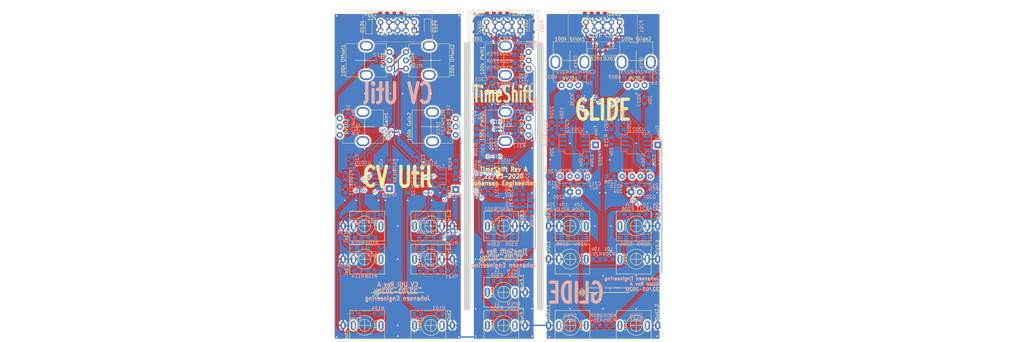
<source format=kicad_pcb>
(kicad_pcb (version 20171130) (host pcbnew "(5.1.5)-3")
  (layers (0 F.Cu signal) (31 B.Cu signal) (34 B.Paste user) (35 F.Paste user) (36 B.SilkS user) (37 F.SilkS user) (38 B.Mask user) (39 F.Mask user) (44 Edge.Cuts user))
  (net 0 "")
  (net 1 GND)
  (net 2 -12VA)
  (net 3 +12VA)
  (net 4 "Net-(J101-PadT)")
  (net 5 "Net-(J102-PadT)")
  (net 6 "Net-(J103-PadT)")
  (net 7 "Net-(J104-PadT)")
  (net 8 "Net-(J105-PadT)")
  (net 9 "Net-(J106-PadT)")
  (net 10 "Net-(D103-Pad2)")
  (net 11 "Net-(C207-Pad1)")
  (net 12 "Net-(C207-Pad2)")
  (net 13 "Net-(C208-Pad2)")
  (net 14 "Net-(C208-Pad1)")
  (net 15 "Net-(C209-Pad1)")
  (net 16 "Net-(C210-Pad1)")
  (net 17 "Net-(C211-Pad1)")
  (net 18 "Net-(C212-Pad2)")
  (net 19 In3.1a)
  (net 20 "Net-(C308-Pad2)")
  (net 21 "Net-(C309-Pad2)")
  (net 22 "Net-(C310-Pad2)")
  (net 23 "Net-(D104-Pad2)")
  (net 24 "Net-(D105-Pad2)")
  (net 25 "Net-(D106-Pad2)")
  (net 26 "Net-(D107-Pad2)")
  (net 27 "Net-(D203-Pad2)")
  (net 28 "Net-(D204-Pad2)")
  (net 29 "Net-(D205-Pad2)")
  (net 30 "Net-(D206-Pad2)")
  (net 31 "Net-(D207-Pad2)")
  (net 32 "Net-(D303-Pad2)")
  (net 33 "Net-(D304-Pad2)")
  (net 34 In3.1)
  (net 35 "Net-(D307-Pad1)")
  (net 36 "Net-(D308-Pad2)")
  (net 37 "Net-(J201-PadT)")
  (net 38 "Net-(J202-PadT)")
  (net 39 "Net-(J203-PadT)")
  (net 40 "Net-(J204-PadT)")
  (net 41 "Net-(J205-PadT)")
  (net 42 "Net-(J206-PadT)")
  (net 43 "Net-(J301-PadT)")
  (net 44 "Net-(J302-PadT)")
  (net 45 "Net-(J303-PadT)")
  (net 46 Out1)
  (net 47 Out2)
  (net 48 "Net-(R106-Pad1)")
  (net 49 "Net-(R111-Pad2)")
  (net 50 Flow1)
  (net 51 "Net-(R112-Pad1)")
  (net 52 In1)
  (net 53 Inv1)
  (net 54 In2)
  (net 55 Inv2)
  (net 56 "Net-(R117-Pad1)")
  (net 57 Flow2)
  (net 58 "Net-(R122-Pad2)")
  (net 59 "Net-(R123-Pad1)")
  (net 60 "Net-(R124-Pad1)")
  (net 61 "Net-(R125-Pad1)")
  (net 62 "Net-(R126-Pad1)")
  (net 63 "Net-(R127-Pad1)")
  (net 64 "Net-(R128-Pad2)")
  (net 65 "Net-(R129-Pad2)")
  (net 66 "Net-(R204-Pad1)")
  (net 67 "Net-(R205-Pad1)")
  (net 68 In2.1)
  (net 69 In2.2)
  (net 70 "Net-(R213-Pad1)")
  (net 71 "Net-(R215-Pad1)")
  (net 72 "Net-(R220-Pad1)")
  (net 73 "Net-(R221-Pad1)")
  (net 74 "Net-(R222-Pad1)")
  (net 75 "Net-(R223-Pad1)")
  (net 76 Out2.1)
  (net 77 Out2.2)
  (net 78 Out3.1)
  (net 79 Out3.2)
  (net 80 PosPk1)
  (net 81 "Net-(R308-Pad2)")
  (net 82 NegPk1)
  (net 83 "Net-(R312-Pad2)")
  (net 84 "Net-(R313-Pad2)")
  (net 85 "Net-(R315-Pad2)")
  (net 86 "Net-(R316-Pad2)")
  (net 87 "Net-(R317-Pad1)")
  (net 88 "Net-(R319-Pad1)")
  (net 89 "Net-(RV301-Pad2)")
  (module AJ:Johansen_engineering_logo_20mm (layer F.Cu) (at 132 135)
    (fp_text reference G*** hide)
    (fp_text value LOGO hide)
  )
  (module AJ:Johansen_engineering_logo_20mm (layer F.Cu) (at 70 135)
    (fp_text reference G*** hide)
    (fp_text value LOGO hide)
  )
  (module AJ:Johansen_engineering_logo_20mm (layer F.Cu) (at 102 125)
    (fp_text reference G*** hide)
    (fp_text value LOGO hide)
  )
  (module Capacitor_SMD:C_1206_3216Metric_Pad1.42x1.75mm_HandSolder (layer F.Cu) (at 66.085001 58.475001)
    (fp_text reference C101 (at 0 -1.82) (layer F.SilkS))
    (fp_text value 1u)
    (pad 1 smd roundrect (at -1.4875 0) (size 1.425 1.75) (layers F.Cu F.Paste F.Mask) (roundrect_rratio 0.175439) (net 3 +12VA))
    (pad 2 smd roundrect (at 1.4875 0) (size 1.425 1.75) (layers F.Cu F.Paste F.Mask) (roundrect_rratio 0.175439) (net 1 GND))
  )
  (module Capacitor_SMD:C_1206_3216Metric_Pad1.42x1.75mm_HandSolder (layer F.Cu) (at 73.5 58.475001)
    (fp_text reference C102 (at 0 -1.82) (layer F.SilkS))
    (fp_text value 1u)
    (pad 2 smd roundrect (at 1.4875 0) (size 1.425 1.75) (layers F.Cu F.Paste F.Mask) (roundrect_rratio 0.175439) (net 2 -12VA))
    (pad 1 smd roundrect (at -1.4875 0) (size 1.425 1.75) (layers F.Cu F.Paste F.Mask) (roundrect_rratio 0.175439) (net 1 GND))
  )
  (module Capacitor_SMD:C_0805_2012Metric_Pad1.15x1.40mm_HandSolder (layer B.Cu) (at 76 95.25 90)
    (fp_text reference C103 (at 0 1.65 90) (layer B.SilkS) (effects (justify mirror)))
    (fp_text value 100n)
    (pad 1 smd roundrect (at -1.025 0 90) (size 1.15 1.4) (layers B.Cu B.Paste B.Mask) (roundrect_rratio 0.217391) (net 3 +12VA))
    (pad 2 smd roundrect (at 1.025 0 90) (size 1.15 1.4) (layers B.Cu B.Paste B.Mask) (roundrect_rratio 0.217391) (net 1 GND))
  )
  (module Capacitor_SMD:C_0805_2012Metric_Pad1.15x1.40mm_HandSolder (layer B.Cu) (at 64.25 104.75 90)
    (fp_text reference C104 (at 0 1.65 90) (layer B.SilkS) (effects (justify mirror)))
    (fp_text value 100n)
    (pad 1 smd roundrect (at -1.025 0 90) (size 1.15 1.4) (layers B.Cu B.Paste B.Mask) (roundrect_rratio 0.217391) (net 1 GND))
    (pad 2 smd roundrect (at 1.025 0 90) (size 1.15 1.4) (layers B.Cu B.Paste B.Mask) (roundrect_rratio 0.217391) (net 2 -12VA))
  )
  (module Capacitor_SMD:C_0805_2012Metric_Pad1.15x1.40mm_HandSolder (layer B.Cu) (at 56 95.25 90)
    (fp_text reference C105 (at 0 1.65 90) (layer B.SilkS) (effects (justify mirror)))
    (fp_text value 100n)
    (pad 2 smd roundrect (at 1.025 0 90) (size 1.15 1.4) (layers B.Cu B.Paste B.Mask) (roundrect_rratio 0.217391) (net 1 GND))
    (pad 1 smd roundrect (at -1.025 0 90) (size 1.15 1.4) (layers B.Cu B.Paste B.Mask) (roundrect_rratio 0.217391) (net 3 +12VA))
  )
  (module Capacitor_SMD:C_0805_2012Metric_Pad1.15x1.40mm_HandSolder (layer B.Cu) (at 84 104.75 90)
    (fp_text reference C106 (at 0 1.65 90) (layer B.SilkS) (effects (justify mirror)))
    (fp_text value 100n)
    (pad 2 smd roundrect (at 1.025 0 90) (size 1.15 1.4) (layers B.Cu B.Paste B.Mask) (roundrect_rratio 0.217391) (net 2 -12VA))
    (pad 1 smd roundrect (at -1.025 0 90) (size 1.15 1.4) (layers B.Cu B.Paste B.Mask) (roundrect_rratio 0.217391) (net 1 GND))
  )
  (module Capacitor_SMD:C_1206_3216Metric_Pad1.42x1.75mm_HandSolder (layer F.Cu) (at 129.5 59)
    (fp_text reference C201 (at 0 -1.5) (layer F.SilkS))
    (fp_text value 1u (at 0 1.5) (layer F.SilkS))
    (pad 1 smd roundrect (at -1.4875 0) (size 1.425 1.75) (layers F.Cu F.Paste F.Mask) (roundrect_rratio 0.175439) (net 3 +12VA))
    (pad 2 smd roundrect (at 1.4875 0) (size 1.425 1.75) (layers F.Cu F.Paste F.Mask) (roundrect_rratio 0.175439) (net 1 GND))
  )
  (module Capacitor_SMD:C_1206_3216Metric_Pad1.42x1.75mm_HandSolder (layer F.Cu) (at 134.4875 59)
    (fp_text reference C202 (at 0 -1.5) (layer F.SilkS))
    (fp_text value 1u (at 0.0125 1.5) (layer F.SilkS))
    (pad 2 smd roundrect (at 1.4875 0) (size 1.425 1.75) (layers F.Cu F.Paste F.Mask) (roundrect_rratio 0.175439) (net 2 -12VA))
    (pad 1 smd roundrect (at -1.4875 0) (size 1.425 1.75) (layers F.Cu F.Paste F.Mask) (roundrect_rratio 0.175439) (net 1 GND))
  )
  (module Capacitor_SMD:C_0805_2012Metric_Pad1.15x1.40mm_HandSolder (layer B.Cu) (at 119.5 84.75 90)
    (fp_text reference C203 (at 0 1.65 90) (layer B.SilkS) (effects (justify mirror)))
    (fp_text value 100n (at 3.75 0 90) (layer B.SilkS) (effects (justify mirror)))
    (pad 1 smd roundrect (at -1.025 0 90) (size 1.15 1.4) (layers B.Cu B.Paste B.Mask) (roundrect_rratio 0.217391) (net 3 +12VA))
    (pad 2 smd roundrect (at 1.025 0 90) (size 1.15 1.4) (layers B.Cu B.Paste B.Mask) (roundrect_rratio 0.217391) (net 1 GND))
  )
  (module Capacitor_SMD:C_0805_2012Metric_Pad1.15x1.40mm_HandSolder (layer B.Cu) (at 127 95.25 90)
    (fp_text reference C204 (at 0 1.65 90) (layer B.SilkS) (effects (justify mirror)))
    (fp_text value 100n (at 0 -1.65 90) (layer B.SilkS) (effects (justify mirror)))
    (pad 1 smd roundrect (at -1.025 0 90) (size 1.15 1.4) (layers B.Cu B.Paste B.Mask) (roundrect_rratio 0.217391) (net 1 GND))
    (pad 2 smd roundrect (at 1.025 0 90) (size 1.15 1.4) (layers B.Cu B.Paste B.Mask) (roundrect_rratio 0.217391) (net 2 -12VA))
  )
  (module Capacitor_SMD:C_0805_2012Metric_Pad1.15x1.40mm_HandSolder (layer B.Cu) (at 138.25 84.75 90)
    (fp_text reference C205 (at 0 1.65 90) (layer B.SilkS) (effects (justify mirror)))
    (fp_text value 100n (at 3.75 -0.25 90) (layer B.SilkS) (effects (justify mirror)))
    (pad 1 smd roundrect (at -1.025 0 90) (size 1.15 1.4) (layers B.Cu B.Paste B.Mask) (roundrect_rratio 0.217391) (net 3 +12VA))
    (pad 2 smd roundrect (at 1.025 0 90) (size 1.15 1.4) (layers B.Cu B.Paste B.Mask) (roundrect_rratio 0.217391) (net 1 GND))
  )
  (module Capacitor_SMD:C_0805_2012Metric_Pad1.15x1.40mm_HandSolder (layer B.Cu) (at 145.75 95.225 90)
    (fp_text reference C206 (at 0 1.65 90) (layer B.SilkS) (effects (justify mirror)))
    (fp_text value 100n (at 0 -1.65 90) (layer B.SilkS) (effects (justify mirror)))
    (pad 2 smd roundrect (at 1.025 0 90) (size 1.15 1.4) (layers B.Cu B.Paste B.Mask) (roundrect_rratio 0.217391) (net 2 -12VA))
    (pad 1 smd roundrect (at -1.025 0 90) (size 1.15 1.4) (layers B.Cu B.Paste B.Mask) (roundrect_rratio 0.217391) (net 1 GND))
  )
  (module Capacitor_SMD:C_0805_2012Metric_Pad1.15x1.40mm_HandSolder (layer B.Cu) (at 116.25 100)
    (fp_text reference C207 (at 0 -1.5) (layer B.SilkS) (effects (justify mirror)))
    (fp_text value OPEN)
    (pad 1 smd roundrect (at -1.025 0) (size 1.15 1.4) (layers B.Cu B.Paste B.Mask) (roundrect_rratio 0.217391) (net 11 "Net-(C207-Pad1)"))
    (pad 2 smd roundrect (at 1.025 0) (size 1.15 1.4) (layers B.Cu B.Paste B.Mask) (roundrect_rratio 0.217391) (net 12 "Net-(C207-Pad2)"))
  )
  (module Capacitor_SMD:C_0805_2012Metric_Pad1.15x1.40mm_HandSolder (layer B.Cu) (at 134.225 100)
    (fp_text reference C208 (at 0 1.65) (layer B.SilkS) (effects (justify mirror)))
    (fp_text value 1u)
    (pad 2 smd roundrect (at 1.025 0) (size 1.15 1.4) (layers B.Cu B.Paste B.Mask) (roundrect_rratio 0.217391) (net 13 "Net-(C208-Pad2)"))
    (pad 1 smd roundrect (at -1.025 0) (size 1.15 1.4) (layers B.Cu B.Paste B.Mask) (roundrect_rratio 0.217391) (net 14 "Net-(C208-Pad1)"))
  )
  (module Capacitor_SMD:C_0805_2012Metric_Pad1.15x1.40mm_HandSolder (layer B.Cu) (at 127.75 70)
    (fp_text reference C209 (at 0 -1.5) (layer B.SilkS) (effects (justify mirror)))
    (fp_text value 1u (at 0 1.75) (layer B.SilkS) (effects (justify mirror)))
    (pad 2 smd roundrect (at 1.025 0) (size 1.15 1.4) (layers B.Cu B.Paste B.Mask) (roundrect_rratio 0.217391) (net 1 GND))
    (pad 1 smd roundrect (at -1.025 0) (size 1.15 1.4) (layers B.Cu B.Paste B.Mask) (roundrect_rratio 0.217391) (net 15 "Net-(C209-Pad1)"))
  )
  (module Capacitor_SMD:C_0805_2012Metric_Pad1.15x1.40mm_HandSolder (layer B.Cu) (at 147.5 70)
    (fp_text reference C210 (at 0 -1.5) (layer B.SilkS) (effects (justify mirror)))
    (fp_text value 1u (at 0 1.75) (layer B.SilkS) (effects (justify mirror)))
    (pad 2 smd roundrect (at 1.025 0) (size 1.15 1.4) (layers B.Cu B.Paste B.Mask) (roundrect_rratio 0.217391) (net 1 GND))
    (pad 1 smd roundrect (at -1.025 0) (size 1.15 1.4) (layers B.Cu B.Paste B.Mask) (roundrect_rratio 0.217391) (net 16 "Net-(C210-Pad1)"))
  )
  (module Capacitor_SMD:C_0805_2012Metric_Pad1.15x1.40mm_HandSolder (layer B.Cu) (at 125.25 102.5 180)
    (fp_text reference C211 (at -4.25 0.25) (layer B.SilkS) (effects (justify mirror)))
    (fp_text value 4u7 (at -4 -1) (layer B.SilkS) (effects (justify mirror)))
    (pad 1 smd roundrect (at -1.025 0 180) (size 1.15 1.4) (layers B.Cu B.Paste B.Mask) (roundrect_rratio 0.217391) (net 17 "Net-(C211-Pad1)"))
    (pad 2 smd roundrect (at 1.025 0 180) (size 1.15 1.4) (layers B.Cu B.Paste B.Mask) (roundrect_rratio 0.217391) (net 1 GND))
  )
  (module Capacitor_SMD:C_0805_2012Metric_Pad1.15x1.40mm_HandSolder (layer B.Cu) (at 143.725 102.5)
    (fp_text reference C212 (at 4.025 0.25) (layer B.SilkS) (effects (justify mirror)))
    (fp_text value OPEN (at 4.025 1.5) (layer B.SilkS) (effects (justify mirror)))
    (pad 2 smd roundrect (at 1.025 0) (size 1.15 1.4) (layers B.Cu B.Paste B.Mask) (roundrect_rratio 0.217391) (net 18 "Net-(C212-Pad2)"))
    (pad 1 smd roundrect (at -1.025 0) (size 1.15 1.4) (layers B.Cu B.Paste B.Mask) (roundrect_rratio 0.217391) (net 1 GND))
  )
  (module Capacitor_SMD:C_1206_3216Metric_Pad1.42x1.75mm_HandSolder (layer F.Cu) (at 98.25 58.5)
    (fp_text reference C301 (at -4.5 0) (layer F.SilkS))
    (fp_text value 1u)
    (pad 2 smd roundrect (at 1.4875 0) (size 1.425 1.75) (layers F.Cu F.Paste F.Mask) (roundrect_rratio 0.175439) (net 1 GND))
    (pad 1 smd roundrect (at -1.4875 0) (size 1.425 1.75) (layers F.Cu F.Paste F.Mask) (roundrect_rratio 0.175439) (net 3 +12VA))
  )
  (module Capacitor_SMD:C_1206_3216Metric_Pad1.42x1.75mm_HandSolder (layer F.Cu) (at 106.75 58.5)
    (fp_text reference C302 (at -4.25 0) (layer F.SilkS))
    (fp_text value 1u)
    (pad 1 smd roundrect (at -1.4875 0) (size 1.425 1.75) (layers F.Cu F.Paste F.Mask) (roundrect_rratio 0.175439) (net 1 GND))
    (pad 2 smd roundrect (at 1.4875 0) (size 1.425 1.75) (layers F.Cu F.Paste F.Mask) (roundrect_rratio 0.175439) (net 2 -12VA))
  )
  (module Capacitor_SMD:C_0805_2012Metric_Pad1.15x1.40mm_HandSolder (layer B.Cu) (at 98.25 70.5 90)
    (fp_text reference C303 (at -0.25 -3 180) (layer B.SilkS) (effects (justify mirror)))
    (fp_text value 100n)
    (pad 2 smd roundrect (at 1.025 0 90) (size 1.15 1.4) (layers B.Cu B.Paste B.Mask) (roundrect_rratio 0.217391) (net 1 GND))
    (pad 1 smd roundrect (at -1.025 0 90) (size 1.15 1.4) (layers B.Cu B.Paste B.Mask) (roundrect_rratio 0.217391) (net 3 +12VA))
  )
  (module Capacitor_SMD:C_0805_2012Metric_Pad1.15x1.40mm_HandSolder (layer B.Cu) (at 105.75 79.5 90)
    (fp_text reference C304 (at -1.5 3 180) (layer B.SilkS) (effects (justify mirror)))
    (fp_text value 100n)
    (pad 2 smd roundrect (at 1.025 0 90) (size 1.15 1.4) (layers B.Cu B.Paste B.Mask) (roundrect_rratio 0.217391) (net 2 -12VA))
    (pad 1 smd roundrect (at -1.025 0 90) (size 1.15 1.4) (layers B.Cu B.Paste B.Mask) (roundrect_rratio 0.217391) (net 1 GND))
  )
  (module Capacitor_SMD:C_0805_2012Metric_Pad1.15x1.40mm_HandSolder (layer B.Cu) (at 98.25 94.025 90)
    (fp_text reference C305 (at 3.775 0 90) (layer B.SilkS) (effects (justify mirror)))
    (fp_text value 100n (at 3.775 1.5 90) (layer B.SilkS) (effects (justify mirror)))
    (pad 1 smd roundrect (at -1.025 0 90) (size 1.15 1.4) (layers B.Cu B.Paste B.Mask) (roundrect_rratio 0.217391) (net 3 +12VA))
    (pad 2 smd roundrect (at 1.025 0 90) (size 1.15 1.4) (layers B.Cu B.Paste B.Mask) (roundrect_rratio 0.217391) (net 1 GND))
  )
  (module Capacitor_SMD:C_0805_2012Metric_Pad1.15x1.40mm_HandSolder (layer B.Cu) (at 105.75 104.5 90)
    (fp_text reference C306 (at 0 -1.5 90) (layer B.SilkS) (effects (justify mirror)))
    (fp_text value 100n (at 0 -2.75 90) (layer B.SilkS) (effects (justify mirror)))
    (pad 1 smd roundrect (at -1.025 0 90) (size 1.15 1.4) (layers B.Cu B.Paste B.Mask) (roundrect_rratio 0.217391) (net 1 GND))
    (pad 2 smd roundrect (at 1.025 0 90) (size 1.15 1.4) (layers B.Cu B.Paste B.Mask) (roundrect_rratio 0.217391) (net 2 -12VA))
  )
  (module Capacitor_SMD:C_0805_2012Metric_Pad1.15x1.40mm_HandSolder (layer B.Cu) (at 107.75 108.25 90)
    (fp_text reference C307 (at -3.75 -0.25 90) (layer B.SilkS) (effects (justify mirror)))
    (fp_text value OPEN (at -3.5 0.75 90) (layer B.SilkS) (effects (font (size 0.8 0.8) (thickness 0.1)) (justify mirror)))
    (pad 1 smd roundrect (at -1.025 0 90) (size 1.15 1.4) (layers B.Cu B.Paste B.Mask) (roundrect_rratio 0.217391) (net 1 GND))
    (pad 2 smd roundrect (at 1.025 0 90) (size 1.15 1.4) (layers B.Cu B.Paste B.Mask) (roundrect_rratio 0.217391) (net 19 In3.1a))
  )
  (module Capacitor_SMD:C_0805_2012Metric_Pad1.15x1.40mm_HandSolder (layer B.Cu) (at 96.25 100.75 90)
    (fp_text reference C308 (at 0 -1.5 90) (layer B.SilkS) (effects (justify mirror)))
    (fp_text value 100n (at 0 -3 90) (layer B.SilkS) (effects (justify mirror)))
    (pad 2 smd roundrect (at 1.025 0 90) (size 1.15 1.4) (layers B.Cu B.Paste B.Mask) (roundrect_rratio 0.217391) (net 20 "Net-(C308-Pad2)"))
    (pad 1 smd roundrect (at -1.025 0 90) (size 1.15 1.4) (layers B.Cu B.Paste B.Mask) (roundrect_rratio 0.217391) (net 1 GND))
  )
  (module Capacitor_SMD:C_0805_2012Metric_Pad1.15x1.40mm_HandSolder (layer B.Cu) (at 107.75 78.25 90)
    (fp_text reference C309 (at 3.75 1.75 90) (layer B.SilkS) (effects (justify mirror)))
    (fp_text value 1u)
    (pad 1 smd roundrect (at -1.025 0 90) (size 1.15 1.4) (layers B.Cu B.Paste B.Mask) (roundrect_rratio 0.217391) (net 1 GND))
    (pad 2 smd roundrect (at 1.025 0 90) (size 1.15 1.4) (layers B.Cu B.Paste B.Mask) (roundrect_rratio 0.217391) (net 21 "Net-(C309-Pad2)"))
  )
  (module Capacitor_SMD:C_0805_2012Metric_Pad1.15x1.40mm_HandSolder (layer B.Cu) (at 94 78.25 90)
    (fp_text reference C310 (at -3.75 -1 90) (layer B.SilkS) (effects (justify mirror)))
    (fp_text value 1u (at -3.75 0.25 90) (layer B.SilkS) (effects (justify mirror)))
    (pad 2 smd roundrect (at 1.025 0 90) (size 1.15 1.4) (layers B.Cu B.Paste B.Mask) (roundrect_rratio 0.217391) (net 22 "Net-(C310-Pad2)"))
    (pad 1 smd roundrect (at -1.025 0 90) (size 1.15 1.4) (layers B.Cu B.Paste B.Mask) (roundrect_rratio 0.217391) (net 1 GND))
  )
  (module Diode_SMD:D_SOD-123 (layer F.Cu) (at 61.25 54.75 90)
    (fp_text reference D101 (at 0 -2 90) (layer F.SilkS))
    (fp_text value 1N1007)
    (pad 2 smd rect (at 1.65 0 90) (size 0.9 1.2) (layers F.Cu F.Paste F.Mask) (net 1 GND))
    (pad 1 smd rect (at -1.65 0 90) (size 0.9 1.2) (layers F.Cu F.Paste F.Mask) (net 3 +12VA))
  )
  (module Diode_SMD:D_SOD-123 (layer F.Cu) (at 79 54.75 270)
    (fp_text reference D102 (at 0 -2 90) (layer F.SilkS))
    (fp_text value 1N1007)
    (pad 2 smd rect (at 1.65 0 270) (size 0.9 1.2) (layers F.Cu F.Paste F.Mask) (net 2 -12VA))
    (pad 1 smd rect (at -1.65 0 270) (size 0.9 1.2) (layers F.Cu F.Paste F.Mask) (net 1 GND))
  )
  (module LED_SMD:LED_0805_2012Metric_Pad1.15x1.40mm_HandSolder (layer F.Cu) (at 70 51 180)
    (fp_text reference D103 (at -4.5 0) (layer F.SilkS))
    (fp_text value LED)
    (pad 1 smd roundrect (at -1.025 0 180) (size 1.15 1.4) (layers F.Cu F.Paste F.Mask) (roundrect_rratio 0.217391) (net 2 -12VA))
    (pad 2 smd roundrect (at 1.025 0 180) (size 1.15 1.4) (layers F.Cu F.Paste F.Mask) (roundrect_rratio 0.217391) (net 10 "Net-(D103-Pad2)"))
  )
  (module Diode_SMD:D_SOD-123 (layer B.Cu) (at 57.75 111.75)
    (fp_text reference D104 (at 0 2) (layer B.SilkS) (effects (justify mirror)))
    (fp_text value 1N1007)
    (pad 2 smd rect (at 1.65 0) (size 0.9 1.2) (layers B.Cu B.Paste B.Mask) (net 23 "Net-(D104-Pad2)"))
    (pad 1 smd rect (at -1.65 0) (size 0.9 1.2) (layers B.Cu B.Paste B.Mask) (net 3 +12VA))
  )
  (module Diode_SMD:D_SOD-123 (layer B.Cu) (at 57.75 121.75)
    (fp_text reference D105 (at 0 2) (layer B.SilkS) (effects (justify mirror)))
    (fp_text value 1N1007)
    (pad 2 smd rect (at 1.65 0) (size 0.9 1.2) (layers B.Cu B.Paste B.Mask) (net 24 "Net-(D105-Pad2)"))
    (pad 1 smd rect (at -1.65 0) (size 0.9 1.2) (layers B.Cu B.Paste B.Mask) (net 3 +12VA))
  )
  (module Diode_SMD:D_SOD-123 (layer B.Cu) (at 77.5 111.75)
    (fp_text reference D106 (at 0 2) (layer B.SilkS) (effects (justify mirror)))
    (fp_text value 1N1007)
    (pad 2 smd rect (at 1.65 0) (size 0.9 1.2) (layers B.Cu B.Paste B.Mask) (net 25 "Net-(D106-Pad2)"))
    (pad 1 smd rect (at -1.65 0) (size 0.9 1.2) (layers B.Cu B.Paste B.Mask) (net 3 +12VA))
  )
  (module Diode_SMD:D_SOD-123 (layer B.Cu) (at 77.5 121.75)
    (fp_text reference D107 (at 0 2) (layer B.SilkS) (effects (justify mirror)))
    (fp_text value 1N1007)
    (pad 2 smd rect (at 1.65 0) (size 0.9 1.2) (layers B.Cu B.Paste B.Mask) (net 26 "Net-(D107-Pad2)"))
    (pad 1 smd rect (at -1.65 0) (size 0.9 1.2) (layers B.Cu B.Paste B.Mask) (net 3 +12VA))
  )
  (module Diode_SMD:D_SOD-123 (layer B.Cu) (at 62.75 111.75)
    (fp_text reference D108 (at 0 2) (layer B.SilkS) (effects (justify mirror)))
    (fp_text value 1N1007)
    (pad 1 smd rect (at -1.65 0) (size 0.9 1.2) (layers B.Cu B.Paste B.Mask) (net 23 "Net-(D104-Pad2)"))
    (pad 2 smd rect (at 1.65 0) (size 0.9 1.2) (layers B.Cu B.Paste B.Mask) (net 2 -12VA))
  )
  (module Diode_SMD:D_SOD-123 (layer B.Cu) (at 62.75 121.75)
    (fp_text reference D109 (at 0 2) (layer B.SilkS) (effects (justify mirror)))
    (fp_text value 1N1007)
    (pad 1 smd rect (at -1.65 0) (size 0.9 1.2) (layers B.Cu B.Paste B.Mask) (net 24 "Net-(D105-Pad2)"))
    (pad 2 smd rect (at 1.65 0) (size 0.9 1.2) (layers B.Cu B.Paste B.Mask) (net 2 -12VA))
  )
  (module Diode_SMD:D_SOD-123 (layer B.Cu) (at 82.5 111.75)
    (fp_text reference D110 (at 0 2) (layer B.SilkS) (effects (justify mirror)))
    (fp_text value 1N1007)
    (pad 1 smd rect (at -1.65 0) (size 0.9 1.2) (layers B.Cu B.Paste B.Mask) (net 25 "Net-(D106-Pad2)"))
    (pad 2 smd rect (at 1.65 0) (size 0.9 1.2) (layers B.Cu B.Paste B.Mask) (net 2 -12VA))
  )
  (module Diode_SMD:D_SOD-123 (layer B.Cu) (at 82.5 121.774999)
    (fp_text reference D111 (at 0 2) (layer B.SilkS) (effects (justify mirror)))
    (fp_text value 1N1007)
    (pad 1 smd rect (at -1.65 0) (size 0.9 1.2) (layers B.Cu B.Paste B.Mask) (net 26 "Net-(D107-Pad2)"))
    (pad 2 smd rect (at 1.65 0) (size 0.9 1.2) (layers B.Cu B.Paste B.Mask) (net 2 -12VA))
  )
  (module Diode_SMD:D_SOD-123 (layer F.Cu) (at 129.5 62.5)
    (fp_text reference D201 (at 0.5 2) (layer F.SilkS))
    (fp_text value 1N1007)
    (pad 2 smd rect (at 1.65 0) (size 0.9 1.2) (layers F.Cu F.Paste F.Mask) (net 1 GND))
    (pad 1 smd rect (at -1.65 0) (size 0.9 1.2) (layers F.Cu F.Paste F.Mask) (net 3 +12VA))
  )
  (module Diode_SMD:D_SOD-123 (layer F.Cu) (at 134.5 62.5)
    (fp_text reference D202 (at -0.5 2) (layer F.SilkS))
    (fp_text value 1N1007)
    (pad 1 smd rect (at -1.65 0) (size 0.9 1.2) (layers F.Cu F.Paste F.Mask) (net 1 GND))
    (pad 2 smd rect (at 1.65 0) (size 0.9 1.2) (layers F.Cu F.Paste F.Mask) (net 2 -12VA))
  )
  (module LED_SMD:LED_0805_2012Metric_Pad1.15x1.40mm_HandSolder (layer F.Cu) (at 131.5 51 180)
    (fp_text reference D203 (at -4 0) (layer F.SilkS))
    (fp_text value LED)
    (pad 1 smd roundrect (at -1.025 0 180) (size 1.15 1.4) (layers F.Cu F.Paste F.Mask) (roundrect_rratio 0.217391) (net 2 -12VA))
    (pad 2 smd roundrect (at 1.025 0 180) (size 1.15 1.4) (layers F.Cu F.Paste F.Mask) (roundrect_rratio 0.217391) (net 27 "Net-(D203-Pad2)"))
  )
  (module Diode_SMD:D_SOD-123 (layer B.Cu) (at 125 118.5 180)
    (fp_text reference D204 (at -0.25 -2) (layer B.SilkS) (effects (justify mirror)))
    (fp_text value 1N1007)
    (pad 1 smd rect (at -1.65 0 180) (size 0.9 1.2) (layers B.Cu B.Paste B.Mask) (net 3 +12VA))
    (pad 2 smd rect (at 1.65 0 180) (size 0.9 1.2) (layers B.Cu B.Paste B.Mask) (net 28 "Net-(D204-Pad2)"))
  )
  (module LED_THT:LED_D3.0mm (layer B.Cu) (at 122 104.75)
    (fp_text reference D205 (at -3.25 1.5) (layer B.SilkS) (effects (justify mirror)))
    (fp_text value LED)
    (pad 2 thru_hole circle (at 2.54 0) (size 1.8 1.8) (drill 0.9) (layers *.Cu *.Mask) (net 29 "Net-(D205-Pad2)"))
    (pad 1 thru_hole rect (at 0 0) (size 1.8 1.8) (drill 0.9) (layers *.Cu *.Mask) (net 1 GND))
  )
  (module Diode_SMD:D_SOD-123 (layer B.Cu) (at 139 118.5)
    (fp_text reference D206 (at 0 2) (layer B.SilkS) (effects (justify mirror)))
    (fp_text value 1N1007)
    (pad 1 smd rect (at -1.65 0) (size 0.9 1.2) (layers B.Cu B.Paste B.Mask) (net 3 +12VA))
    (pad 2 smd rect (at 1.65 0) (size 0.9 1.2) (layers B.Cu B.Paste B.Mask) (net 30 "Net-(D206-Pad2)"))
  )
  (module LED_THT:LED_D3.0mm (layer B.Cu) (at 140.5 104.75)
    (fp_text reference D207 (at 5.5 1.5) (layer B.SilkS) (effects (justify mirror)))
    (fp_text value LED)
    (pad 1 thru_hole rect (at 0 0) (size 1.8 1.8) (drill 0.9) (layers *.Cu *.Mask) (net 1 GND))
    (pad 2 thru_hole circle (at 2.54 0) (size 1.8 1.8) (drill 0.9) (layers *.Cu *.Mask) (net 31 "Net-(D207-Pad2)"))
  )
  (module Diode_SMD:D_SOD-123 (layer B.Cu) (at 119.5 118.5 180)
    (fp_text reference D208 (at -0.25 -2) (layer B.SilkS) (effects (justify mirror)))
    (fp_text value 1N1007)
    (pad 1 smd rect (at -1.65 0 180) (size 0.9 1.2) (layers B.Cu B.Paste B.Mask) (net 28 "Net-(D204-Pad2)"))
    (pad 2 smd rect (at 1.65 0 180) (size 0.9 1.2) (layers B.Cu B.Paste B.Mask) (net 1 GND))
  )
  (module Diode_SMD:D_SOD-123 (layer B.Cu) (at 144.225001 118.524999)
    (fp_text reference D209 (at 0 2) (layer B.SilkS) (effects (justify mirror)))
    (fp_text value 1N1007)
    (pad 2 smd rect (at 1.65 0) (size 0.9 1.2) (layers B.Cu B.Paste B.Mask) (net 1 GND))
    (pad 1 smd rect (at -1.65 0) (size 0.9 1.2) (layers B.Cu B.Paste B.Mask) (net 30 "Net-(D206-Pad2)"))
  )
  (module Diode_SMD:D_SOD-123 (layer F.Cu) (at 93.25 54.75 90)
    (fp_text reference D301 (at 0 2 90) (layer F.SilkS))
    (fp_text value 1N1007)
    (pad 2 smd rect (at 1.65 0 90) (size 0.9 1.2) (layers F.Cu F.Paste F.Mask) (net 1 GND))
    (pad 1 smd rect (at -1.65 0 90) (size 0.9 1.2) (layers F.Cu F.Paste F.Mask) (net 3 +12VA))
  )
  (module Diode_SMD:D_SOD-123 (layer F.Cu) (at 110.75 54.75 270)
    (fp_text reference D302 (at -0.25 2 90) (layer F.SilkS))
    (fp_text value 1N1007)
    (pad 1 smd rect (at -1.65 0 270) (size 0.9 1.2) (layers F.Cu F.Paste F.Mask) (net 1 GND))
    (pad 2 smd rect (at 1.65 0 270) (size 0.9 1.2) (layers F.Cu F.Paste F.Mask) (net 2 -12VA))
  )
  (module LED_SMD:LED_0805_2012Metric_Pad1.15x1.40mm_HandSolder (layer F.Cu) (at 102 51 180)
    (fp_text reference D303 (at -4.5 0) (layer F.SilkS))
    (fp_text value LED)
    (pad 2 smd roundrect (at 1.025 0 180) (size 1.15 1.4) (layers F.Cu F.Paste F.Mask) (roundrect_rratio 0.217391) (net 32 "Net-(D303-Pad2)"))
    (pad 1 smd roundrect (at -1.025 0 180) (size 1.15 1.4) (layers F.Cu F.Paste F.Mask) (roundrect_rratio 0.217391) (net 2 -12VA))
  )
  (module Diode_SMD:D_SOD-123 (layer B.Cu) (at 99 118.5)
    (fp_text reference D304 (at 0 2) (layer B.SilkS) (effects (justify mirror)))
    (fp_text value 1N1007)
    (pad 1 smd rect (at -1.65 0) (size 0.9 1.2) (layers B.Cu B.Paste B.Mask) (net 3 +12VA))
    (pad 2 smd rect (at 1.65 0) (size 0.9 1.2) (layers B.Cu B.Paste B.Mask) (net 33 "Net-(D304-Pad2)"))
  )
  (module Diode_SMD:D_SOD-123 (layer B.Cu) (at 104.35 118.5)
    (fp_text reference D305 (at 0 2) (layer B.SilkS) (effects (justify mirror)))
    (fp_text value 1N1007)
    (pad 2 smd rect (at 1.65 0) (size 0.9 1.2) (layers B.Cu B.Paste B.Mask) (net 1 GND))
    (pad 1 smd rect (at -1.65 0) (size 0.9 1.2) (layers B.Cu B.Paste B.Mask) (net 33 "Net-(D304-Pad2)"))
  )
  (module Diode_SMD:D_MiniMELF (layer B.Cu) (at 110.25 109 270)
    (fp_text reference D306 (at 4.5 -0.25 90) (layer B.SilkS) (effects (justify mirror)))
    (fp_text value 1N4148)
    (pad 1 smd rect (at -1.75 0 270) (size 1.3 1.7) (layers B.Cu B.Paste B.Mask) (net 19 In3.1a))
    (pad 2 smd rect (at 1.75 0 270) (size 1.3 1.7) (layers B.Cu B.Paste B.Mask) (net 34 In3.1))
  )
  (module Diode_SMD:D_MiniMELF (layer B.Cu) (at 96.25 87.5 270)
    (fp_text reference D307 (at 4.5 0.5 90) (layer B.SilkS) (effects (justify mirror)))
    (fp_text value 1N4148)
    (pad 2 smd rect (at 1.75 0 270) (size 1.3 1.7) (layers B.Cu B.Paste B.Mask) (net 19 In3.1a))
    (pad 1 smd rect (at -1.75 0 270) (size 1.3 1.7) (layers B.Cu B.Paste B.Mask) (net 35 "Net-(D307-Pad1)"))
  )
  (module Diode_SMD:D_MiniMELF (layer B.Cu) (at 93.75 87.5 90)
    (fp_text reference D308 (at -4.5 -0.25 90) (layer B.SilkS) (effects (justify mirror)))
    (fp_text value 1N4148)
    (pad 1 smd rect (at -1.75 0 90) (size 1.3 1.7) (layers B.Cu B.Paste B.Mask) (net 19 In3.1a))
    (pad 2 smd rect (at 1.75 0 90) (size 1.3 1.7) (layers B.Cu B.Paste B.Mask) (net 36 "Net-(D308-Pad2)"))
  )
  (module AJ-Dropbox-Kicad:PJ301SM (layer F.Cu) (at 60 145 270)
    (fp_text reference J101 (at 0 -3.5 90) (layer F.SilkS) (effects (font (size 0.75 1) (thickness 0.125))))
    (fp_text value Out1 (at 3 5.5 90) (layer F.SilkS))
    (pad T thru_hole oval (at 0 -4.92 270) (size 2.8 1.5) (drill oval 2.1 0.5) (layers *.Cu *.Mask) (net 4 "Net-(J101-PadT)"))
    (pad S thru_hole oval (at 0 6.48 270) (size 2.4 1.6) (drill oval 1.4 0.6) (layers *.Cu *.Mask) (net 1 GND))
    (pad TN thru_hole oval (at 0 3.38 270) (size 2.8 1.6) (drill oval 2 0.6) (layers *.Cu *.Mask))
  )
  (module AJ-Dropbox-Kicad:PJ301SM (layer F.Cu) (at 80 145 90)
    (fp_text reference J102 (at 0 -3.5 90) (layer F.SilkS) (effects (font (size 0.75 1) (thickness 0.125))))
    (fp_text value Out2 (at 3 5.5 90) (layer F.SilkS))
    (pad T thru_hole oval (at 0 -4.92 90) (size 2.8 1.5) (drill oval 2.1 0.5) (layers *.Cu *.Mask) (net 5 "Net-(J102-PadT)"))
    (pad S thru_hole oval (at 0 6.48 90) (size 2.4 1.6) (drill oval 1.4 0.6) (layers *.Cu *.Mask) (net 1 GND))
    (pad TN thru_hole oval (at 0 3.38 90) (size 2.8 1.6) (drill oval 2 0.6) (layers *.Cu *.Mask))
  )
  (module AJ-Dropbox-Kicad:PJ301SM (layer F.Cu) (at 60 115 270)
    (fp_text reference J103 (at 0 -3.5 90) (layer F.SilkS) (effects (font (size 0.75 1) (thickness 0.125))))
    (fp_text value In1.1 (at 3 5.5 90) (layer F.SilkS))
    (pad TN thru_hole oval (at 0 3.38 270) (size 2.8 1.6) (drill oval 2 0.6) (layers *.Cu *.Mask) (net 1 GND))
    (pad S thru_hole oval (at 0 6.48 270) (size 2.4 1.6) (drill oval 1.4 0.6) (layers *.Cu *.Mask) (net 1 GND))
    (pad T thru_hole oval (at 0 -4.92 270) (size 2.8 1.5) (drill oval 2.1 0.5) (layers *.Cu *.Mask) (net 6 "Net-(J103-PadT)"))
  )
  (module AJ-Dropbox-Kicad:PJ301SM (layer F.Cu) (at 60 125 270)
    (fp_text reference J104 (at 0 -3.5 90) (layer F.SilkS) (effects (font (size 0.75 1) (thickness 0.125))))
    (fp_text value In1.2 (at 3 5.5 90) (layer F.SilkS))
    (pad TN thru_hole oval (at 0 3.38 270) (size 2.8 1.6) (drill oval 2 0.6) (layers *.Cu *.Mask) (net 1 GND))
    (pad S thru_hole oval (at 0 6.48 270) (size 2.4 1.6) (drill oval 1.4 0.6) (layers *.Cu *.Mask) (net 1 GND))
    (pad T thru_hole oval (at 0 -4.92 270) (size 2.8 1.5) (drill oval 2.1 0.5) (layers *.Cu *.Mask) (net 7 "Net-(J104-PadT)"))
  )
  (module AJ-Dropbox-Kicad:PJ301SM (layer F.Cu) (at 80 115 90)
    (fp_text reference J105 (at 0 -3.5 90) (layer F.SilkS) (effects (font (size 0.75 1) (thickness 0.125))))
    (fp_text value In1.3 (at 3 5.5 90) (layer F.SilkS))
    (pad TN thru_hole oval (at 0 3.38 90) (size 2.8 1.6) (drill oval 2 0.6) (layers *.Cu *.Mask) (net 1 GND))
    (pad S thru_hole oval (at 0 6.48 90) (size 2.4 1.6) (drill oval 1.4 0.6) (layers *.Cu *.Mask) (net 1 GND))
    (pad T thru_hole oval (at 0 -4.92 90) (size 2.8 1.5) (drill oval 2.1 0.5) (layers *.Cu *.Mask) (net 8 "Net-(J105-PadT)"))
  )
  (module AJ-Dropbox-Kicad:PJ301SM (layer F.Cu) (at 80 125 90)
    (fp_text reference J106 (at 0 -3.5 90) (layer F.SilkS) (effects (font (size 0.75 1) (thickness 0.125))))
    (fp_text value In1.4 (at 3 5.5 90) (layer F.SilkS))
    (pad TN thru_hole oval (at 0 3.38 90) (size 2.8 1.6) (drill oval 2 0.6) (layers *.Cu *.Mask) (net 1 GND))
    (pad S thru_hole oval (at 0 6.48 90) (size 2.4 1.6) (drill oval 1.4 0.6) (layers *.Cu *.Mask) (net 1 GND))
    (pad T thru_hole oval (at 0 -4.92 90) (size 2.8 1.5) (drill oval 2.1 0.5) (layers *.Cu *.Mask) (net 9 "Net-(J106-PadT)"))
  )
  (module AJ-Dropbox-Kicad:PJ301SM (layer F.Cu) (at 122 145 270)
    (fp_text reference J201 (at 0 -3.5 90) (layer F.SilkS) (effects (font (size 0.75 1) (thickness 0.125))))
    (fp_text value Out2.1 (at -4 6.5 90) (layer F.SilkS))
    (pad T thru_hole oval (at 0 -4.92 270) (size 2.8 1.5) (drill oval 2.1 0.5) (layers *.Cu *.Mask) (net 37 "Net-(J201-PadT)"))
    (pad S thru_hole oval (at 0 6.48 270) (size 2.4 1.6) (drill oval 1.4 0.6) (layers *.Cu *.Mask) (net 1 GND))
    (pad TN thru_hole oval (at 0 3.38 270) (size 2.8 1.6) (drill oval 2 0.6) (layers *.Cu *.Mask))
  )
  (module AJ-Dropbox-Kicad:PJ301SM (layer F.Cu) (at 142 145 90)
    (fp_text reference J202 (at 0 -3.5 90) (layer F.SilkS) (effects (font (size 0.75 1) (thickness 0.125))))
    (fp_text value Out2.2 (at 4 6.25 90) (layer F.SilkS))
    (pad T thru_hole oval (at 0 -4.92 90) (size 2.8 1.5) (drill oval 2.1 0.5) (layers *.Cu *.Mask) (net 38 "Net-(J202-PadT)"))
    (pad S thru_hole oval (at 0 6.48 90) (size 2.4 1.6) (drill oval 1.4 0.6) (layers *.Cu *.Mask) (net 1 GND))
    (pad TN thru_hole oval (at 0 3.38 90) (size 2.8 1.6) (drill oval 2 0.6) (layers *.Cu *.Mask))
  )
  (module AJ-Dropbox-Kicad:PJ301SM (layer F.Cu) (at 122 115 270)
    (fp_text reference J203 (at 0 -3.5 90) (layer F.SilkS) (effects (font (size 0.75 1) (thickness 0.125))))
    (fp_text value In2.1 (at -3.75 6.5 90) (layer F.SilkS))
    (pad T thru_hole oval (at 0 -4.92 270) (size 2.8 1.5) (drill oval 2.1 0.5) (layers *.Cu *.Mask) (net 39 "Net-(J203-PadT)"))
    (pad S thru_hole oval (at 0 6.48 270) (size 2.4 1.6) (drill oval 1.4 0.6) (layers *.Cu *.Mask) (net 1 GND))
    (pad TN thru_hole oval (at 0 3.38 270) (size 2.8 1.6) (drill oval 2 0.6) (layers *.Cu *.Mask) (net 1 GND))
  )
  (module AJ-Dropbox-Kicad:PJ301SM (layer F.Cu) (at 122 125 270)
    (fp_text reference J204 (at 0 -3.5 90) (layer F.SilkS) (effects (font (size 0.75 1) (thickness 0.125))))
    (fp_text value CV2.1 (at -3.5 6.5 90) (layer F.SilkS))
    (pad TN thru_hole oval (at 0 3.38 270) (size 2.8 1.6) (drill oval 2 0.6) (layers *.Cu *.Mask) (net 1 GND))
    (pad S thru_hole oval (at 0 6.48 270) (size 2.4 1.6) (drill oval 1.4 0.6) (layers *.Cu *.Mask) (net 1 GND))
    (pad T thru_hole oval (at 0 -4.92 270) (size 2.8 1.5) (drill oval 2.1 0.5) (layers *.Cu *.Mask) (net 40 "Net-(J204-PadT)"))
  )
  (module AJ-Dropbox-Kicad:PJ301SM (layer F.Cu) (at 142 115 90)
    (fp_text reference J205 (at 0 -3.5 90) (layer F.SilkS) (effects (font (size 0.75 1) (thickness 0.125))))
    (fp_text value In2.2 (at 3.5 6.5 90) (layer F.SilkS))
    (pad TN thru_hole oval (at 0 3.38 90) (size 2.8 1.6) (drill oval 2 0.6) (layers *.Cu *.Mask) (net 1 GND))
    (pad S thru_hole oval (at 0 6.48 90) (size 2.4 1.6) (drill oval 1.4 0.6) (layers *.Cu *.Mask) (net 1 GND))
    (pad T thru_hole oval (at 0 -4.92 90) (size 2.8 1.5) (drill oval 2.1 0.5) (layers *.Cu *.Mask) (net 41 "Net-(J205-PadT)"))
  )
  (module AJ-Dropbox-Kicad:PJ301SM (layer F.Cu) (at 142 125 90)
    (fp_text reference J206 (at 0 -3.5 90) (layer F.SilkS) (effects (font (size 0.75 1) (thickness 0.125))))
    (fp_text value CV2.2 (at 3.75 6.5 90) (layer F.SilkS))
    (pad T thru_hole oval (at 0 -4.92 90) (size 2.8 1.5) (drill oval 2.1 0.5) (layers *.Cu *.Mask) (net 42 "Net-(J206-PadT)"))
    (pad S thru_hole oval (at 0 6.48 90) (size 2.4 1.6) (drill oval 1.4 0.6) (layers *.Cu *.Mask) (net 1 GND))
    (pad TN thru_hole oval (at 0 3.38 90) (size 2.8 1.6) (drill oval 2 0.6) (layers *.Cu *.Mask) (net 1 GND))
  )
  (module AJ-Dropbox-Kicad:PJ301SM (layer F.Cu) (at 102 115 90)
    (fp_text reference J301 (at 0 -3.5 90) (layer F.SilkS) (effects (font (size 0.75 1) (thickness 0.125))))
    (fp_text value In3.1 (at 3 5.5 90) (layer F.SilkS))
    (pad T thru_hole oval (at 0 -4.92 90) (size 2.8 1.5) (drill oval 2.1 0.5) (layers *.Cu *.Mask) (net 43 "Net-(J301-PadT)"))
    (pad S thru_hole oval (at 0 6.48 90) (size 2.4 1.6) (drill oval 1.4 0.6) (layers *.Cu *.Mask) (net 1 GND))
    (pad TN thru_hole oval (at 0 3.38 90) (size 2.8 1.6) (drill oval 2 0.6) (layers *.Cu *.Mask) (net 1 GND))
  )
  (module AJ-Dropbox-Kicad:PJ301SM (layer F.Cu) (at 102 135 90)
    (fp_text reference J302 (at 0 -3.5 90) (layer F.SilkS) (effects (font (size 0.75 1) (thickness 0.125))))
    (fp_text value Out3.1 (at 3 5.5 90) (layer F.SilkS))
    (pad T thru_hole oval (at 0 -4.92 90) (size 2.8 1.5) (drill oval 2.1 0.5) (layers *.Cu *.Mask) (net 44 "Net-(J302-PadT)"))
    (pad S thru_hole oval (at 0 6.48 90) (size 2.4 1.6) (drill oval 1.4 0.6) (layers *.Cu *.Mask) (net 1 GND))
    (pad TN thru_hole oval (at 0 3.38 90) (size 2.8 1.6) (drill oval 2 0.6) (layers *.Cu *.Mask))
  )
  (module AJ-Dropbox-Kicad:PJ301SM (layer F.Cu) (at 102 145 90)
    (fp_text reference J303 (at 0 -3.5 90) (layer F.SilkS) (effects (font (size 0.75 1) (thickness 0.125))))
    (fp_text value Out3.2 (at 3 5.5 90) (layer F.SilkS))
    (pad TN thru_hole oval (at 0 3.38 90) (size 2.8 1.6) (drill oval 2 0.6) (layers *.Cu *.Mask))
    (pad S thru_hole oval (at 0 6.48 90) (size 2.4 1.6) (drill oval 1.4 0.6) (layers *.Cu *.Mask) (net 1 GND))
    (pad T thru_hole oval (at 0 -4.92 90) (size 2.8 1.5) (drill oval 2.1 0.5) (layers *.Cu *.Mask) (net 45 "Net-(J303-PadT)"))
  )
  (module Connector_IDC:IDC-Header_2x05_P2.54mm_Vertical (layer B.Cu) (at 75 56 90)
    (fp_text reference P101 (at 1.27 6.604 270) (layer B.SilkS) (effects (justify mirror)))
    (fp_text value HEADER_2x5_Doepfer)
    (pad 1 thru_hole rect (at 0 0 90) (size 1.7272 1.7272) (drill 1.016) (layers *.Cu *.Mask) (net 2 -12VA))
    (pad 2 thru_hole oval (at 2.54 0 90) (size 1.7272 1.7272) (drill 1.016) (layers *.Cu *.Mask) (net 2 -12VA))
    (pad 3 thru_hole oval (at 0 -2.54 90) (size 1.7272 1.7272) (drill 1.016) (layers *.Cu *.Mask) (net 1 GND))
    (pad 4 thru_hole oval (at 2.54 -2.54 90) (size 1.7272 1.7272) (drill 1.016) (layers *.Cu *.Mask) (net 1 GND))
    (pad 5 thru_hole oval (at 0 -5.08 90) (size 1.7272 1.7272) (drill 1.016) (layers *.Cu *.Mask) (net 1 GND))
    (pad 6 thru_hole oval (at 2.54 -5.08 90) (size 1.7272 1.7272) (drill 1.016) (layers *.Cu *.Mask) (net 1 GND))
    (pad 7 thru_hole oval (at 0 -7.62 90) (size 1.7272 1.7272) (drill 1.016) (layers *.Cu *.Mask) (net 1 GND))
    (pad 8 thru_hole oval (at 2.54 -7.62 90) (size 1.7272 1.7272) (drill 1.016) (layers *.Cu *.Mask) (net 1 GND))
    (pad 9 thru_hole oval (at 0 -10.16 90) (size 1.7272 1.7272) (drill 1.016) (layers *.Cu *.Mask) (net 3 +12VA))
    (pad 10 thru_hole oval (at 2.54 -10.16 90) (size 1.7272 1.7272) (drill 1.016) (layers *.Cu *.Mask) (net 3 +12VA))
  )
  (module Connector_IDC:IDC-Header_2x05_P2.54mm_Vertical (layer B.Cu) (at 137 56 90)
    (fp_text reference P201 (at 1.27 6.604 90) (layer B.SilkS) (effects (justify mirror)))
    (fp_text value HEADER_2x5_Doepfer)
    (pad 10 thru_hole oval (at 2.54 -10.16 90) (size 1.7272 1.7272) (drill 1.016) (layers *.Cu *.Mask) (net 3 +12VA))
    (pad 9 thru_hole oval (at 0 -10.16 90) (size 1.7272 1.7272) (drill 1.016) (layers *.Cu *.Mask) (net 3 +12VA))
    (pad 8 thru_hole oval (at 2.54 -7.62 90) (size 1.7272 1.7272) (drill 1.016) (layers *.Cu *.Mask) (net 1 GND))
    (pad 7 thru_hole oval (at 0 -7.62 90) (size 1.7272 1.7272) (drill 1.016) (layers *.Cu *.Mask) (net 1 GND))
    (pad 6 thru_hole oval (at 2.54 -5.08 90) (size 1.7272 1.7272) (drill 1.016) (layers *.Cu *.Mask) (net 1 GND))
    (pad 5 thru_hole oval (at 0 -5.08 90) (size 1.7272 1.7272) (drill 1.016) (layers *.Cu *.Mask) (net 1 GND))
    (pad 4 thru_hole oval (at 2.54 -2.54 90) (size 1.7272 1.7272) (drill 1.016) (layers *.Cu *.Mask) (net 1 GND))
    (pad 3 thru_hole oval (at 0 -2.54 90) (size 1.7272 1.7272) (drill 1.016) (layers *.Cu *.Mask) (net 1 GND))
    (pad 2 thru_hole oval (at 2.54 0 90) (size 1.7272 1.7272) (drill 1.016) (layers *.Cu *.Mask) (net 2 -12VA))
    (pad 1 thru_hole rect (at 0 0 90) (size 1.7272 1.7272) (drill 1.016) (layers *.Cu *.Mask) (net 2 -12VA))
  )
  (module Connector_IDC:IDC-Header_2x05_P2.54mm_Vertical (layer B.Cu) (at 107 56 90)
    (fp_text reference P301 (at 1.27 6.604 90) (layer B.SilkS) (effects (justify mirror)))
    (fp_text value HEADER_2x5_Doepfer)
    (pad 1 thru_hole rect (at 0 0 90) (size 1.7272 1.7272) (drill 1.016) (layers *.Cu *.Mask) (net 2 -12VA))
    (pad 2 thru_hole oval (at 2.54 0 90) (size 1.7272 1.7272) (drill 1.016) (layers *.Cu *.Mask) (net 2 -12VA))
    (pad 3 thru_hole oval (at 0 -2.54 90) (size 1.7272 1.7272) (drill 1.016) (layers *.Cu *.Mask) (net 1 GND))
    (pad 4 thru_hole oval (at 2.54 -2.54 90) (size 1.7272 1.7272) (drill 1.016) (layers *.Cu *.Mask) (net 1 GND))
    (pad 5 thru_hole oval (at 0 -5.08 90) (size 1.7272 1.7272) (drill 1.016) (layers *.Cu *.Mask) (net 1 GND))
    (pad 6 thru_hole oval (at 2.54 -5.08 90) (size 1.7272 1.7272) (drill 1.016) (layers *.Cu *.Mask) (net 1 GND))
    (pad 7 thru_hole oval (at 0 -7.62 90) (size 1.7272 1.7272) (drill 1.016) (layers *.Cu *.Mask) (net 1 GND))
    (pad 8 thru_hole oval (at 2.54 -7.62 90) (size 1.7272 1.7272) (drill 1.016) (layers *.Cu *.Mask) (net 1 GND))
    (pad 9 thru_hole oval (at 0 -10.16 90) (size 1.7272 1.7272) (drill 1.016) (layers *.Cu *.Mask) (net 3 +12VA))
    (pad 10 thru_hole oval (at 2.54 -10.16 90) (size 1.7272 1.7272) (drill 1.016) (layers *.Cu *.Mask) (net 3 +12VA))
  )
  (module Resistor_SMD:R_0805_2012Metric_Pad1.15x1.40mm_HandSolder (layer F.Cu) (at 65.75 51 180)
    (fp_text reference R101 (at 4 0) (layer F.SilkS))
    (fp_text value 22k (at 3.5 -1.25) (layer F.SilkS))
    (pad 2 smd roundrect (at 1.025 0 180) (size 1.15 1.4) (layers F.Cu F.Paste F.Mask) (roundrect_rratio 0.217391) (net 1 GND))
    (pad 1 smd roundrect (at -1.025 0 180) (size 1.15 1.4) (layers F.Cu F.Paste F.Mask) (roundrect_rratio 0.217391) (net 10 "Net-(D103-Pad2)"))
  )
  (module Resistor_SMD:R_0805_2012Metric_Pad1.15x1.40mm_HandSolder (layer B.Cu) (at 57.25 141.5)
    (fp_text reference R102 (at 0 1.65) (layer B.SilkS) (effects (justify mirror)))
    (fp_text value OPEN)
    (pad 1 smd roundrect (at -1.025 0) (size 1.15 1.4) (layers B.Cu B.Paste B.Mask) (roundrect_rratio 0.217391) (net 1 GND))
    (pad 2 smd roundrect (at 1.025 0) (size 1.15 1.4) (layers B.Cu B.Paste B.Mask) (roundrect_rratio 0.217391) (net 4 "Net-(J101-PadT)"))
  )
  (module Resistor_SMD:R_0805_2012Metric_Pad1.15x1.40mm_HandSolder (layer B.Cu) (at 82.5 141.5 180)
    (fp_text reference R103 (at 0 1.65) (layer B.SilkS) (effects (justify mirror)))
    (fp_text value OPEN)
    (pad 2 smd roundrect (at 1.025 0 180) (size 1.15 1.4) (layers B.Cu B.Paste B.Mask) (roundrect_rratio 0.217391) (net 5 "Net-(J102-PadT)"))
    (pad 1 smd roundrect (at -1.025 0 180) (size 1.15 1.4) (layers B.Cu B.Paste B.Mask) (roundrect_rratio 0.217391) (net 1 GND))
  )
  (module Resistor_SMD:R_0805_2012Metric_Pad1.15x1.40mm_HandSolder (layer B.Cu) (at 64 141.5 180)
    (fp_text reference R104 (at 0 1.65) (layer B.SilkS) (effects (justify mirror)))
    (fp_text value 1k)
    (pad 2 smd roundrect (at 1.025 0 180) (size 1.15 1.4) (layers B.Cu B.Paste B.Mask) (roundrect_rratio 0.217391) (net 4 "Net-(J101-PadT)"))
    (pad 1 smd roundrect (at -1.025 0 180) (size 1.15 1.4) (layers B.Cu B.Paste B.Mask) (roundrect_rratio 0.217391) (net 46 Out1))
  )
  (module Resistor_SMD:R_0805_2012Metric_Pad1.15x1.40mm_HandSolder (layer B.Cu) (at 76 141.5)
    (fp_text reference R105 (at 0 1.65) (layer B.SilkS) (effects (justify mirror)))
    (fp_text value 1k)
    (pad 1 smd roundrect (at -1.025 0) (size 1.15 1.4) (layers B.Cu B.Paste B.Mask) (roundrect_rratio 0.217391) (net 47 Out2))
    (pad 2 smd roundrect (at 1.025 0) (size 1.15 1.4) (layers B.Cu B.Paste B.Mask) (roundrect_rratio 0.217391) (net 5 "Net-(J102-PadT)"))
  )
  (module Resistor_SMD:R_0805_2012Metric_Pad1.15x1.40mm_HandSolder (layer B.Cu) (at 54.25 99.975 90)
    (fp_text reference R106 (at 0 1.65 90) (layer B.SilkS) (effects (justify mirror)))
    (fp_text value 100k)
    (pad 1 smd roundrect (at -1.025 0 90) (size 1.15 1.4) (layers B.Cu B.Paste B.Mask) (roundrect_rratio 0.217391) (net 48 "Net-(R106-Pad1)"))
    (pad 2 smd roundrect (at 1.025 0 90) (size 1.15 1.4) (layers B.Cu B.Paste B.Mask) (roundrect_rratio 0.217391) (net 46 Out1))
  )
  (module Resistor_SMD:R_0805_2012Metric_Pad1.15x1.40mm_HandSolder (layer B.Cu) (at 62.225 118.5)
    (fp_text reference R107 (at 0 1.65) (layer B.SilkS) (effects (justify mirror)))
    (fp_text value 10k)
    (pad 2 smd roundrect (at 1.025 0) (size 1.15 1.4) (layers B.Cu B.Paste B.Mask) (roundrect_rratio 0.217391) (net 6 "Net-(J103-PadT)"))
    (pad 1 smd roundrect (at -1.025 0) (size 1.15 1.4) (layers B.Cu B.Paste B.Mask) (roundrect_rratio 0.217391) (net 23 "Net-(D104-Pad2)"))
  )
  (module Resistor_SMD:R_0805_2012Metric_Pad1.15x1.40mm_HandSolder (layer B.Cu) (at 62 128.5)
    (fp_text reference R108 (at 0 1.65) (layer B.SilkS) (effects (justify mirror)))
    (fp_text value 10k)
    (pad 2 smd roundrect (at 1.025 0) (size 1.15 1.4) (layers B.Cu B.Paste B.Mask) (roundrect_rratio 0.217391) (net 7 "Net-(J104-PadT)"))
    (pad 1 smd roundrect (at -1.025 0) (size 1.15 1.4) (layers B.Cu B.Paste B.Mask) (roundrect_rratio 0.217391) (net 24 "Net-(D105-Pad2)"))
  )
  (module Resistor_SMD:R_0805_2012Metric_Pad1.15x1.40mm_HandSolder (layer B.Cu) (at 77.5 118.5 180)
    (fp_text reference R109 (at 0 1.65) (layer B.SilkS) (effects (justify mirror)))
    (fp_text value 10k)
    (pad 2 smd roundrect (at 1.025 0 180) (size 1.15 1.4) (layers B.Cu B.Paste B.Mask) (roundrect_rratio 0.217391) (net 8 "Net-(J105-PadT)"))
    (pad 1 smd roundrect (at -1.025 0 180) (size 1.15 1.4) (layers B.Cu B.Paste B.Mask) (roundrect_rratio 0.217391) (net 25 "Net-(D106-Pad2)"))
  )
  (module Resistor_SMD:R_0805_2012Metric_Pad1.15x1.40mm_HandSolder (layer B.Cu) (at 77.75 128.5 180)
    (fp_text reference R110 (at 0 1.65) (layer B.SilkS) (effects (justify mirror)))
    (fp_text value 10k)
    (pad 1 smd roundrect (at -1.025 0 180) (size 1.15 1.4) (layers B.Cu B.Paste B.Mask) (roundrect_rratio 0.217391) (net 26 "Net-(D107-Pad2)"))
    (pad 2 smd roundrect (at 1.025 0 180) (size 1.15 1.4) (layers B.Cu B.Paste B.Mask) (roundrect_rratio 0.217391) (net 9 "Net-(J106-PadT)"))
  )
  (module Resistor_SMD:R_0805_2012Metric_Pad1.15x1.40mm_HandSolder (layer B.Cu) (at 54.25 103.975 90)
    (fp_text reference R111 (at 0 1.65 90) (layer B.SilkS) (effects (justify mirror)))
    (fp_text value 10k)
    (pad 2 smd roundrect (at 1.025 0 90) (size 1.15 1.4) (layers B.Cu B.Paste B.Mask) (roundrect_rratio 0.217391) (net 49 "Net-(R111-Pad2)"))
    (pad 1 smd roundrect (at -1.025 0 90) (size 1.15 1.4) (layers B.Cu B.Paste B.Mask) (roundrect_rratio 0.217391) (net 50 Flow1))
  )
  (module Resistor_SMD:R_0805_2012Metric_Pad1.15x1.40mm_HandSolder (layer B.Cu) (at 64.525 65 180)
    (fp_text reference R112 (at 0 1.65) (layer B.SilkS) (effects (justify mirror)))
    (fp_text value 10k)
    (pad 1 smd roundrect (at -1.025 0 180) (size 1.15 1.4) (layers B.Cu B.Paste B.Mask) (roundrect_rratio 0.217391) (net 51 "Net-(R112-Pad1)"))
    (pad 2 smd roundrect (at 1.025 0 180) (size 1.15 1.4) (layers B.Cu B.Paste B.Mask) (roundrect_rratio 0.217391) (net 48 "Net-(R106-Pad1)"))
  )
  (module Resistor_SMD:R_0805_2012Metric_Pad1.15x1.40mm_HandSolder (layer B.Cu) (at 58.055001 118.524999)
    (fp_text reference R113 (at 0 1.65) (layer B.SilkS) (effects (justify mirror)))
    (fp_text value 10k)
    (pad 2 smd roundrect (at 1.025 0) (size 1.15 1.4) (layers B.Cu B.Paste B.Mask) (roundrect_rratio 0.217391) (net 23 "Net-(D104-Pad2)"))
    (pad 1 smd roundrect (at -1.025 0) (size 1.15 1.4) (layers B.Cu B.Paste B.Mask) (roundrect_rratio 0.217391) (net 52 In1))
  )
  (module Resistor_SMD:R_0805_2012Metric_Pad1.15x1.40mm_HandSolder (layer B.Cu) (at 58 128.5)
    (fp_text reference R114 (at 0 1.65) (layer B.SilkS) (effects (justify mirror)))
    (fp_text value 10k)
    (pad 1 smd roundrect (at -1.025 0) (size 1.15 1.4) (layers B.Cu B.Paste B.Mask) (roundrect_rratio 0.217391) (net 53 Inv1))
    (pad 2 smd roundrect (at 1.025 0) (size 1.15 1.4) (layers B.Cu B.Paste B.Mask) (roundrect_rratio 0.217391) (net 24 "Net-(D105-Pad2)"))
  )
  (module Resistor_SMD:R_0805_2012Metric_Pad1.15x1.40mm_HandSolder (layer B.Cu) (at 81.975 118.5 180)
    (fp_text reference R115 (at 0 1.65) (layer B.SilkS) (effects (justify mirror)))
    (fp_text value 10k)
    (pad 1 smd roundrect (at -1.025 0 180) (size 1.15 1.4) (layers B.Cu B.Paste B.Mask) (roundrect_rratio 0.217391) (net 54 In2))
    (pad 2 smd roundrect (at 1.025 0 180) (size 1.15 1.4) (layers B.Cu B.Paste B.Mask) (roundrect_rratio 0.217391) (net 25 "Net-(D106-Pad2)"))
  )
  (module Resistor_SMD:R_0805_2012Metric_Pad1.15x1.40mm_HandSolder (layer B.Cu) (at 82.025 128.5 180)
    (fp_text reference R116 (at 0 1.65) (layer B.SilkS) (effects (justify mirror)))
    (fp_text value 10k)
    (pad 2 smd roundrect (at 1.025 0 180) (size 1.15 1.4) (layers B.Cu B.Paste B.Mask) (roundrect_rratio 0.217391) (net 26 "Net-(D107-Pad2)"))
    (pad 1 smd roundrect (at -1.025 0 180) (size 1.15 1.4) (layers B.Cu B.Paste B.Mask) (roundrect_rratio 0.217391) (net 55 Inv2))
  )
  (module Resistor_SMD:R_0805_2012Metric_Pad1.15x1.40mm_HandSolder (layer B.Cu) (at 73 100 90)
    (fp_text reference R117 (at 0 1.65 90) (layer B.SilkS) (effects (justify mirror)))
    (fp_text value 100k)
    (pad 1 smd roundrect (at -1.025 0 90) (size 1.15 1.4) (layers B.Cu B.Paste B.Mask) (roundrect_rratio 0.217391) (net 56 "Net-(R117-Pad1)"))
    (pad 2 smd roundrect (at 1.025 0 90) (size 1.15 1.4) (layers B.Cu B.Paste B.Mask) (roundrect_rratio 0.217391) (net 47 Out2))
  )
  (module Resistor_SMD:R_0805_2012Metric_Pad1.15x1.40mm_HandSolder (layer B.Cu) (at 53.725 118.5 180)
    (fp_text reference R118 (at 0 1.65) (layer B.SilkS) (effects (justify mirror)))
    (fp_text value 20k)
    (pad 1 smd roundrect (at -1.025 0 180) (size 1.15 1.4) (layers B.Cu B.Paste B.Mask) (roundrect_rratio 0.217391) (net 52 In1))
    (pad 2 smd roundrect (at 1.025 0 180) (size 1.15 1.4) (layers B.Cu B.Paste B.Mask) (roundrect_rratio 0.217391) (net 1 GND))
  )
  (module Resistor_SMD:R_0805_2012Metric_Pad1.15x1.40mm_HandSolder (layer B.Cu) (at 53.75 128.5 180)
    (fp_text reference R119 (at 0 1.65) (layer B.SilkS) (effects (justify mirror)))
    (fp_text value 20k)
    (pad 2 smd roundrect (at 1.025 0 180) (size 1.15 1.4) (layers B.Cu B.Paste B.Mask) (roundrect_rratio 0.217391) (net 1 GND))
    (pad 1 smd roundrect (at -1.025 0 180) (size 1.15 1.4) (layers B.Cu B.Paste B.Mask) (roundrect_rratio 0.217391) (net 53 Inv1))
  )
  (module Resistor_SMD:R_0805_2012Metric_Pad1.15x1.40mm_HandSolder (layer B.Cu) (at 86.25 118.5)
    (fp_text reference R120 (at 0 1.65) (layer B.SilkS) (effects (justify mirror)))
    (fp_text value 20k)
    (pad 2 smd roundrect (at 1.025 0) (size 1.15 1.4) (layers B.Cu B.Paste B.Mask) (roundrect_rratio 0.217391) (net 1 GND))
    (pad 1 smd roundrect (at -1.025 0) (size 1.15 1.4) (layers B.Cu B.Paste B.Mask) (roundrect_rratio 0.217391) (net 54 In2))
  )
  (module Resistor_SMD:R_0805_2012Metric_Pad1.15x1.40mm_HandSolder (layer B.Cu) (at 86.25 128.5)
    (fp_text reference R121 (at 0 1.65) (layer B.SilkS) (effects (justify mirror)))
    (fp_text value 20k (at 0.5 -2.25) (layer B.SilkS) (effects (justify mirror)))
    (pad 1 smd roundrect (at -1.025 0) (size 1.15 1.4) (layers B.Cu B.Paste B.Mask) (roundrect_rratio 0.217391) (net 55 Inv2))
    (pad 2 smd roundrect (at 1.025 0) (size 1.15 1.4) (layers B.Cu B.Paste B.Mask) (roundrect_rratio 0.217391) (net 1 GND))
  )
  (module Resistor_SMD:R_0805_2012Metric_Pad1.15x1.40mm_HandSolder (layer B.Cu) (at 73 104 90)
    (fp_text reference R122 (at 0 1.65 90) (layer B.SilkS) (effects (justify mirror)))
    (fp_text value 10k)
    (pad 1 smd roundrect (at -1.025 0 90) (size 1.15 1.4) (layers B.Cu B.Paste B.Mask) (roundrect_rratio 0.217391) (net 57 Flow2))
    (pad 2 smd roundrect (at 1.025 0 90) (size 1.15 1.4) (layers B.Cu B.Paste B.Mask) (roundrect_rratio 0.217391) (net 58 "Net-(R122-Pad2)"))
  )
  (module Resistor_SMD:R_0805_2012Metric_Pad1.15x1.40mm_HandSolder (layer B.Cu) (at 75.5 65)
    (fp_text reference R123 (at 0 1.65) (layer B.SilkS) (effects (justify mirror)))
    (fp_text value 10k)
    (pad 2 smd roundrect (at 1.025 0) (size 1.15 1.4) (layers B.Cu B.Paste B.Mask) (roundrect_rratio 0.217391) (net 56 "Net-(R117-Pad1)"))
    (pad 1 smd roundrect (at -1.025 0) (size 1.15 1.4) (layers B.Cu B.Paste B.Mask) (roundrect_rratio 0.217391) (net 59 "Net-(R123-Pad1)"))
  )
  (module Resistor_SMD:R_0805_2012Metric_Pad1.15x1.40mm_HandSolder (layer B.Cu) (at 55 82 90)
    (fp_text reference R124 (at 0 1.65 90) (layer B.SilkS) (effects (justify mirror)))
    (fp_text value 1k (at 2.75 0 90) (layer B.SilkS) (effects (justify mirror)))
    (pad 1 smd roundrect (at -1.025 0 90) (size 1.15 1.4) (layers B.Cu B.Paste B.Mask) (roundrect_rratio 0.217391) (net 60 "Net-(R124-Pad1)"))
    (pad 2 smd roundrect (at 1.025 0 90) (size 1.15 1.4) (layers B.Cu B.Paste B.Mask) (roundrect_rratio 0.217391) (net 53 Inv1))
  )
  (module Resistor_SMD:R_0805_2012Metric_Pad1.15x1.40mm_HandSolder (layer B.Cu) (at 85.25 81.975 90)
    (fp_text reference R125 (at 0 -1.5 90) (layer B.SilkS) (effects (justify mirror)))
    (fp_text value 1k (at 2.725 0 90) (layer B.SilkS) (effects (justify mirror)))
    (pad 2 smd roundrect (at 1.025 0 90) (size 1.15 1.4) (layers B.Cu B.Paste B.Mask) (roundrect_rratio 0.217391) (net 55 Inv2))
    (pad 1 smd roundrect (at -1.025 0 90) (size 1.15 1.4) (layers B.Cu B.Paste B.Mask) (roundrect_rratio 0.217391) (net 61 "Net-(R125-Pad1)"))
  )
  (module Resistor_SMD:R_0805_2012Metric_Pad1.15x1.40mm_HandSolder (layer B.Cu) (at 55 85.725 90)
    (fp_text reference R126 (at 0 1.65 90) (layer B.SilkS) (effects (justify mirror)))
    (fp_text value OPEN (at -0.025 3 90) (layer B.SilkS) (effects (font (size 0.9 0.9)) (justify mirror)))
    (pad 1 smd roundrect (at -1.025 0 90) (size 1.15 1.4) (layers B.Cu B.Paste B.Mask) (roundrect_rratio 0.217391) (net 62 "Net-(R126-Pad1)"))
    (pad 2 smd roundrect (at 1.025 0 90) (size 1.15 1.4) (layers B.Cu B.Paste B.Mask) (roundrect_rratio 0.217391) (net 60 "Net-(R124-Pad1)"))
  )
  (module Resistor_SMD:R_0805_2012Metric_Pad1.15x1.40mm_HandSolder (layer B.Cu) (at 85.25 85.725 90)
    (fp_text reference R127 (at 0 -1.5 90) (layer B.SilkS) (effects (justify mirror)))
    (fp_text value OPEN (at 0.225 -3 90) (layer B.SilkS) (effects (justify mirror)))
    (pad 1 smd roundrect (at -1.025 0 90) (size 1.15 1.4) (layers B.Cu B.Paste B.Mask) (roundrect_rratio 0.217391) (net 63 "Net-(R127-Pad1)"))
    (pad 2 smd roundrect (at 1.025 0 90) (size 1.15 1.4) (layers B.Cu B.Paste B.Mask) (roundrect_rratio 0.217391) (net 61 "Net-(R125-Pad1)"))
  )
  (module Resistor_SMD:R_0805_2012Metric_Pad1.15x1.40mm_HandSolder (layer B.Cu) (at 67.5 96.25 270)
    (fp_text reference R128 (at 0.25 -1.5 90) (layer B.SilkS) (effects (justify mirror)))
    (fp_text value 20k (at 0.5 2.5 90) (layer B.SilkS) (effects (justify mirror)))
    (pad 1 smd roundrect (at -1.025 0 270) (size 1.15 1.4) (layers B.Cu B.Paste B.Mask) (roundrect_rratio 0.217391) (net 62 "Net-(R126-Pad1)"))
    (pad 2 smd roundrect (at 1.025 0 270) (size 1.15 1.4) (layers B.Cu B.Paste B.Mask) (roundrect_rratio 0.217391) (net 64 "Net-(R128-Pad2)"))
  )
  (module Resistor_SMD:R_0805_2012Metric_Pad1.15x1.40mm_HandSolder (layer B.Cu) (at 87.5 96.275 270)
    (fp_text reference R129 (at 0 1.65 90) (layer B.SilkS) (effects (justify mirror)))
    (fp_text value 20k)
    (pad 1 smd roundrect (at -1.025 0 270) (size 1.15 1.4) (layers B.Cu B.Paste B.Mask) (roundrect_rratio 0.217391) (net 63 "Net-(R127-Pad1)"))
    (pad 2 smd roundrect (at 1.025 0 270) (size 1.15 1.4) (layers B.Cu B.Paste B.Mask) (roundrect_rratio 0.217391) (net 65 "Net-(R129-Pad2)"))
  )
  (module Resistor_SMD:R_0805_2012Metric_Pad1.15x1.40mm_HandSolder (layer B.Cu) (at 67.5 100 90)
    (fp_text reference R130 (at 0 1.65 90) (layer B.SilkS) (effects (justify mirror)))
    (fp_text value 1k)
    (pad 2 smd roundrect (at 1.025 0 90) (size 1.15 1.4) (layers B.Cu B.Paste B.Mask) (roundrect_rratio 0.217391) (net 64 "Net-(R128-Pad2)"))
    (pad 1 smd roundrect (at -1.025 0 90) (size 1.15 1.4) (layers B.Cu B.Paste B.Mask) (roundrect_rratio 0.217391) (net 50 Flow1))
  )
  (module Resistor_SMD:R_0805_2012Metric_Pad1.15x1.40mm_HandSolder (layer B.Cu) (at 87.5 100 90)
    (fp_text reference R131 (at 0 1.65 90) (layer B.SilkS) (effects (justify mirror)))
    (fp_text value 1k)
    (pad 1 smd roundrect (at -1.025 0 90) (size 1.15 1.4) (layers B.Cu B.Paste B.Mask) (roundrect_rratio 0.217391) (net 57 Flow2))
    (pad 2 smd roundrect (at 1.025 0 90) (size 1.15 1.4) (layers B.Cu B.Paste B.Mask) (roundrect_rratio 0.217391) (net 65 "Net-(R129-Pad2)"))
  )
  (module Resistor_SMD:R_0805_2012Metric_Pad1.15x1.40mm_HandSolder (layer F.Cu) (at 127.5 51 180)
    (fp_text reference R201 (at 0 -1.65) (layer F.SilkS))
    (fp_text value 22k)
    (pad 1 smd roundrect (at -1.025 0 180) (size 1.15 1.4) (layers F.Cu F.Paste F.Mask) (roundrect_rratio 0.217391) (net 27 "Net-(D203-Pad2)"))
    (pad 2 smd roundrect (at 1.025 0 180) (size 1.15 1.4) (layers F.Cu F.Paste F.Mask) (roundrect_rratio 0.217391) (net 1 GND))
  )
  (module Resistor_SMD:R_0805_2012Metric_Pad1.15x1.40mm_HandSolder (layer B.Cu) (at 122 145)
    (fp_text reference R202 (at 0 -1.5) (layer B.SilkS) (effects (justify mirror)))
    (fp_text value OPEN (at 0 -3) (layer B.SilkS) (effects (justify mirror)))
    (pad 2 smd roundrect (at 1.025 0) (size 1.15 1.4) (layers B.Cu B.Paste B.Mask) (roundrect_rratio 0.217391) (net 37 "Net-(J201-PadT)"))
    (pad 1 smd roundrect (at -1.025 0) (size 1.15 1.4) (layers B.Cu B.Paste B.Mask) (roundrect_rratio 0.217391) (net 1 GND))
  )
  (module Resistor_SMD:R_0805_2012Metric_Pad1.15x1.40mm_HandSolder (layer B.Cu) (at 142 145 180)
    (fp_text reference R203 (at 0 1.65) (layer B.SilkS) (effects (justify mirror)))
    (fp_text value OPEN (at 0 3) (layer B.SilkS) (effects (justify mirror)))
    (pad 2 smd roundrect (at 1.025 0 180) (size 1.15 1.4) (layers B.Cu B.Paste B.Mask) (roundrect_rratio 0.217391) (net 38 "Net-(J202-PadT)"))
    (pad 1 smd roundrect (at -1.025 0 180) (size 1.15 1.4) (layers B.Cu B.Paste B.Mask) (roundrect_rratio 0.217391) (net 1 GND))
  )
  (module Resistor_SMD:R_0805_2012Metric_Pad1.15x1.40mm_HandSolder (layer B.Cu) (at 130 145 180)
    (fp_text reference R204 (at 0 1.5) (layer B.SilkS) (effects (justify mirror)))
    (fp_text value 680R (at 0 3) (layer B.SilkS) (effects (justify mirror)))
    (pad 2 smd roundrect (at 1.025 0 180) (size 1.15 1.4) (layers B.Cu B.Paste B.Mask) (roundrect_rratio 0.217391) (net 37 "Net-(J201-PadT)"))
    (pad 1 smd roundrect (at -1.025 0 180) (size 1.15 1.4) (layers B.Cu B.Paste B.Mask) (roundrect_rratio 0.217391) (net 66 "Net-(R204-Pad1)"))
  )
  (module Resistor_SMD:R_0805_2012Metric_Pad1.15x1.40mm_HandSolder (layer B.Cu) (at 134 145)
    (fp_text reference R205 (at 0 -1.5) (layer B.SilkS) (effects (justify mirror)))
    (fp_text value 680R (at 0 -3) (layer B.SilkS) (effects (justify mirror)))
    (pad 1 smd roundrect (at -1.025 0) (size 1.15 1.4) (layers B.Cu B.Paste B.Mask) (roundrect_rratio 0.217391) (net 67 "Net-(R205-Pad1)"))
    (pad 2 smd roundrect (at 1.025 0) (size 1.15 1.4) (layers B.Cu B.Paste B.Mask) (roundrect_rratio 0.217391) (net 38 "Net-(J202-PadT)"))
  )
  (module Resistor_SMD:R_0805_2012Metric_Pad1.15x1.40mm_HandSolder (layer B.Cu) (at 124.5 111.5)
    (fp_text reference R206 (at 0 -1.5) (layer B.SilkS) (effects (justify mirror)))
    (fp_text value 10k (at 0 -3) (layer B.SilkS) (effects (justify mirror)))
    (pad 2 smd roundrect (at 1.025 0) (size 1.15 1.4) (layers B.Cu B.Paste B.Mask) (roundrect_rratio 0.217391) (net 39 "Net-(J203-PadT)"))
    (pad 1 smd roundrect (at -1.025 0) (size 1.15 1.4) (layers B.Cu B.Paste B.Mask) (roundrect_rratio 0.217391) (net 28 "Net-(D204-Pad2)"))
  )
  (module Resistor_SMD:R_0805_2012Metric_Pad1.15x1.40mm_HandSolder (layer B.Cu) (at 130 125 180)
    (fp_text reference R207 (at 0.25 1.5) (layer B.SilkS) (effects (justify mirror)))
    (fp_text value 10k (at 0.25 3) (layer B.SilkS) (effects (justify mirror)))
    (pad 2 smd roundrect (at 1.025 0 180) (size 1.15 1.4) (layers B.Cu B.Paste B.Mask) (roundrect_rratio 0.217391) (net 40 "Net-(J204-PadT)"))
    (pad 1 smd roundrect (at -1.025 0 180) (size 1.15 1.4) (layers B.Cu B.Paste B.Mask) (roundrect_rratio 0.217391) (net 29 "Net-(D205-Pad2)"))
  )
  (module Resistor_SMD:R_0805_2012Metric_Pad1.15x1.40mm_HandSolder (layer B.Cu) (at 139.5 111.5 180)
    (fp_text reference R208 (at 0 1.65) (layer B.SilkS) (effects (justify mirror)))
    (fp_text value 10k (at -0.5 3) (layer B.SilkS) (effects (justify mirror)))
    (pad 2 smd roundrect (at 1.025 0 180) (size 1.15 1.4) (layers B.Cu B.Paste B.Mask) (roundrect_rratio 0.217391) (net 41 "Net-(J205-PadT)"))
    (pad 1 smd roundrect (at -1.025 0 180) (size 1.15 1.4) (layers B.Cu B.Paste B.Mask) (roundrect_rratio 0.217391) (net 30 "Net-(D206-Pad2)"))
  )
  (module Resistor_SMD:R_0805_2012Metric_Pad1.15x1.40mm_HandSolder (layer B.Cu) (at 133.75 125)
    (fp_text reference R209 (at 0 -1.5) (layer B.SilkS) (effects (justify mirror)))
    (fp_text value 10k (at 0 -3) (layer B.SilkS) (effects (justify mirror)))
    (pad 1 smd roundrect (at -1.025 0) (size 1.15 1.4) (layers B.Cu B.Paste B.Mask) (roundrect_rratio 0.217391) (net 31 "Net-(D207-Pad2)"))
    (pad 2 smd roundrect (at 1.025 0) (size 1.15 1.4) (layers B.Cu B.Paste B.Mask) (roundrect_rratio 0.217391) (net 42 "Net-(J206-PadT)"))
  )
  (module Resistor_SMD:R_0805_2012Metric_Pad1.15x1.40mm_HandSolder (layer B.Cu) (at 120 111.5)
    (fp_text reference R210 (at 0 -1.5) (layer B.SilkS) (effects (justify mirror)))
    (fp_text value 10k (at 0 -3) (layer B.SilkS) (effects (justify mirror)))
    (pad 1 smd roundrect (at -1.025 0) (size 1.15 1.4) (layers B.Cu B.Paste B.Mask) (roundrect_rratio 0.217391) (net 68 In2.1))
    (pad 2 smd roundrect (at 1.025 0) (size 1.15 1.4) (layers B.Cu B.Paste B.Mask) (roundrect_rratio 0.217391) (net 28 "Net-(D204-Pad2)"))
  )
  (module Resistor_SMD:R_0805_2012Metric_Pad1.15x1.40mm_HandSolder (layer B.Cu) (at 143.824999 111.5 180)
    (fp_text reference R211 (at 0 1.65) (layer B.SilkS) (effects (justify mirror)))
    (fp_text value 10k (at -0.675001 3) (layer B.SilkS) (effects (justify mirror)))
    (pad 2 smd roundrect (at 1.025 0 180) (size 1.15 1.4) (layers B.Cu B.Paste B.Mask) (roundrect_rratio 0.217391) (net 30 "Net-(D206-Pad2)"))
    (pad 1 smd roundrect (at -1.025 0 180) (size 1.15 1.4) (layers B.Cu B.Paste B.Mask) (roundrect_rratio 0.217391) (net 69 In2.2))
  )
  (module Resistor_SMD:R_0805_2012Metric_Pad1.15x1.40mm_HandSolder (layer B.Cu) (at 116.25 111.5 180)
    (fp_text reference R212 (at 0.25 1.5) (layer B.SilkS) (effects (justify mirror)))
    (fp_text value 20k (at 0 3) (layer B.SilkS) (effects (justify mirror)))
    (pad 1 smd roundrect (at -1.025 0 180) (size 1.15 1.4) (layers B.Cu B.Paste B.Mask) (roundrect_rratio 0.217391) (net 68 In2.1))
    (pad 2 smd roundrect (at 1.025 0 180) (size 1.15 1.4) (layers B.Cu B.Paste B.Mask) (roundrect_rratio 0.217391) (net 1 GND))
  )
  (module Resistor_SMD:R_0805_2012Metric_Pad1.15x1.40mm_HandSolder (layer B.Cu) (at 121.25 102.5)
    (fp_text reference R213 (at -4 -0.5) (layer B.SilkS) (effects (justify mirror)))
    (fp_text value 20k (at -3.5 0.75) (layer B.SilkS) (effects (justify mirror)))
    (pad 2 smd roundrect (at 1.025 0) (size 1.15 1.4) (layers B.Cu B.Paste B.Mask) (roundrect_rratio 0.217391) (net 1 GND))
    (pad 1 smd roundrect (at -1.025 0) (size 1.15 1.4) (layers B.Cu B.Paste B.Mask) (roundrect_rratio 0.217391) (net 70 "Net-(R213-Pad1)"))
  )
  (module Resistor_SMD:R_0805_2012Metric_Pad1.15x1.40mm_HandSolder (layer B.Cu) (at 147.75 111.5)
    (fp_text reference R214 (at 0 -1.75) (layer B.SilkS) (effects (justify mirror)))
    (fp_text value 20k (at 0.5 -3) (layer B.SilkS) (effects (justify mirror)))
    (pad 2 smd roundrect (at 1.025 0) (size 1.15 1.4) (layers B.Cu B.Paste B.Mask) (roundrect_rratio 0.217391) (net 1 GND))
    (pad 1 smd roundrect (at -1.025 0) (size 1.15 1.4) (layers B.Cu B.Paste B.Mask) (roundrect_rratio 0.217391) (net 69 In2.2))
  )
  (module Resistor_SMD:R_0805_2012Metric_Pad1.15x1.40mm_HandSolder (layer B.Cu) (at 139.975 102.5)
    (fp_text reference R215 (at -3.975 0.5) (layer B.SilkS) (effects (justify mirror)))
    (fp_text value 20k (at -3.475 2) (layer B.SilkS) (effects (justify mirror)))
    (pad 1 smd roundrect (at -1.025 0) (size 1.15 1.4) (layers B.Cu B.Paste B.Mask) (roundrect_rratio 0.217391) (net 71 "Net-(R215-Pad1)"))
    (pad 2 smd roundrect (at 1.025 0) (size 1.15 1.4) (layers B.Cu B.Paste B.Mask) (roundrect_rratio 0.217391) (net 1 GND))
  )
  (module Resistor_SMD:R_0805_2012Metric_Pad1.15x1.40mm_HandSolder (layer B.Cu) (at 134.5 89.225 90)
    (fp_text reference R218 (at 0 -1.5 90) (layer B.SilkS) (effects (justify mirror)))
    (fp_text value 20k (at -3.25 0 90) (layer B.SilkS) (effects (justify mirror)))
    (pad 1 smd roundrect (at -1.025 0 90) (size 1.15 1.4) (layers B.Cu B.Paste B.Mask) (roundrect_rratio 0.217391) (net 71 "Net-(R215-Pad1)"))
    (pad 2 smd roundrect (at 1.025 0 90) (size 1.15 1.4) (layers B.Cu B.Paste B.Mask) (roundrect_rratio 0.217391) (net 14 "Net-(C208-Pad1)"))
  )
  (module Resistor_SMD:R_0805_2012Metric_Pad1.15x1.40mm_HandSolder (layer B.Cu) (at 116.5 89 90)
    (fp_text reference R219 (at 0 -1.75 90) (layer B.SilkS) (effects (justify mirror)))
    (fp_text value 20k (at -3.75 0 90) (layer B.SilkS) (effects (justify mirror)))
    (pad 2 smd roundrect (at 1.025 0 90) (size 1.15 1.4) (layers B.Cu B.Paste B.Mask) (roundrect_rratio 0.217391) (net 11 "Net-(C207-Pad1)"))
    (pad 1 smd roundrect (at -1.025 0 90) (size 1.15 1.4) (layers B.Cu B.Paste B.Mask) (roundrect_rratio 0.217391) (net 70 "Net-(R213-Pad1)"))
  )
  (module Resistor_SMD:R_0805_2012Metric_Pad1.15x1.40mm_HandSolder (layer B.Cu) (at 116.5 84.725 270)
    (fp_text reference R220 (at 0 1.65 90) (layer B.SilkS) (effects (justify mirror)))
    (fp_text value 220R (at -4 0 90) (layer B.SilkS) (effects (justify mirror)))
    (pad 1 smd roundrect (at -1.025 0 270) (size 1.15 1.4) (layers B.Cu B.Paste B.Mask) (roundrect_rratio 0.217391) (net 72 "Net-(R220-Pad1)"))
    (pad 2 smd roundrect (at 1.025 0 270) (size 1.15 1.4) (layers B.Cu B.Paste B.Mask) (roundrect_rratio 0.217391) (net 11 "Net-(C207-Pad1)"))
  )
  (module Resistor_SMD:R_0805_2012Metric_Pad1.15x1.40mm_HandSolder (layer B.Cu) (at 134.5 84.725 270)
    (fp_text reference R221 (at -0.025 1.5 90) (layer B.SilkS) (effects (justify mirror)))
    (fp_text value 220R (at -3.775 0 90) (layer B.SilkS) (effects (justify mirror)))
    (pad 2 smd roundrect (at 1.025 0 270) (size 1.15 1.4) (layers B.Cu B.Paste B.Mask) (roundrect_rratio 0.217391) (net 14 "Net-(C208-Pad1)"))
    (pad 1 smd roundrect (at -1.025 0 270) (size 1.15 1.4) (layers B.Cu B.Paste B.Mask) (roundrect_rratio 0.217391) (net 73 "Net-(R221-Pad1)"))
  )
  (module Resistor_SMD:R_0805_2012Metric_Pad1.15x1.40mm_HandSolder (layer B.Cu) (at 120 70 180)
    (fp_text reference R222 (at 0.25 1.5) (layer B.SilkS) (effects (justify mirror)))
    (fp_text value 680R (at 3.75 0 180) (layer B.SilkS) (effects (justify mirror)))
    (pad 1 smd roundrect (at -1.025 0 180) (size 1.15 1.4) (layers B.Cu B.Paste B.Mask) (roundrect_rratio 0.217391) (net 74 "Net-(R222-Pad1)"))
    (pad 2 smd roundrect (at 1.025 0 180) (size 1.15 1.4) (layers B.Cu B.Paste B.Mask) (roundrect_rratio 0.217391) (net 72 "Net-(R220-Pad1)"))
  )
  (module Resistor_SMD:R_0805_2012Metric_Pad1.15x1.40mm_HandSolder (layer B.Cu) (at 139.475 70 180)
    (fp_text reference R223 (at 0.225 1.5) (layer B.SilkS) (effects (justify mirror)))
    (fp_text value 680R (at 3.975 0) (layer B.SilkS) (effects (justify mirror)))
    (pad 1 smd roundrect (at -1.025 0 180) (size 1.15 1.4) (layers B.Cu B.Paste B.Mask) (roundrect_rratio 0.217391) (net 75 "Net-(R223-Pad1)"))
    (pad 2 smd roundrect (at 1.025 0 180) (size 1.15 1.4) (layers B.Cu B.Paste B.Mask) (roundrect_rratio 0.217391) (net 73 "Net-(R221-Pad1)"))
  )
  (module Resistor_SMD:R_0805_2012Metric_Pad1.15x1.40mm_HandSolder (layer B.Cu) (at 123.725 70 180)
    (fp_text reference R224 (at -0.025 1.5) (layer B.SilkS) (effects (justify mirror)))
    (fp_text value OPEN (at -0.025 4.5 90) (layer B.SilkS) (effects (justify mirror)))
    (pad 2 smd roundrect (at 1.025 0 180) (size 1.15 1.4) (layers B.Cu B.Paste B.Mask) (roundrect_rratio 0.217391) (net 74 "Net-(R222-Pad1)"))
    (pad 1 smd roundrect (at -1.025 0 180) (size 1.15 1.4) (layers B.Cu B.Paste B.Mask) (roundrect_rratio 0.217391) (net 15 "Net-(C209-Pad1)"))
  )
  (module Resistor_SMD:R_0805_2012Metric_Pad1.15x1.40mm_HandSolder (layer B.Cu) (at 143.475 70 180)
    (fp_text reference R225 (at -0.025 1.5) (layer B.SilkS) (effects (justify mirror)))
    (fp_text value OPEN (at -0.025 4.25 90) (layer B.SilkS) (effects (font (size 0.9 0.9)) (justify mirror)))
    (pad 2 smd roundrect (at 1.025 0 180) (size 1.15 1.4) (layers B.Cu B.Paste B.Mask) (roundrect_rratio 0.217391) (net 75 "Net-(R223-Pad1)"))
    (pad 1 smd roundrect (at -1.025 0 180) (size 1.15 1.4) (layers B.Cu B.Paste B.Mask) (roundrect_rratio 0.217391) (net 16 "Net-(C210-Pad1)"))
  )
  (module Resistor_SMD:R_0805_2012Metric_Pad1.15x1.40mm_HandSolder (layer B.Cu) (at 124.5 76.975 90)
    (fp_text reference R226 (at 0 -1.75 90) (layer B.SilkS) (effects (justify mirror)))
    (fp_text value 20k (at 0.225 1.5 90) (layer B.SilkS) (effects (justify mirror)))
    (pad 1 smd roundrect (at -1.025 0 90) (size 1.15 1.4) (layers B.Cu B.Paste B.Mask) (roundrect_rratio 0.217391) (net 76 Out2.1))
    (pad 2 smd roundrect (at 1.025 0 90) (size 1.15 1.4) (layers B.Cu B.Paste B.Mask) (roundrect_rratio 0.217391) (net 15 "Net-(C209-Pad1)"))
  )
  (module Resistor_SMD:R_0805_2012Metric_Pad1.15x1.40mm_HandSolder (layer B.Cu) (at 144.5 77 270)
    (fp_text reference R227 (at 0 1.65 90) (layer B.SilkS) (effects (justify mirror)))
    (fp_text value 20k (at 0 -1.65 90) (layer B.SilkS) (effects (justify mirror)))
    (pad 2 smd roundrect (at 1.025 0 270) (size 1.15 1.4) (layers B.Cu B.Paste B.Mask) (roundrect_rratio 0.217391) (net 77 Out2.2))
    (pad 1 smd roundrect (at -1.025 0 270) (size 1.15 1.4) (layers B.Cu B.Paste B.Mask) (roundrect_rratio 0.217391) (net 16 "Net-(C210-Pad1)"))
  )
  (module Resistor_SMD:R_0805_2012Metric_Pad1.15x1.40mm_HandSolder (layer F.Cu) (at 98 51 180)
    (fp_text reference R301 (at 4 0) (layer F.SilkS))
    (fp_text value 22k)
    (pad 1 smd roundrect (at -1.025 0 180) (size 1.15 1.4) (layers F.Cu F.Paste F.Mask) (roundrect_rratio 0.217391) (net 32 "Net-(D303-Pad2)"))
    (pad 2 smd roundrect (at 1.025 0 180) (size 1.15 1.4) (layers F.Cu F.Paste F.Mask) (roundrect_rratio 0.217391) (net 1 GND))
  )
  (module Resistor_SMD:R_0805_2012Metric_Pad1.15x1.40mm_HandSolder (layer B.Cu) (at 100.525 111.5 180)
    (fp_text reference R302 (at 2.525 1.5) (layer B.SilkS) (effects (justify mirror)))
    (fp_text value 10k (at 0 -1.65) (layer B.SilkS) (effects (justify mirror)))
    (pad 1 smd roundrect (at -1.025 0 180) (size 1.15 1.4) (layers B.Cu B.Paste B.Mask) (roundrect_rratio 0.217391) (net 33 "Net-(D304-Pad2)"))
    (pad 2 smd roundrect (at 1.025 0 180) (size 1.15 1.4) (layers B.Cu B.Paste B.Mask) (roundrect_rratio 0.217391) (net 43 "Net-(J301-PadT)"))
  )
  (module Resistor_SMD:R_0805_2012Metric_Pad1.15x1.40mm_HandSolder (layer B.Cu) (at 104.975 131.5 180)
    (fp_text reference R303 (at 0 1.65) (layer B.SilkS) (effects (justify mirror)))
    (fp_text value OPEN (at -0.025 3) (layer B.SilkS) (effects (justify mirror)))
    (pad 2 smd roundrect (at 1.025 0 180) (size 1.15 1.4) (layers B.Cu B.Paste B.Mask) (roundrect_rratio 0.217391) (net 44 "Net-(J302-PadT)"))
    (pad 1 smd roundrect (at -1.025 0 180) (size 1.15 1.4) (layers B.Cu B.Paste B.Mask) (roundrect_rratio 0.217391) (net 1 GND))
  )
  (module Resistor_SMD:R_0805_2012Metric_Pad1.15x1.40mm_HandSolder (layer B.Cu) (at 104.975 141.5 180)
    (fp_text reference R304 (at 0 1.65) (layer B.SilkS) (effects (justify mirror)))
    (fp_text value OPEN (at 0 3) (layer B.SilkS) (effects (justify mirror)))
    (pad 2 smd roundrect (at 1.025 0 180) (size 1.15 1.4) (layers B.Cu B.Paste B.Mask) (roundrect_rratio 0.217391) (net 45 "Net-(J303-PadT)"))
    (pad 1 smd roundrect (at -1.025 0 180) (size 1.15 1.4) (layers B.Cu B.Paste B.Mask) (roundrect_rratio 0.217391) (net 1 GND))
  )
  (module Resistor_SMD:R_0805_2012Metric_Pad1.15x1.40mm_HandSolder (layer B.Cu) (at 100 131.5 180)
    (fp_text reference R305 (at 0 1.65) (layer B.SilkS) (effects (justify mirror)))
    (fp_text value 1k (at 0 3) (layer B.SilkS) (effects (justify mirror)))
    (pad 2 smd roundrect (at 1.025 0 180) (size 1.15 1.4) (layers B.Cu B.Paste B.Mask) (roundrect_rratio 0.217391) (net 44 "Net-(J302-PadT)"))
    (pad 1 smd roundrect (at -1.025 0 180) (size 1.15 1.4) (layers B.Cu B.Paste B.Mask) (roundrect_rratio 0.217391) (net 78 Out3.1))
  )
  (module Resistor_SMD:R_0805_2012Metric_Pad1.15x1.40mm_HandSolder (layer B.Cu) (at 100 141.5 180)
    (fp_text reference R306 (at 0 1.65) (layer B.SilkS) (effects (justify mirror)))
    (fp_text value 1k (at 0 3) (layer B.SilkS) (effects (justify mirror)))
    (pad 1 smd roundrect (at -1.025 0 180) (size 1.15 1.4) (layers B.Cu B.Paste B.Mask) (roundrect_rratio 0.217391) (net 79 Out3.2))
    (pad 2 smd roundrect (at 1.025 0 180) (size 1.15 1.4) (layers B.Cu B.Paste B.Mask) (roundrect_rratio 0.217391) (net 45 "Net-(J303-PadT)"))
  )
  (module Resistor_SMD:R_0805_2012Metric_Pad1.15x1.40mm_HandSolder (layer B.Cu) (at 105 111.5 180)
    (fp_text reference R307 (at 3.25 1.5) (layer B.SilkS) (effects (justify mirror)))
    (fp_text value 47k (at 1 -1.65) (layer B.SilkS) (effects (justify mirror)))
    (pad 1 smd roundrect (at -1.025 0 180) (size 1.15 1.4) (layers B.Cu B.Paste B.Mask) (roundrect_rratio 0.217391) (net 34 In3.1))
    (pad 2 smd roundrect (at 1.025 0 180) (size 1.15 1.4) (layers B.Cu B.Paste B.Mask) (roundrect_rratio 0.217391) (net 33 "Net-(D304-Pad2)"))
  )
  (module Resistor_SMD:R_0805_2012Metric_Pad1.15x1.40mm_HandSolder (layer B.Cu) (at 106.5 63.25)
    (fp_text reference R308 (at -3.75 -0.25) (layer B.SilkS) (effects (justify mirror)))
    (fp_text value OPEN (at -7.75 -0.25) (layer B.SilkS) (effects (justify mirror)))
    (pad 1 smd roundrect (at -1.025 0) (size 1.15 1.4) (layers B.Cu B.Paste B.Mask) (roundrect_rratio 0.217391) (net 80 PosPk1))
    (pad 2 smd roundrect (at 1.025 0) (size 1.15 1.4) (layers B.Cu B.Paste B.Mask) (roundrect_rratio 0.217391) (net 81 "Net-(R308-Pad2)"))
  )
  (module Resistor_SMD:R_0805_2012Metric_Pad1.15x1.40mm_HandSolder (layer B.Cu) (at 106.475 61.25)
    (fp_text reference R309 (at 3.775 -0.5) (layer B.SilkS) (effects (justify mirror)))
    (fp_text value 220R (at 3.775 -1.75) (layer B.SilkS) (effects (font (size 0.8 0.8)) (justify mirror)))
    (pad 2 smd roundrect (at 1.025 0) (size 1.15 1.4) (layers B.Cu B.Paste B.Mask) (roundrect_rratio 0.217391) (net 81 "Net-(R308-Pad2)"))
    (pad 1 smd roundrect (at -1.025 0) (size 1.15 1.4) (layers B.Cu B.Paste B.Mask) (roundrect_rratio 0.217391) (net 82 NegPk1))
  )
  (module Resistor_SMD:R_0805_2012Metric_Pad1.15x1.40mm_HandSolder (layer B.Cu) (at 105.75 108.25 270)
    (fp_text reference R310 (at 0.25 1.5 90) (layer B.SilkS) (effects (justify mirror)))
    (fp_text value 100k (at -0.25 2.75 90) (layer B.SilkS) (effects (font (size 0.8 0.8) (thickness 0.1)) (justify mirror)))
    (pad 2 smd roundrect (at 1.025 0 270) (size 1.15 1.4) (layers B.Cu B.Paste B.Mask) (roundrect_rratio 0.217391) (net 1 GND))
    (pad 1 smd roundrect (at -1.025 0 270) (size 1.15 1.4) (layers B.Cu B.Paste B.Mask) (roundrect_rratio 0.217391) (net 19 In3.1a))
  )
  (module Resistor_SMD:R_0805_2012Metric_Pad1.15x1.40mm_HandSolder (layer B.Cu) (at 98.25 104.5 90)
    (fp_text reference R311 (at 0 1.65 90) (layer B.SilkS) (effects (justify mirror)))
    (fp_text value 100k)
    (pad 2 smd roundrect (at 1.025 0 90) (size 1.15 1.4) (layers B.Cu B.Paste B.Mask) (roundrect_rratio 0.217391) (net 20 "Net-(C308-Pad2)"))
    (pad 1 smd roundrect (at -1.025 0 90) (size 1.15 1.4) (layers B.Cu B.Paste B.Mask) (roundrect_rratio 0.217391) (net 78 Out3.1))
  )
  (module Resistor_SMD:R_0805_2012Metric_Pad1.15x1.40mm_HandSolder (layer B.Cu) (at 96.25 104.475 90)
    (fp_text reference R312 (at 0 -1.5 90) (layer B.SilkS) (effects (justify mirror)))
    (fp_text value 100k (at 0 -3 90) (layer B.SilkS) (effects (justify mirror)))
    (pad 1 smd roundrect (at -1.025 0 90) (size 1.15 1.4) (layers B.Cu B.Paste B.Mask) (roundrect_rratio 0.217391) (net 19 In3.1a))
    (pad 2 smd roundrect (at 1.025 0 90) (size 1.15 1.4) (layers B.Cu B.Paste B.Mask) (roundrect_rratio 0.217391) (net 83 "Net-(R312-Pad2)"))
  )
  (module Resistor_SMD:R_0805_2012Metric_Pad1.15x1.40mm_HandSolder (layer B.Cu) (at 106.5 84.5 180)
    (fp_text reference R313 (at 3.75 0) (layer B.SilkS) (effects (justify mirror)))
    (fp_text value OPEN)
    (pad 2 smd roundrect (at 1.025 0 180) (size 1.15 1.4) (layers B.Cu B.Paste B.Mask) (roundrect_rratio 0.217391) (net 84 "Net-(R313-Pad2)"))
    (pad 1 smd roundrect (at -1.025 0 180) (size 1.15 1.4) (layers B.Cu B.Paste B.Mask) (roundrect_rratio 0.217391) (net 3 +12VA))
  )
  (module Resistor_SMD:R_0805_2012Metric_Pad1.15x1.40mm_HandSolder (layer B.Cu) (at 106.475 82.5)
    (fp_text reference R314 (at -3.725 0.5) (layer B.SilkS) (effects (justify mirror)))
    (fp_text value 220R)
    (pad 2 smd roundrect (at 1.025 0) (size 1.15 1.4) (layers B.Cu B.Paste B.Mask) (roundrect_rratio 0.217391) (net 84 "Net-(R313-Pad2)"))
    (pad 1 smd roundrect (at -1.025 0) (size 1.15 1.4) (layers B.Cu B.Paste B.Mask) (roundrect_rratio 0.217391) (net 1 GND))
  )
  (module Resistor_SMD:R_0805_2012Metric_Pad1.15x1.40mm_HandSolder (layer B.Cu) (at 107.75 104.5 90)
    (fp_text reference R315 (at 3.75 0 90) (layer B.SilkS) (effects (justify mirror)))
    (fp_text value 220R (at 3.75 1.5 90) (layer B.SilkS) (effects (justify mirror)))
    (pad 2 smd roundrect (at 1.025 0 90) (size 1.15 1.4) (layers B.Cu B.Paste B.Mask) (roundrect_rratio 0.217391) (net 85 "Net-(R315-Pad2)"))
    (pad 1 smd roundrect (at -1.025 0 90) (size 1.15 1.4) (layers B.Cu B.Paste B.Mask) (roundrect_rratio 0.217391) (net 19 In3.1a))
  )
  (module Resistor_SMD:R_0805_2012Metric_Pad1.15x1.40mm_HandSolder (layer B.Cu) (at 96.25 97 90)
    (fp_text reference R316 (at 0 -1.5 90) (layer B.SilkS) (effects (justify mirror)))
    (fp_text value 100k (at 0.25 -3 90) (layer B.SilkS) (effects (justify mirror)))
    (pad 1 smd roundrect (at -1.025 0 90) (size 1.15 1.4) (layers B.Cu B.Paste B.Mask) (roundrect_rratio 0.217391) (net 83 "Net-(R312-Pad2)"))
    (pad 2 smd roundrect (at 1.025 0 90) (size 1.15 1.4) (layers B.Cu B.Paste B.Mask) (roundrect_rratio 0.217391) (net 86 "Net-(R316-Pad2)"))
  )
  (module Resistor_SMD:R_0805_2012Metric_Pad1.15x1.40mm_HandSolder (layer B.Cu) (at 106.5 89 180)
    (fp_text reference R317 (at -0.25 -1.75) (layer B.SilkS) (effects (justify mirror)))
    (fp_text value 220R)
    (pad 1 smd roundrect (at -1.025 0 180) (size 1.15 1.4) (layers B.Cu B.Paste B.Mask) (roundrect_rratio 0.217391) (net 87 "Net-(R317-Pad1)"))
    (pad 2 smd roundrect (at 1.025 0 180) (size 1.15 1.4) (layers B.Cu B.Paste B.Mask) (roundrect_rratio 0.217391) (net 3 +12VA))
  )
  (module Resistor_SMD:R_0805_2012Metric_Pad1.15x1.40mm_HandSolder (layer B.Cu) (at 106.525 87 180)
    (fp_text reference R318 (at 3.775 -0.25) (layer B.SilkS) (effects (justify mirror)))
    (fp_text value OPEN)
    (pad 2 smd roundrect (at 1.025 0 180) (size 1.15 1.4) (layers B.Cu B.Paste B.Mask) (roundrect_rratio 0.217391) (net 1 GND))
    (pad 1 smd roundrect (at -1.025 0 180) (size 1.15 1.4) (layers B.Cu B.Paste B.Mask) (roundrect_rratio 0.217391) (net 87 "Net-(R317-Pad1)"))
  )
  (module Resistor_SMD:R_0805_2012Metric_Pad1.15x1.40mm_HandSolder (layer B.Cu) (at 106.5 67.75 180)
    (fp_text reference R319 (at 3.75 0.5) (layer B.SilkS) (effects (justify mirror)))
    (fp_text value OPEN (at 7.75 0.5) (layer B.SilkS) (effects (justify mirror)))
    (pad 2 smd roundrect (at 1.025 0 180) (size 1.15 1.4) (layers B.Cu B.Paste B.Mask) (roundrect_rratio 0.217391) (net 82 NegPk1))
    (pad 1 smd roundrect (at -1.025 0 180) (size 1.15 1.4) (layers B.Cu B.Paste B.Mask) (roundrect_rratio 0.217391) (net 88 "Net-(R319-Pad1)"))
  )
  (module Resistor_SMD:R_0805_2012Metric_Pad1.15x1.40mm_HandSolder (layer B.Cu) (at 106.5 65.75 180)
    (fp_text reference R320 (at 3.75 0.5) (layer B.SilkS) (effects (justify mirror)))
    (fp_text value 220R (at 7.75 0.5) (layer B.SilkS) (effects (justify mirror)))
    (pad 1 smd roundrect (at -1.025 0 180) (size 1.15 1.4) (layers B.Cu B.Paste B.Mask) (roundrect_rratio 0.217391) (net 88 "Net-(R319-Pad1)"))
    (pad 2 smd roundrect (at 1.025 0 180) (size 1.15 1.4) (layers B.Cu B.Paste B.Mask) (roundrect_rratio 0.217391) (net 80 PosPk1))
  )
  (module Resistor_SMD:R_0805_2012Metric_Pad1.15x1.40mm_HandSolder (layer B.Cu) (at 109.75 78.25 90)
    (fp_text reference R321 (at 0 1.65 90) (layer B.SilkS) (effects (justify mirror)))
    (fp_text value 20k)
    (pad 1 smd roundrect (at -1.025 0 90) (size 1.15 1.4) (layers B.Cu B.Paste B.Mask) (roundrect_rratio 0.217391) (net 35 "Net-(D307-Pad1)"))
    (pad 2 smd roundrect (at 1.025 0 90) (size 1.15 1.4) (layers B.Cu B.Paste B.Mask) (roundrect_rratio 0.217391) (net 21 "Net-(C309-Pad2)"))
  )
  (module Resistor_SMD:R_0805_2012Metric_Pad1.15x1.40mm_HandSolder (layer B.Cu) (at 96.25 78.25 90)
    (fp_text reference R322 (at -3.75 0 90) (layer B.SilkS) (effects (justify mirror)))
    (fp_text value 20k)
    (pad 1 smd roundrect (at -1.025 0 90) (size 1.15 1.4) (layers B.Cu B.Paste B.Mask) (roundrect_rratio 0.217391) (net 36 "Net-(D308-Pad2)"))
    (pad 2 smd roundrect (at 1.025 0 90) (size 1.15 1.4) (layers B.Cu B.Paste B.Mask) (roundrect_rratio 0.217391) (net 22 "Net-(C310-Pad2)"))
  )
  (module Resistor_SMD:R_0805_2012Metric_Pad1.15x1.40mm_HandSolder (layer B.Cu) (at 107.75 74.5 270)
    (fp_text reference R323 (at -3.75 0.5 90) (layer B.SilkS) (effects (justify mirror)))
    (fp_text value OPEN (at -3.75 -1 90) (layer B.SilkS) (effects (justify mirror)))
    (pad 1 smd roundrect (at -1.025 0 270) (size 1.15 1.4) (layers B.Cu B.Paste B.Mask) (roundrect_rratio 0.217391) (net 80 PosPk1))
    (pad 2 smd roundrect (at 1.025 0 270) (size 1.15 1.4) (layers B.Cu B.Paste B.Mask) (roundrect_rratio 0.217391) (net 21 "Net-(C309-Pad2)"))
  )
  (module Resistor_SMD:R_0805_2012Metric_Pad1.15x1.40mm_HandSolder (layer B.Cu) (at 96.25 74.5 270)
    (fp_text reference R324 (at 0 1.65 90) (layer B.SilkS) (effects (justify mirror)))
    (fp_text value OPEN (at 0 3.25 90) (layer B.SilkS) (effects (justify mirror)))
    (pad 2 smd roundrect (at 1.025 0 270) (size 1.15 1.4) (layers B.Cu B.Paste B.Mask) (roundrect_rratio 0.217391) (net 22 "Net-(C310-Pad2)"))
    (pad 1 smd roundrect (at -1.025 0 270) (size 1.15 1.4) (layers B.Cu B.Paste B.Mask) (roundrect_rratio 0.217391) (net 82 NegPk1))
  )
  (module AJ-Dropbox-Kicad:Potentiometer_China_RK09_Single_Vertical_AJ (layer F.Cu) (at 67.5 62.5 180)
    (fp_text reference RV101 (at 2 -2.5 90) (layer F.SilkS))
    (fp_text value "100k Offset1" (at 14 -2.5 90) (layer F.SilkS))
    (pad 3 thru_hole circle (at 0 -5 180) (size 1.8 1.8) (drill 1) (layers *.Cu *.Mask) (net 2 -12VA))
    (pad 2 thru_hole circle (at 0 -2.5 180) (size 1.8 1.8) (drill 1) (layers *.Cu *.Mask) (net 51 "Net-(R112-Pad1)"))
    (pad 1 thru_hole circle (at 0 0 180) (size 1.8 1.8) (drill 1) (layers *.Cu *.Mask) (net 3 +12VA))
    (pad "" np_thru_hole oval (at 7 -6.9 180) (size 4 3) (drill oval 3 2) (layers *.Cu *.Mask))
    (pad "" np_thru_hole oval (at 7 1.9 180) (size 4 3) (drill oval 3 2) (layers *.Cu *.Mask))
  )
  (module AJ-Dropbox-Kicad:Potentiometer_China_RK09_Single_Vertical_AJ (layer F.Cu) (at 52.5 87.5)
    (fp_text reference RV102 (at 2 -2.5 90) (layer F.SilkS))
    (fp_text value "100k Gain1" (at 14 -2.5 90) (layer F.SilkS))
    (pad "" np_thru_hole oval (at 7 1.9) (size 4 3) (drill oval 3 2) (layers *.Cu *.Mask))
    (pad "" np_thru_hole oval (at 7 -6.9) (size 4 3) (drill oval 3 2) (layers *.Cu *.Mask))
    (pad 1 thru_hole circle (at 0 0) (size 1.8 1.8) (drill 1) (layers *.Cu *.Mask) (net 62 "Net-(R126-Pad1)"))
    (pad 2 thru_hole circle (at 0 -2.5) (size 1.8 1.8) (drill 1) (layers *.Cu *.Mask) (net 60 "Net-(R124-Pad1)"))
    (pad 3 thru_hole circle (at 0 -5) (size 1.8 1.8) (drill 1) (layers *.Cu *.Mask) (net 53 Inv1))
  )
  (module AJ-Dropbox-Kicad:Potentiometer_China_RK09_Single_Vertical_AJ (layer F.Cu) (at 87.5 82.5 180)
    (fp_text reference RV103 (at 2 -2.5 90) (layer F.SilkS))
    (fp_text value "100k Gain2" (at 14 -2.5 90) (layer F.SilkS))
    (pad 3 thru_hole circle (at 0 -5 180) (size 1.8 1.8) (drill 1) (layers *.Cu *.Mask) (net 63 "Net-(R127-Pad1)"))
    (pad 2 thru_hole circle (at 0 -2.5 180) (size 1.8 1.8) (drill 1) (layers *.Cu *.Mask) (net 61 "Net-(R125-Pad1)"))
    (pad 1 thru_hole circle (at 0 0 180) (size 1.8 1.8) (drill 1) (layers *.Cu *.Mask) (net 55 Inv2))
    (pad "" np_thru_hole oval (at 7 -6.9 180) (size 4 3) (drill oval 3 2) (layers *.Cu *.Mask))
    (pad "" np_thru_hole oval (at 7 1.9 180) (size 4 3) (drill oval 3 2) (layers *.Cu *.Mask))
  )
  (module AJ-Dropbox-Kicad:Potentiometer_China_RK09_Single_Vertical_AJ (layer F.Cu) (at 72.5 67.5)
    (fp_text reference RV104 (at 2 -2.5 90) (layer F.SilkS))
    (fp_text value "100k Offset2" (at 14 -2.5 90) (layer F.SilkS))
    (pad 3 thru_hole circle (at 0 -5) (size 1.8 1.8) (drill 1) (layers *.Cu *.Mask) (net 2 -12VA))
    (pad 2 thru_hole circle (at 0 -2.5) (size 1.8 1.8) (drill 1) (layers *.Cu *.Mask) (net 59 "Net-(R123-Pad1)"))
    (pad 1 thru_hole circle (at 0 0) (size 1.8 1.8) (drill 1) (layers *.Cu *.Mask) (net 3 +12VA))
    (pad "" np_thru_hole oval (at 7 -6.9) (size 4 3) (drill oval 3 2) (layers *.Cu *.Mask))
    (pad "" np_thru_hole oval (at 7 1.9) (size 4 3) (drill oval 3 2) (layers *.Cu *.Mask))
  )
  (module AJ-Dropbox-Kicad:Potentiometer_China_RK09_Single_Vertical_AJ (layer F.Cu) (at 124.5 72.5 90)
    (fp_text reference RV201 (at 2 -2.5) (layer F.SilkS))
    (fp_text value "100k Glide1" (at 14 -2.5) (layer F.SilkS))
    (pad 3 thru_hole circle (at 0 -5 90) (size 1.8 1.8) (drill 1) (layers *.Cu *.Mask) (net 72 "Net-(R220-Pad1)"))
    (pad 2 thru_hole circle (at 0 -2.5 90) (size 1.8 1.8) (drill 1) (layers *.Cu *.Mask) (net 74 "Net-(R222-Pad1)"))
    (pad 1 thru_hole circle (at 0 0 90) (size 1.8 1.8) (drill 1) (layers *.Cu *.Mask) (net 15 "Net-(C209-Pad1)"))
    (pad "" np_thru_hole oval (at 7 -6.9 90) (size 4 3) (drill oval 3 2) (layers *.Cu *.Mask))
    (pad "" np_thru_hole oval (at 7 1.9 90) (size 4 3) (drill oval 3 2) (layers *.Cu *.Mask))
  )
  (module AJ-Dropbox-Kicad:Potentiometer_China_RK09_Single_Vertical_AJ (layer F.Cu) (at 144.5 72.5 90)
    (fp_text reference RV202 (at 2 -2.5) (layer F.SilkS))
    (fp_text value "100k Glide2" (at 14 -2.5) (layer F.SilkS))
    (pad "" np_thru_hole oval (at 7 1.9 90) (size 4 3) (drill oval 3 2) (layers *.Cu *.Mask))
    (pad "" np_thru_hole oval (at 7 -6.9 90) (size 4 3) (drill oval 3 2) (layers *.Cu *.Mask))
    (pad 1 thru_hole circle (at 0 0 90) (size 1.8 1.8) (drill 1) (layers *.Cu *.Mask) (net 16 "Net-(C210-Pad1)"))
    (pad 2 thru_hole circle (at 0 -2.5 90) (size 1.8 1.8) (drill 1) (layers *.Cu *.Mask) (net 75 "Net-(R223-Pad1)"))
    (pad 3 thru_hole circle (at 0 -5 90) (size 1.8 1.8) (drill 1) (layers *.Cu *.Mask) (net 73 "Net-(R221-Pad1)"))
  )
  (module AJ-Dropbox-Kicad:Potentiometer_China_RK09_Single_Vertical_AJ (layer F.Cu) (at 109.5 62.5 180)
    (fp_text reference RV301 (at 2 -2.5 90) (layer F.SilkS))
    (fp_text value "100k PWM1" (at 14 -2.5 90) (layer F.SilkS))
    (pad "" np_thru_hole oval (at 7 1.9 180) (size 4 3) (drill oval 3 2) (layers *.Cu *.Mask))
    (pad "" np_thru_hole oval (at 7 -6.9 180) (size 4 3) (drill oval 3 2) (layers *.Cu *.Mask))
    (pad 1 thru_hole circle (at 0 0 180) (size 1.8 1.8) (drill 1) (layers *.Cu *.Mask) (net 81 "Net-(R308-Pad2)"))
    (pad 2 thru_hole circle (at 0 -2.5 180) (size 1.8 1.8) (drill 1) (layers *.Cu *.Mask) (net 89 "Net-(RV301-Pad2)"))
    (pad 3 thru_hole circle (at 0 -5 180) (size 1.8 1.8) (drill 1) (layers *.Cu *.Mask) (net 88 "Net-(R319-Pad1)"))
  )
  (module AJ-Dropbox-Kicad:Potentiometer_China_RK09_Single_Vertical_AJ (layer F.Cu) (at 109.5 82.5 180)
    (fp_text reference RV302 (at 2 -2.5 90) (layer F.SilkS))
    (fp_text value "100k PWM2" (at 14 -2.5 90) (layer F.SilkS))
    (pad "" np_thru_hole oval (at 7 1.9 180) (size 4 3) (drill oval 3 2) (layers *.Cu *.Mask))
    (pad "" np_thru_hole oval (at 7 -6.9 180) (size 4 3) (drill oval 3 2) (layers *.Cu *.Mask))
    (pad 1 thru_hole circle (at 0 0 180) (size 1.8 1.8) (drill 1) (layers *.Cu *.Mask) (net 84 "Net-(R313-Pad2)"))
    (pad 2 thru_hole circle (at 0 -2.5 180) (size 1.8 1.8) (drill 1) (layers *.Cu *.Mask) (net 86 "Net-(R316-Pad2)"))
    (pad 3 thru_hole circle (at 0 -5 180) (size 1.8 1.8) (drill 1) (layers *.Cu *.Mask) (net 87 "Net-(R317-Pad1)"))
  )
  (module TestPoint:TestPoint_THTPad_2.0x2.0mm_Drill1.0mm (layer B.Cu) (at 67.5 103.75)
    (fp_text reference TP111 (at 0 1.998) (layer B.SilkS) (effects (justify mirror)))
    (fp_text value Flow1)
    (pad 1 thru_hole rect (at 0 0) (size 2 2) (drill 1) (layers *.Cu *.Mask) (net 50 Flow1))
  )
  (module TestPoint:TestPoint_THTPad_2.0x2.0mm_Drill1.0mm (layer B.Cu) (at 87.5 104)
    (fp_text reference TP112 (at 0 1.998) (layer B.SilkS) (effects (justify mirror)))
    (fp_text value Flow2)
    (pad 1 thru_hole rect (at 0 0) (size 2 2) (drill 1) (layers *.Cu *.Mask) (net 57 Flow2))
  )
  (module TestPoint:TestPoint_THTPad_2.0x2.0mm_Drill1.0mm (layer B.Cu) (at 129.75 90.5)
    (fp_text reference TP209 (at 1.5 4 90) (layer B.SilkS) (effects (justify mirror)))
    (fp_text value Flow1 (at 0 -3.75 90) (layer B.SilkS) (effects (justify mirror)))
    (pad 1 thru_hole rect (at 0 0) (size 2 2) (drill 1) (layers *.Cu *.Mask) (net 76 Out2.1))
  )
  (module TestPoint:TestPoint_THTPad_2.0x2.0mm_Drill1.0mm (layer B.Cu) (at 148.5 90.5)
    (fp_text reference TP210 (at 0.75 4 90) (layer B.SilkS) (effects (justify mirror)))
    (fp_text value Flow2 (at 0 -3.75 90) (layer B.SilkS) (effects (justify mirror)))
    (pad 1 thru_hole rect (at 0 0) (size 2 2) (drill 1) (layers *.Cu *.Mask) (net 77 Out2.2))
  )
  (module AJ-Dropbox-Kicad:AJ_SO-8_5.3x6.2mm_P1.27mm (layer B.Cu) (at 60 100 180)
    (fp_text reference U101 (at 0 4.13) (layer B.SilkS) (effects (justify mirror)))
    (fp_text value TL072)
    (fp_text user * (at -3.81 3.048) (layer B.SilkS) (effects (justify mirror)))
    (pad 8 smd rect (at 3.3 1.905 180) (size 2 0.55) (layers B.Cu B.Paste B.Mask) (net 3 +12VA))
    (pad 7 smd rect (at 3.3 0.635 180) (size 2 0.55) (layers B.Cu B.Paste B.Mask) (net 46 Out1))
    (pad 6 smd rect (at 3.3 -0.635 180) (size 2 0.55) (layers B.Cu B.Paste B.Mask) (net 48 "Net-(R106-Pad1)"))
    (pad 5 smd rect (at 3.3 -1.905 180) (size 2 0.55) (layers B.Cu B.Paste B.Mask) (net 49 "Net-(R111-Pad2)"))
    (pad 4 smd rect (at -3.3 -1.905 180) (size 2 0.55) (layers B.Cu B.Paste B.Mask) (net 2 -12VA))
    (pad 3 smd rect (at -3.3 -0.635 180) (size 2 0.55) (layers B.Cu B.Paste B.Mask) (net 52 In1))
    (pad 2 smd rect (at -3.3 0.635 180) (size 2 0.55) (layers B.Cu B.Paste B.Mask) (net 53 Inv1))
    (pad 1 smd rect (at -3.3 1.905 180) (size 2 0.55) (layers B.Cu B.Paste B.Mask) (net 64 "Net-(R128-Pad2)"))
  )
  (module AJ-Dropbox-Kicad:AJ_SO-8_5.3x6.2mm_P1.27mm (layer B.Cu) (at 123.25 90 180)
    (fp_text reference U201 (at -1 4.13) (layer B.SilkS) (effects (justify mirror)))
    (fp_text value TL072)
    (fp_text user * (at -3.81 3.048) (layer B.SilkS) (effects (justify mirror)))
    (pad 8 smd rect (at 3.3 1.905 180) (size 2 0.55) (layers B.Cu B.Paste B.Mask) (net 3 +12VA))
    (pad 7 smd rect (at 3.3 0.635 180) (size 2 0.55) (layers B.Cu B.Paste B.Mask) (net 11 "Net-(C207-Pad1)"))
    (pad 6 smd rect (at 3.3 -0.635 180) (size 2 0.55) (layers B.Cu B.Paste B.Mask) (net 70 "Net-(R213-Pad1)"))
    (pad 5 smd rect (at 3.3 -1.905 180) (size 2 0.55) (layers B.Cu B.Paste B.Mask) (net 68 In2.1))
    (pad 4 smd rect (at -3.3 -1.905 180) (size 2 0.55) (layers B.Cu B.Paste B.Mask) (net 2 -12VA))
    (pad 3 smd rect (at -3.3 -0.635 180) (size 2 0.55) (layers B.Cu B.Paste B.Mask) (net 76 Out2.1))
    (pad 2 smd rect (at -3.3 0.635 180) (size 2 0.55) (layers B.Cu B.Paste B.Mask) (net 66 "Net-(R204-Pad1)"))
    (pad 1 smd rect (at -3.3 1.905 180) (size 2 0.55) (layers B.Cu B.Paste B.Mask) (net 66 "Net-(R204-Pad1)"))
  )
  (module AJ-Dropbox-Kicad:AJ_SO-8_5.3x6.2mm_P1.27mm (layer B.Cu) (at 142 90 180)
    (fp_text reference U202 (at -0.75 4.13) (layer B.SilkS) (effects (justify mirror)))
    (fp_text value TL072)
    (fp_text user * (at -3.81 3.048) (layer B.SilkS) (effects (justify mirror)))
    (pad 1 smd rect (at -3.3 1.905 180) (size 2 0.55) (layers B.Cu B.Paste B.Mask) (net 67 "Net-(R205-Pad1)"))
    (pad 2 smd rect (at -3.3 0.635 180) (size 2 0.55) (layers B.Cu B.Paste B.Mask) (net 67 "Net-(R205-Pad1)"))
    (pad 3 smd rect (at -3.3 -0.635 180) (size 2 0.55) (layers B.Cu B.Paste B.Mask) (net 77 Out2.2))
    (pad 4 smd rect (at -3.3 -1.905 180) (size 2 0.55) (layers B.Cu B.Paste B.Mask) (net 2 -12VA))
    (pad 5 smd rect (at 3.3 -1.905 180) (size 2 0.55) (layers B.Cu B.Paste B.Mask) (net 69 In2.2))
    (pad 6 smd rect (at 3.3 -0.635 180) (size 2 0.55) (layers B.Cu B.Paste B.Mask) (net 71 "Net-(R215-Pad1)"))
    (pad 7 smd rect (at 3.3 0.635 180) (size 2 0.55) (layers B.Cu B.Paste B.Mask) (net 14 "Net-(C208-Pad1)"))
    (pad 8 smd rect (at 3.3 1.905 180) (size 2 0.55) (layers B.Cu B.Paste B.Mask) (net 3 +12VA))
  )
  (module AJ-Dropbox-Kicad:AJ_SO-8_5.3x6.2mm_P1.27mm (layer B.Cu) (at 102 99.25 180)
    (fp_text reference U301 (at 0 4.13) (layer B.SilkS) (effects (justify mirror)))
    (fp_text value TL072)
    (fp_text user * (at -3.81 3.048) (layer B.SilkS) (effects (justify mirror)))
    (pad 1 smd rect (at -3.3 1.905 180) (size 2 0.55) (layers B.Cu B.Paste B.Mask) (net 78 Out3.1))
    (pad 2 smd rect (at -3.3 0.635 180) (size 2 0.55) (layers B.Cu B.Paste B.Mask) (net 89 "Net-(RV301-Pad2)"))
    (pad 3 smd rect (at -3.3 -0.635 180) (size 2 0.55) (layers B.Cu B.Paste B.Mask) (net 85 "Net-(R315-Pad2)"))
    (pad 4 smd rect (at -3.3 -1.905 180) (size 2 0.55) (layers B.Cu B.Paste B.Mask) (net 2 -12VA))
    (pad 5 smd rect (at 3.3 -1.905 180) (size 2 0.55) (layers B.Cu B.Paste B.Mask) (net 20 "Net-(C308-Pad2)"))
    (pad 6 smd rect (at 3.3 -0.635 180) (size 2 0.55) (layers B.Cu B.Paste B.Mask) (net 83 "Net-(R312-Pad2)"))
    (pad 7 smd rect (at 3.3 0.635 180) (size 2 0.55) (layers B.Cu B.Paste B.Mask) (net 79 Out3.2))
    (pad 8 smd rect (at 3.3 1.905 180) (size 2 0.55) (layers B.Cu B.Paste B.Mask) (net 3 +12VA))
  )
  (module AJ-Dropbox-Kicad:AJ_SO-8_5.3x6.2mm_P1.27mm (layer B.Cu) (at 102 75 180)
    (fp_text reference U302 (at 0 2.5) (layer B.SilkS) (effects (justify mirror)))
    (fp_text value TL072)
    (fp_text user * (at -3.81 3.048) (layer B.SilkS) (effects (justify mirror)))
    (pad 8 smd rect (at 3.3 1.905 180) (size 2 0.55) (layers B.Cu B.Paste B.Mask) (net 3 +12VA))
    (pad 7 smd rect (at 3.3 0.635 180) (size 2 0.55) (layers B.Cu B.Paste B.Mask) (net 82 NegPk1))
    (pad 6 smd rect (at 3.3 -0.635 180) (size 2 0.55) (layers B.Cu B.Paste B.Mask) (net 82 NegPk1))
    (pad 5 smd rect (at 3.3 -1.905 180) (size 2 0.55) (layers B.Cu B.Paste B.Mask) (net 22 "Net-(C310-Pad2)"))
    (pad 4 smd rect (at -3.3 -1.905 180) (size 2 0.55) (layers B.Cu B.Paste B.Mask) (net 2 -12VA))
    (pad 3 smd rect (at -3.3 -0.635 180) (size 2 0.55) (layers B.Cu B.Paste B.Mask) (net 21 "Net-(C309-Pad2)"))
    (pad 2 smd rect (at -3.3 0.635 180) (size 2 0.55) (layers B.Cu B.Paste B.Mask) (net 80 PosPk1))
    (pad 1 smd rect (at -3.3 1.905 180) (size 2 0.55) (layers B.Cu B.Paste B.Mask) (net 80 PosPk1))
  )
  (module AJ-Dropbox-Kicad:AJ_SO-8_5.3x6.2mm_P1.27mm (layer B.Cu) (at 80 100 180)
    (fp_text reference U102 (at 0 4.13) (layer B.SilkS) (effects (justify mirror)))
    (fp_text value TL072)
    (fp_text user * (at -3.81 3.048) (layer B.SilkS) (effects (justify mirror)))
    (pad 1 smd rect (at -3.3 1.905 180) (size 2 0.55) (layers B.Cu B.Paste B.Mask) (net 65 "Net-(R129-Pad2)"))
    (pad 2 smd rect (at -3.3 0.635 180) (size 2 0.55) (layers B.Cu B.Paste B.Mask) (net 55 Inv2))
    (pad 3 smd rect (at -3.3 -0.635 180) (size 2 0.55) (layers B.Cu B.Paste B.Mask) (net 54 In2))
    (pad 4 smd rect (at -3.3 -1.905 180) (size 2 0.55) (layers B.Cu B.Paste B.Mask) (net 2 -12VA))
    (pad 5 smd rect (at 3.3 -1.905 180) (size 2 0.55) (layers B.Cu B.Paste B.Mask) (net 58 "Net-(R122-Pad2)"))
    (pad 6 smd rect (at 3.3 -0.635 180) (size 2 0.55) (layers B.Cu B.Paste B.Mask) (net 56 "Net-(R117-Pad1)"))
    (pad 7 smd rect (at 3.3 0.635 180) (size 2 0.55) (layers B.Cu B.Paste B.Mask) (net 47 Out2))
    (pad 8 smd rect (at 3.3 1.905 180) (size 2 0.55) (layers B.Cu B.Paste B.Mask) (net 3 +12VA))
  )
  (module OptoDevice:R_LDR_5.0x4.1mm_P3mm_Vertical (layer B.Cu) (at 119 100)
    (fp_text reference R216 (at 1.5 -1.5) (layer B.SilkS) (effects (justify mirror)))
    (fp_text value OPEN)
    (pad 1 thru_hole circle (at 0 0) (size 1.6 1.6) (drill 0.8) (layers *.Cu *.Mask) (net 12 "Net-(C207-Pad2)"))
    (pad 2 thru_hole circle (at 3 0) (size 1.6 1.6) (drill 0.8) (layers *.Cu *.Mask) (net 70 "Net-(R213-Pad1)"))
  )
  (module OptoDevice:R_LDR_5.0x4.1mm_P3mm_Vertical (layer B.Cu) (at 137.75 100)
    (fp_text reference R217 (at 1.5 -1.5) (layer B.SilkS) (effects (justify mirror)))
    (fp_text value LDR03_In2)
    (pad 2 thru_hole circle (at 3 0) (size 1.6 1.6) (drill 0.8) (layers *.Cu *.Mask) (net 71 "Net-(R215-Pad1)"))
    (pad 1 thru_hole circle (at 0 0) (size 1.6 1.6) (drill 0.8) (layers *.Cu *.Mask) (net 13 "Net-(C208-Pad2)"))
  )
  (module OptoDevice:R_LDR_5.0x4.1mm_P3mm_Vertical (layer B.Cu) (at 127.25 100 180)
    (fp_text reference R228 (at 1.5 1.5) (layer B.SilkS) (effects (justify mirror)))
    (fp_text value LDR03_In1)
    (pad 2 thru_hole circle (at 3 0 180) (size 1.6 1.6) (drill 0.8) (layers *.Cu *.Mask) (net 17 "Net-(C211-Pad1)"))
    (pad 1 thru_hole circle (at 0 0 180) (size 1.6 1.6) (drill 0.8) (layers *.Cu *.Mask) (net 76 Out2.1))
  )
  (module OptoDevice:R_LDR_5.0x4.1mm_P3mm_Vertical (layer B.Cu) (at 143.25 100)
    (fp_text reference R229 (at 1.5 -1.5) (layer B.SilkS) (effects (justify mirror)))
    (fp_text value OPEN)
    (pad 1 thru_hole circle (at 0 0) (size 1.6 1.6) (drill 0.8) (layers *.Cu *.Mask) (net 18 "Net-(C212-Pad2)"))
    (pad 2 thru_hole circle (at 3 0) (size 1.6 1.6) (drill 0.8) (layers *.Cu *.Mask) (net 77 Out2.2))
  )
  (gr_text GLIDE (at 123.75 135.25) (layer B.SilkS) (effects (font (size 6 4) (thickness 1)) (justify mirror)))
  (gr_text GLIDE (at 132 80) (layer F.SilkS) (effects (font (size 6 4) (thickness 1))))
  (gr_text "CV Util" (at 70 75) (layer B.SilkS) (effects (font (size 6 4) (thickness 1)) (justify mirror)))
  (gr_text "CV Util Rev A\n22/03-2020\nJohansen Engineering" (at 70 134.75) (layer B.SilkS) (effects (font (size 1.3 1.2) (thickness 0.3)) (justify mirror)))
  (gr_text TimeShift (at 101.75 75.25) (layer F.SilkS) (effects (font (size 4.8 2.6) (thickness 0.65))))
  (gr_text "TimeShift Rev A\n22/03-2020\nJohansen Engineering" (at 102 100) (layer F.SilkS) (effects (font (size 1.3 1.2) (thickness 0.3))))
  (gr_line (start 100 110.5) (end 100.5 111.5) (layer B.SilkS) (width 0.12))
  (gr_line (start 96.75 110.5) (end 100 110.5) (layer B.SilkS) (width 0.12))
  (gr_line (start 105 111.25) (end 105 112.25) (layer B.SilkS) (width 0.12))
  (gr_line (start 104.75 110.5) (end 105 111.25) (layer B.SilkS) (width 0.12))
  (gr_line (start 102.5 110.5) (end 104.75 110.5) (layer B.SilkS) (width 0.12))
  (gr_line (start 106.75 80.25) (end 106 79.5) (layer B.SilkS) (width 0.12))
  (gr_line (start 106.75 81.25) (end 106.75 80.25) (layer B.SilkS) (width 0.12))
  (gr_line (start 109 76.25) (end 108.5 76.75) (layer B.SilkS) (width 0.12))
  (gr_text "Johansen Engineering \nGlide Rev A\n22/03-2020" (at 149 132.5) (layer B.SilkS) (effects (font (size 1 1) (thickness 0.25)) (justify left mirror)))
  (gr_text "CV Util" (at 70 100.25) (layer F.SilkS) (effects (font (size 6 4) (thickness 1))))
  (gr_text "TimeShift Rev A\n22/03-2020\nJohansen Engineering" (at 102 124.75) (layer B.SilkS) (effects (font (size 1.3 1.2) (thickness 0.3)) (justify mirror)))
  (gr_line (start 112.5 60) (end 112.5 140) (layer Edge.Cuts) (width 1))
  (gr_line (start 113.5 60) (end 113.5 140) (layer Edge.Cuts) (width 1))
  (gr_line (start 112.5 140) (end 113.5 140) (layer Edge.Cuts) (width 1))
  (gr_line (start 112.5 60) (end 113.5 60) (layer Edge.Cuts) (width 1))
  (gr_line (start 90.5 60) (end 91.5 60) (layer Edge.Cuts) (width 1))
  (gr_line (start 90.5 140) (end 91.5 140) (layer Edge.Cuts) (width 1))
  (gr_line (start 91.5 60) (end 91.5 140) (layer Edge.Cuts) (width 1))
  (gr_line (start 90.5 60) (end 90.5 140) (layer Edge.Cuts) (width 1))
  (gr_line (start 50 150) (end 50 50) (layer Edge.Cuts) (width 0.05))
  (gr_line (start 150 150) (end 50 150) (layer Edge.Cuts) (width 0.05))
  (gr_line (start 150 50) (end 150 150) (layer Edge.Cuts) (width 0.05))
  (gr_line (start 50 50) (end 150 50) (layer Edge.Cuts) (width 0.05))
  (via (at 93.25 51) (size 0.8) (drill 0.4) (layers F.Cu B.Cu) (net 0))
  (segment (start 105.45 80.825) (end 105.75 80.525) (width 0.4) (layer B.Cu) (net 1))
  (segment (start 105.45 82.5) (end 105.45 80.825) (width 0.4) (layer B.Cu) (net 1))
  (segment (start 106.5 80.525) (end 107.75 79.275) (width 0.4) (layer B.Cu) (net 1))
  (segment (start 105.75 80.525) (end 106.5 80.525) (width 0.4) (layer B.Cu) (net 1))
  (segment (start 98.25 93) (end 98.5 92.75) (width 0.4) (layer B.Cu) (net 1))
  (segment (start 107.75 109.275) (end 105.75 109.275) (width 0.4) (layer B.Cu) (net 1))
  (segment (start 93.25 52.25) (end 93.25 53.1) (width 0.4) (layer F.Cu) (net 1))
  (segment (start 94.5 51) (end 93.25 52.25) (width 0.4) (layer F.Cu) (net 1))
  (segment (start 96.975 51) (end 94.5 51) (width 0.4) (layer F.Cu) (net 1))
  (segment (start 99.38 53.405) (end 96.975 51) (width 0.4) (layer F.Cu) (net 1))
  (segment (start 99.38 53.46) (end 99.38 53.405) (width 0.4) (layer F.Cu) (net 1))
  (segment (start 99.7375 56.3575) (end 99.38 56) (width 0.4) (layer F.Cu) (net 1))
  (segment (start 99.7375 58.5) (end 99.7375 56.3575) (width 0.4) (layer F.Cu) (net 1))
  (segment (start 105.2625 56.8025) (end 104.46 56) (width 0.4) (layer F.Cu) (net 1))
  (segment (start 105.2625 58.5) (end 105.2625 56.8025) (width 0.4) (layer F.Cu) (net 1))
  (segment (start 99.38 53.46) (end 104.46 53.46) (width 0.4) (layer F.Cu) (net 1))
  (segment (start 99.38 56) (end 104.46 56) (width 0.4) (layer F.Cu) (net 1))
  (segment (start 101.92 53.46) (end 101.92 56) (width 0.4) (layer F.Cu) (net 1))
  (via (at 101 84.75) (size 0.7) (drill 0.4) (layers F.Cu B.Cu) (net 1))
  (via (at 104 87) (size 0.7) (drill 0.4) (layers F.Cu B.Cu) (net 1))
  (via (at 98.75 84.75) (size 0.8) (drill 0.4) (layers F.Cu B.Cu) (net 1))
  (via (at 98 102.25) (size 0.8) (drill 0.4) (layers F.Cu B.Cu) (net 1))
  (via (at 95.75 101) (size 0.8) (drill 0.4) (layers F.Cu B.Cu) (net 1))
  (via (at 98.75 91.75) (size 0.8) (drill 0.4) (layers F.Cu B.Cu) (net 1))
  (via (at 100.75 91.75) (size 0.8) (drill 0.4) (layers F.Cu B.Cu) (net 1))
  (via (at 100.25 78.25) (size 0.8) (drill 0.4) (layers F.Cu B.Cu) (net 1))
  (via (at 98.5 78.25) (size 0.8) (drill 0.4) (layers F.Cu B.Cu) (net 1))
  (via (at 103 78.25) (size 0.8) (drill 0.4) (layers F.Cu B.Cu) (net 1))
  (via (at 105 72) (size 0.8) (drill 0.4) (layers F.Cu B.Cu) (net 1))
  (via (at 96.5 72) (size 0.8) (drill 0.4) (layers F.Cu B.Cu) (net 1))
  (via (at 110.5 72) (size 0.8) (drill 0.4) (layers F.Cu B.Cu) (net 1))
  (via (at 93.75 72) (size 0.8) (drill 0.4) (layers F.Cu B.Cu) (net 1))
  (via (at 110.5 51.25) (size 0.8) (drill 0.4) (layers F.Cu B.Cu) (net 1))
  (via (at 93.5 80.5) (size 0.8) (drill 0.4) (layers F.Cu B.Cu) (net 1))
  (segment (start 101.494974 84.75) (end 101 84.75) (width 0.4) (layer B.Cu) (net 1))
  (segment (start 102.625 84.75) (end 101.494974 84.75) (width 0.4) (layer B.Cu) (net 1))
  (segment (start 104.875 82.5) (end 102.625 84.75) (width 0.4) (layer B.Cu) (net 1))
  (segment (start 105.45 82.5) (end 104.875 82.5) (width 0.4) (layer B.Cu) (net 1))
  (via (at 109.5 80.75) (size 0.8) (drill 0.4) (layers F.Cu B.Cu) (net 1))
  (via (at 110.5 91.5) (size 0.8) (drill 0.4) (layers F.Cu B.Cu) (net 1))
  (via (at 110.5 105) (size 0.8) (drill 0.4) (layers F.Cu B.Cu) (net 1))
  (via (at 110.5 89.25) (size 0.8) (drill 0.4) (layers F.Cu B.Cu) (net 1))
  (via (at 93.75 106.5) (size 0.8) (drill 0.4) (layers F.Cu B.Cu) (net 1))
  (via (at 102 106.5) (size 0.8) (drill 0.4) (layers F.Cu B.Cu) (net 1))
  (via (at 93.5 125) (size 0.8) (drill 0.4) (layers F.Cu B.Cu) (net 1))
  (via (at 110.25 125) (size 0.8) (drill 0.4) (layers F.Cu B.Cu) (net 1))
  (via (at 93.5 140) (size 0.8) (drill 0.4) (layers F.Cu B.Cu) (net 1))
  (via (at 110.5 140) (size 0.8) (drill 0.4) (layers F.Cu B.Cu) (net 1))
  (via (at 93.5 148.25) (size 0.8) (drill 0.4) (layers F.Cu B.Cu) (net 1))
  (via (at 110.5 148.25) (size 0.8) (drill 0.4) (layers F.Cu B.Cu) (net 1))
  (segment (start 64.92 51) (end 67.38 53.46) (width 0.4) (layer F.Cu) (net 1))
  (segment (start 64.725 51) (end 64.92 51) (width 0.4) (layer F.Cu) (net 1))
  (segment (start 67.38 53.46) (end 72.46 53.46) (width 0.4) (layer F.Cu) (net 1))
  (segment (start 67.38 56) (end 72.46 56) (width 0.4) (layer F.Cu) (net 1))
  (segment (start 72.46 58.027501) (end 72.0125 58.475001) (width 0.4) (layer F.Cu) (net 1))
  (segment (start 72.46 53.46) (end 72.46 58.027501) (width 0.4) (layer F.Cu) (net 1))
  (segment (start 67.38 58.2825) (end 67.572501 58.475001) (width 0.4) (layer F.Cu) (net 1))
  (segment (start 67.38 53.46) (end 67.38 58.2825) (width 0.4) (layer F.Cu) (net 1))
  (segment (start 61.25 52.25) (end 61.25 53.1) (width 0.4) (layer F.Cu) (net 1))
  (segment (start 62.5 51) (end 61.25 52.25) (width 0.4) (layer F.Cu) (net 1))
  (segment (start 64.725 51) (end 62.5 51) (width 0.4) (layer F.Cu) (net 1))
  (segment (start 87.275 125.795) (end 86.48 125) (width 0.4) (layer B.Cu) (net 1))
  (segment (start 87.275 128.5) (end 87.275 125.795) (width 0.4) (layer B.Cu) (net 1))
  (segment (start 84.58 141.5) (end 84.1 141.5) (width 0.4) (layer B.Cu) (net 1))
  (segment (start 84.1 141.5) (end 83.525 141.5) (width 0.4) (layer B.Cu) (net 1))
  (segment (start 86.48 143.4) (end 84.58 141.5) (width 0.4) (layer B.Cu) (net 1))
  (segment (start 86.48 145) (end 86.48 143.4) (width 0.4) (layer B.Cu) (net 1))
  (segment (start 55.42 141.5) (end 55.65 141.5) (width 0.4) (layer B.Cu) (net 1))
  (segment (start 53.52 143.4) (end 55.42 141.5) (width 0.4) (layer B.Cu) (net 1))
  (segment (start 53.52 145) (end 53.52 143.4) (width 0.4) (layer B.Cu) (net 1))
  (segment (start 52.725 138.575) (end 52.725 129.2) (width 0.4) (layer B.Cu) (net 1))
  (segment (start 55.65 141.5) (end 52.725 138.575) (width 0.4) (layer B.Cu) (net 1))
  (segment (start 52.725 129.2) (end 52.725 128.5) (width 0.4) (layer B.Cu) (net 1))
  (segment (start 56.225 141.5) (end 55.65 141.5) (width 0.4) (layer B.Cu) (net 1))
  (segment (start 52.725 125.795) (end 53.52 125) (width 0.4) (layer B.Cu) (net 1))
  (segment (start 52.725 128.5) (end 52.725 125.795) (width 0.4) (layer B.Cu) (net 1))
  (segment (start 52.7 119.2) (end 52.7 118.5) (width 0.4) (layer B.Cu) (net 1))
  (segment (start 52.7 122.58) (end 52.7 119.2) (width 0.4) (layer B.Cu) (net 1))
  (segment (start 53.52 123.4) (end 52.7 122.58) (width 0.4) (layer B.Cu) (net 1))
  (segment (start 53.52 125) (end 53.52 123.4) (width 0.4) (layer B.Cu) (net 1))
  (segment (start 83.525 132.25) (end 87.275 128.5) (width 0.4) (layer B.Cu) (net 1))
  (segment (start 83.525 141.5) (end 83.525 132.25) (width 0.4) (layer B.Cu) (net 1))
  (segment (start 87.275 115.795) (end 86.48 115) (width 0.4) (layer B.Cu) (net 1))
  (segment (start 87.275 118.5) (end 87.275 115.795) (width 0.4) (layer B.Cu) (net 1))
  (via (at 77.75 95.75) (size 0.7) (drill 0.4) (layers F.Cu B.Cu) (net 1))
  (via (at 80 95) (size 0.7) (drill 0.4) (layers F.Cu B.Cu) (net 1))
  (segment (start 77.525 95.75) (end 76 94.225) (width 0.4) (layer B.Cu) (net 1))
  (segment (start 77.75 95.75) (end 77.525 95.75) (width 0.4) (layer B.Cu) (net 1))
  (via (at 64.25 107.25) (size 0.8) (drill 0.4) (layers F.Cu B.Cu) (net 1))
  (via (at 66.25 107.25) (size 0.8) (drill 0.4) (layers F.Cu B.Cu) (net 1))
  (via (at 73 107.25) (size 0.8) (drill 0.4) (layers F.Cu B.Cu) (net 1))
  (via (at 80.25 107.25) (size 0.8) (drill 0.4) (layers F.Cu B.Cu) (net 1))
  (via (at 87 107.25) (size 0.8) (drill 0.4) (layers F.Cu B.Cu) (net 1))
  (via (at 57.5 107.25) (size 0.8) (drill 0.4) (layers F.Cu B.Cu) (net 1))
  (via (at 54 107.25) (size 0.8) (drill 0.4) (layers F.Cu B.Cu) (net 1))
  (via (at 60 75) (size 0.8) (drill 0.4) (layers F.Cu B.Cu) (net 1))
  (via (at 80 75) (size 0.8) (drill 0.4) (layers F.Cu B.Cu) (net 1))
  (via (at 60 65) (size 0.8) (drill 0.4) (layers F.Cu B.Cu) (net 1))
  (via (at 80 65) (size 0.8) (drill 0.4) (layers F.Cu B.Cu) (net 1))
  (via (at 88.5 51.5) (size 0.8) (drill 0.4) (layers F.Cu B.Cu) (net 1))
  (via (at 51.5 51.5) (size 0.8) (drill 0.4) (layers F.Cu B.Cu) (net 1))
  (via (at 51.5 148.5) (size 0.8) (drill 0.4) (layers F.Cu B.Cu) (net 1))
  (via (at 88.5 148.5) (size 0.8) (drill 0.4) (layers F.Cu B.Cu) (net 1))
  (via (at 70 148.25) (size 0.8) (drill 0.4) (layers F.Cu B.Cu) (net 1))
  (via (at 70 115) (size 0.8) (drill 0.4) (layers F.Cu B.Cu) (net 1))
  (via (at 70 125) (size 0.8) (drill 0.4) (layers F.Cu B.Cu) (net 1))
  (via (at 70 145) (size 0.8) (drill 0.4) (layers F.Cu B.Cu) (net 1))
  (via (at 71.5 75) (size 0.8) (drill 0.4) (layers F.Cu B.Cu) (net 1))
  (via (at 67.75 75) (size 0.8) (drill 0.4) (layers F.Cu B.Cu) (net 1))
  (via (at 60 85) (size 0.8) (drill 0.4) (layers F.Cu B.Cu) (net 1))
  (via (at 80 85) (size 0.8) (drill 0.4) (layers F.Cu B.Cu) (net 1))
  (via (at 60 91.75) (size 0.8) (drill 0.4) (layers F.Cu B.Cu) (net 1))
  (via (at 70 95) (size 0.8) (drill 0.4) (layers F.Cu B.Cu) (net 1))
  (via (at 82.75 105) (size 0.7) (drill 0.4) (layers F.Cu B.Cu) (net 1))
  (via (at 81.75 100) (size 0.7) (drill 0.4) (layers F.Cu B.Cu) (net 1))
  (segment (start 96.25 101.5) (end 95.75 101) (width 0.4) (layer B.Cu) (net 1))
  (segment (start 96.25 101.775) (end 96.25 101.5) (width 0.4) (layer B.Cu) (net 1))
  (via (at 65 95) (size 0.7) (drill 0.4) (layers F.Cu B.Cu) (net 1))
  (via (at 60 125) (size 0.7) (drill 0.4) (layers F.Cu B.Cu) (net 1))
  (via (at 60 115) (size 0.7) (drill 0.4) (layers F.Cu B.Cu) (net 1))
  (via (at 80 125) (size 0.7) (drill 0.4) (layers F.Cu B.Cu) (net 1))
  (via (at 80 115) (size 0.7) (drill 0.4) (layers F.Cu B.Cu) (net 1))
  (segment (start 142.7 102.5) (end 141 102.5) (width 0.4) (layer B.Cu) (net 1))
  (segment (start 141 104.25) (end 140.5 104.75) (width 0.4) (layer B.Cu) (net 1))
  (segment (start 141 102.5) (end 141 104.25) (width 0.4) (layer B.Cu) (net 1))
  (segment (start 124.225 102.5) (end 122.275 102.5) (width 0.4) (layer B.Cu) (net 1))
  (segment (start 122 102.775) (end 122.275 102.5) (width 0.4) (layer B.Cu) (net 1))
  (segment (start 122 104.75) (end 122 102.775) (width 0.4) (layer B.Cu) (net 1))
  (segment (start 115.52 112.045) (end 114.975 111.5) (width 0.4) (layer B.Cu) (net 1))
  (segment (start 115.52 115) (end 115.52 112.045) (width 0.4) (layer B.Cu) (net 1))
  (segment (start 115.52 116.6) (end 115.52 115) (width 0.4) (layer B.Cu) (net 1))
  (segment (start 115.52 117.02) (end 115.52 116.6) (width 0.4) (layer B.Cu) (net 1))
  (segment (start 117 118.5) (end 115.52 117.02) (width 0.4) (layer B.Cu) (net 1))
  (segment (start 117.85 118.5) (end 117 118.5) (width 0.4) (layer B.Cu) (net 1))
  (segment (start 121.25 145) (end 120.975 145) (width 0.4) (layer B.Cu) (net 1))
  (segment (start 128.935 53.46) (end 129.38 53.46) (width 0.4) (layer F.Cu) (net 1))
  (segment (start 126.475 51) (end 128.935 53.46) (width 0.4) (layer F.Cu) (net 1))
  (segment (start 132.85 62.5) (end 131.15 62.5) (width 0.4) (layer F.Cu) (net 1))
  (segment (start 132.85 59.15) (end 133 59) (width 0.4) (layer F.Cu) (net 1))
  (segment (start 132.85 62.5) (end 132.85 59.15) (width 0.4) (layer F.Cu) (net 1))
  (segment (start 130.9875 59) (end 133 59) (width 0.4) (layer F.Cu) (net 1))
  (segment (start 130.9875 56.9325) (end 131.92 56) (width 0.4) (layer F.Cu) (net 1))
  (segment (start 130.9875 59) (end 130.9875 56.9325) (width 0.4) (layer F.Cu) (net 1))
  (segment (start 133 57.08) (end 131.92 56) (width 0.4) (layer F.Cu) (net 1))
  (segment (start 133 59) (end 133 57.08) (width 0.4) (layer F.Cu) (net 1))
  (segment (start 134.46 56) (end 129.38 56) (width 0.4) (layer F.Cu) (net 1))
  (segment (start 134.46 53.46) (end 129.38 53.46) (width 0.4) (layer F.Cu) (net 1))
  (segment (start 131.92 53.46) (end 131.92 56) (width 0.4) (layer F.Cu) (net 1))
  (segment (start 108.48 145) (end 115.52 145) (width 0.4) (layer B.Cu) (net 1))
  (segment (start 93.25 148.5) (end 93.5 148.25) (width 0.4) (layer B.Cu) (net 1))
  (segment (start 88.5 148.5) (end 93.25 148.5) (width 0.4) (layer B.Cu) (net 1))
  (segment (start 126.3 96.275) (end 127 96.275) (width 0.4) (layer B.Cu) (net 1))
  (segment (start 126.049999 96.525001) (end 126.3 96.275) (width 0.4) (layer B.Cu) (net 1))
  (segment (start 126.049999 100.580743) (end 126.049999 96.525001) (width 0.4) (layer B.Cu) (net 1))
  (segment (start 127.25001 103.219246) (end 127.25001 101.780754) (width 0.4) (layer B.Cu) (net 1))
  (segment (start 126.869246 103.60001) (end 127.25001 103.219246) (width 0.4) (layer B.Cu) (net 1))
  (segment (start 127.25001 101.780754) (end 126.049999 100.580743) (width 0.4) (layer B.Cu) (net 1))
  (segment (start 125.680754 103.60001) (end 126.869246 103.60001) (width 0.4) (layer B.Cu) (net 1))
  (segment (start 124.225 102.144256) (end 125.680754 103.60001) (width 0.4) (layer B.Cu) (net 1))
  (segment (start 124.225 102.5) (end 124.225 102.144256) (width 0.4) (layer B.Cu) (net 1))
  (via (at 147.25 96.25) (size 0.8) (drill 0.4) (layers F.Cu B.Cu) (net 1))
  (via (at 122 75) (size 0.7) (drill 0.4) (layers F.Cu B.Cu) (net 1))
  (via (at 132 80) (size 0.7) (drill 0.4) (layers F.Cu B.Cu) (net 1))
  (via (at 142 75) (size 0.7) (drill 0.4) (layers F.Cu B.Cu) (net 1))
  (via (at 122 90) (size 0.7) (drill 0.4) (layers F.Cu B.Cu) (net 1))
  (via (at 142 90) (size 0.7) (drill 0.4) (layers F.Cu B.Cu) (net 1))
  (segment (start 145.05 96.25) (end 145.75 96.25) (width 0.4) (layer B.Cu) (net 1))
  (segment (start 142 93.2) (end 145.05 96.25) (width 0.4) (layer B.Cu) (net 1))
  (segment (start 142 90) (end 142 93.2) (width 0.4) (layer B.Cu) (net 1))
  (via (at 115.5 105) (size 0.7) (drill 0.4) (layers F.Cu B.Cu) (net 1))
  (via (at 131 105) (size 0.7) (drill 0.4) (layers F.Cu B.Cu) (net 1))
  (via (at 132.75 105) (size 0.7) (drill 0.4) (layers F.Cu B.Cu) (net 1))
  (via (at 148.25 105) (size 0.7) (drill 0.4) (layers F.Cu B.Cu) (net 1))
  (via (at 148.25 148.25) (size 0.7) (drill 0.4) (layers F.Cu B.Cu) (net 1))
  (via (at 115.75 148.5) (size 0.7) (drill 0.4) (layers F.Cu B.Cu) (net 1))
  (via (at 132 140) (size 0.7) (drill 0.4) (layers F.Cu B.Cu) (net 1))
  (via (at 132 130) (size 0.7) (drill 0.4) (layers F.Cu B.Cu) (net 1))
  (via (at 134.25 115) (size 0.7) (drill 0.4) (layers F.Cu B.Cu) (net 1))
  (via (at 129.5 115) (size 0.7) (drill 0.4) (layers F.Cu B.Cu) (net 1))
  (via (at 116 95) (size 0.7) (drill 0.4) (layers F.Cu B.Cu) (net 1))
  (via (at 134 95) (size 0.7) (drill 0.4) (layers F.Cu B.Cu) (net 1))
  (via (at 142 140) (size 0.7) (drill 0.4) (layers F.Cu B.Cu) (net 1))
  (via (at 142 130) (size 0.7) (drill 0.4) (layers F.Cu B.Cu) (net 1))
  (via (at 122 140) (size 0.7) (drill 0.4) (layers F.Cu B.Cu) (net 1))
  (via (at 122 130) (size 0.7) (drill 0.4) (layers F.Cu B.Cu) (net 1))
  (via (at 134.25 122.5) (size 0.7) (drill 0.4) (layers F.Cu B.Cu) (net 1))
  (via (at 136.75 83) (size 0.7) (drill 0.4) (layers F.Cu B.Cu) (net 1))
  (segment (start 105.75 77.355) (end 105.3 76.905) (width 0.4) (layer B.Cu) (net 2))
  (segment (start 105.75 78.475) (end 105.75 77.355) (width 0.4) (layer B.Cu) (net 2))
  (segment (start 100.100011 81.38703) (end 100.100011 88.61297) (width 0.4) (layer B.Cu) (net 2))
  (segment (start 100.10001 90.18703) (end 100.10001 94.748532) (width 0.4) (layer B.Cu) (net 2))
  (segment (start 100.09999 81.387009) (end 100.100011 81.38703) (width 0.4) (layer B.Cu) (net 2))
  (segment (start 100.09999 79.812991) (end 100.09999 81.387009) (width 0.4) (layer B.Cu) (net 2))
  (segment (start 105.3 76.905) (end 103.007981 76.905) (width 0.4) (layer B.Cu) (net 2))
  (segment (start 103.007981 76.905) (end 100.09999 79.812991) (width 0.4) (layer B.Cu) (net 2))
  (segment (start 100.5 95.148522) (end 100.5 97.080002) (width 0.4) (layer B.Cu) (net 2))
  (segment (start 100.100011 88.61297) (end 100.09999 88.612991) (width 0.4) (layer B.Cu) (net 2))
  (segment (start 100.09999 88.612991) (end 100.09999 90.18701) (width 0.4) (layer B.Cu) (net 2))
  (segment (start 100.09999 90.18701) (end 100.10001 90.18703) (width 0.4) (layer B.Cu) (net 2))
  (segment (start 100.10001 94.748532) (end 100.5 95.148522) (width 0.4) (layer B.Cu) (net 2))
  (segment (start 104.405 76.905) (end 105.3 76.905) (width 0.4) (layer B.Cu) (net 2))
  (segment (start 100.09999 72.59999) (end 104.405 76.905) (width 0.4) (layer B.Cu) (net 2))
  (segment (start 107 57.2636) (end 105.56361 58.69999) (width 0.4) (layer B.Cu) (net 2))
  (segment (start 107 56) (end 107 57.2636) (width 0.4) (layer B.Cu) (net 2))
  (segment (start 100.09999 59.812991) (end 100.09999 72.59999) (width 0.4) (layer B.Cu) (net 2))
  (segment (start 105.56361 58.69999) (end 101.212991 58.69999) (width 0.4) (layer B.Cu) (net 2))
  (segment (start 101.212991 58.69999) (end 100.09999 59.812991) (width 0.4) (layer B.Cu) (net 2))
  (segment (start 105.761314 51) (end 103.6 51) (width 0.4) (layer F.Cu) (net 2))
  (segment (start 103.6 51) (end 103.025 51) (width 0.4) (layer F.Cu) (net 2))
  (segment (start 107 52.238686) (end 105.761314 51) (width 0.4) (layer F.Cu) (net 2))
  (segment (start 107 53.46) (end 107 52.238686) (width 0.4) (layer F.Cu) (net 2))
  (segment (start 110.3375 56.4) (end 108.2375 58.5) (width 0.4) (layer F.Cu) (net 2))
  (segment (start 110.75 56.4) (end 110.3375 56.4) (width 0.4) (layer F.Cu) (net 2))
  (segment (start 107 57.2625) (end 108.2375 58.5) (width 0.4) (layer F.Cu) (net 2))
  (segment (start 107 56) (end 107 57.2625) (width 0.4) (layer F.Cu) (net 2))
  (segment (start 107 53.46) (end 107 56) (width 0.4) (layer F.Cu) (net 2))
  (segment (start 72.54 51) (end 71.025 51) (width 0.4) (layer F.Cu) (net 2))
  (segment (start 75 53.46) (end 72.54 51) (width 0.4) (layer F.Cu) (net 2))
  (segment (start 75.4 56.4) (end 75 56) (width 0.4) (layer F.Cu) (net 2))
  (segment (start 79 56.4) (end 75.4 56.4) (width 0.4) (layer F.Cu) (net 2))
  (segment (start 74.9875 56.0125) (end 75 56) (width 0.4) (layer F.Cu) (net 2))
  (segment (start 74.9875 58.475001) (end 74.9875 56.0125) (width 0.4) (layer F.Cu) (net 2))
  (segment (start 74.9875 60.0125) (end 74.9875 58.475001) (width 0.4) (layer F.Cu) (net 2))
  (segment (start 72.5 62.5) (end 74.9875 60.0125) (width 0.4) (layer F.Cu) (net 2))
  (segment (start 70.186771 86.717515) (end 80 96.530744) (width 0.4) (layer B.Cu) (net 2))
  (segment (start 72.5 62.5) (end 70.186771 64.813229) (width 0.4) (layer B.Cu) (net 2))
  (segment (start 70.186771 64.813229) (end 70.186771 86.717515) (width 0.4) (layer B.Cu) (net 2))
  (segment (start 83.3 103.725) (end 84 103.725) (width 0.4) (layer B.Cu) (net 2))
  (segment (start 80 100.425) (end 83.3 103.725) (width 0.4) (layer B.Cu) (net 2))
  (segment (start 80 96.530744) (end 80 100.425) (width 0.4) (layer B.Cu) (net 2))
  (segment (start 84 102.605) (end 83.3 101.905) (width 0.4) (layer B.Cu) (net 2))
  (segment (start 84 103.725) (end 84 102.605) (width 0.4) (layer B.Cu) (net 2))
  (segment (start 64.25 102.855) (end 63.3 101.905) (width 0.4) (layer B.Cu) (net 2))
  (segment (start 64.25 103.725) (end 64.25 102.855) (width 0.4) (layer B.Cu) (net 2))
  (via (at 70.186771 86.717515) (size 0.8) (drill 0.4) (layers F.Cu B.Cu) (net 2))
  (segment (start 66.07001 120.92999) (end 66.07001 112.57001) (width 0.4) (layer B.Cu) (net 2))
  (segment (start 65.25 121.75) (end 66.07001 120.92999) (width 0.4) (layer B.Cu) (net 2))
  (segment (start 66.07001 112.57001) (end 65.25 111.75) (width 0.4) (layer B.Cu) (net 2))
  (segment (start 64.4 121.75) (end 65.25 121.75) (width 0.4) (layer B.Cu) (net 2))
  (segment (start 65.25 111.75) (end 64.4 111.75) (width 0.4) (layer B.Cu) (net 2))
  (segment (start 65.35001 104.12501) (end 65.35001 111.64999) (width 0.4) (layer B.Cu) (net 2))
  (segment (start 64.95 103.725) (end 65.35001 104.12501) (width 0.4) (layer B.Cu) (net 2))
  (segment (start 65.35001 111.64999) (end 65.25 111.75) (width 0.4) (layer B.Cu) (net 2))
  (segment (start 64.25 103.725) (end 64.95 103.725) (width 0.4) (layer B.Cu) (net 2))
  (segment (start 84.58001 113.18001) (end 84.15 112.75) (width 0.4) (layer B.Cu) (net 2))
  (segment (start 84.58001 115.19708) (end 84.58001 113.18001) (width 0.4) (layer B.Cu) (net 2))
  (segment (start 86.20001 116.81708) (end 84.58001 115.19708) (width 0.4) (layer B.Cu) (net 2))
  (segment (start 86.20001 120.574989) (end 86.20001 116.81708) (width 0.4) (layer B.Cu) (net 2))
  (segment (start 84.15 112.75) (end 84.15 111.75) (width 0.4) (layer B.Cu) (net 2))
  (segment (start 85 121.774999) (end 86.20001 120.574989) (width 0.4) (layer B.Cu) (net 2))
  (segment (start 84.15 121.774999) (end 85 121.774999) (width 0.4) (layer B.Cu) (net 2))
  (segment (start 85.10001 104.12501) (end 84.7 103.725) (width 0.4) (layer B.Cu) (net 2))
  (segment (start 85.10001 109.79999) (end 85.10001 104.12501) (width 0.4) (layer B.Cu) (net 2))
  (segment (start 84.7 103.725) (end 84 103.725) (width 0.4) (layer B.Cu) (net 2))
  (segment (start 84.15 110.75) (end 85.10001 109.79999) (width 0.4) (layer B.Cu) (net 2))
  (segment (start 84.15 111.75) (end 84.15 110.75) (width 0.4) (layer B.Cu) (net 2))
  (via (at 67.99999 86.25) (size 0.8) (drill 0.4) (layers F.Cu B.Cu) (net 2))
  (segment (start 63.55 103.725) (end 60 100.175) (width 0.4) (layer B.Cu) (net 2))
  (segment (start 60 100.175) (end 60 94.24999) (width 0.4) (layer B.Cu) (net 2))
  (segment (start 60 94.24999) (end 67.599991 86.649999) (width 0.4) (layer B.Cu) (net 2))
  (segment (start 67.599991 86.649999) (end 67.99999 86.25) (width 0.4) (layer B.Cu) (net 2))
  (segment (start 68.467505 86.717515) (end 67.99999 86.25) (width 0.4) (layer F.Cu) (net 2))
  (segment (start 70.186771 86.717515) (end 68.467505 86.717515) (width 0.4) (layer F.Cu) (net 2))
  (segment (start 64.25 103.725) (end 63.55 103.725) (width 0.4) (layer B.Cu) (net 2))
  (segment (start 68.399999 66.600001) (end 72.5 62.5) (width 0.4) (layer F.Cu) (net 2))
  (segment (start 67.5 67.5) (end 68.399999 66.600001) (width 0.4) (layer F.Cu) (net 2))
  (segment (start 75 56) (end 75 53.46) (width 0.4) (layer F.Cu) (net 2))
  (segment (start 105.75 101.605) (end 105.3 101.155) (width 0.4) (layer B.Cu) (net 2))
  (segment (start 105.75 103.475) (end 105.75 101.605) (width 0.4) (layer B.Cu) (net 2))
  (segment (start 100.5 97.080002) (end 102 98.580002) (width 0.4) (layer B.Cu) (net 2))
  (segment (start 102 98.580002) (end 102 100.75) (width 0.4) (layer B.Cu) (net 2))
  (segment (start 104.725 103.475) (end 105.75 103.475) (width 0.4) (layer B.Cu) (net 2))
  (segment (start 102 100.75) (end 104.725 103.475) (width 0.4) (layer B.Cu) (net 2))
  (segment (start 145.75 92.355) (end 145.3 91.905) (width 0.4) (layer B.Cu) (net 2))
  (segment (start 145.75 94.2) (end 145.75 92.355) (width 0.4) (layer B.Cu) (net 2))
  (segment (start 127 92.355) (end 126.55 91.905) (width 0.4) (layer B.Cu) (net 2))
  (segment (start 127 94.225) (end 127 92.355) (width 0.4) (layer B.Cu) (net 2))
  (segment (start 135.975 57.025) (end 137 56) (width 0.4) (layer F.Cu) (net 2))
  (segment (start 135.975 59) (end 135.975 57.025) (width 0.4) (layer F.Cu) (net 2))
  (segment (start 136.15 59.175) (end 135.975 59) (width 0.4) (layer F.Cu) (net 2))
  (segment (start 136.15 62.5) (end 136.15 59.175) (width 0.4) (layer F.Cu) (net 2))
  (segment (start 137 56) (end 137 53.46) (width 0.4) (layer F.Cu) (net 2))
  (segment (start 134.54 51) (end 132.525 51) (width 0.4) (layer F.Cu) (net 2))
  (segment (start 137 53.46) (end 134.54 51) (width 0.4) (layer F.Cu) (net 2))
  (segment (start 137 56) (end 137 57.2636) (width 0.4) (layer B.Cu) (net 2))
  (segment (start 123.75 83.25) (end 123.75 91.675) (width 0.4) (layer B.Cu) (net 2))
  (segment (start 137 57.2636) (end 130.350019 63.913581) (width 0.4) (layer B.Cu) (net 2))
  (segment (start 123.75 91.675) (end 126.3 94.225) (width 0.4) (layer B.Cu) (net 2))
  (segment (start 130.350019 63.913581) (end 130.350019 76.649981) (width 0.4) (layer B.Cu) (net 2))
  (segment (start 126.3 94.225) (end 127 94.225) (width 0.4) (layer B.Cu) (net 2))
  (segment (start 130.350019 76.649981) (end 123.75 83.25) (width 0.4) (layer B.Cu) (net 2))
  (segment (start 142.75 91.9) (end 142.75 84.5) (width 0.4) (layer B.Cu) (net 2))
  (segment (start 134.899981 76.649981) (end 130.350019 76.649981) (width 0.4) (layer B.Cu) (net 2))
  (segment (start 145.75 94.2) (end 145.05 94.2) (width 0.4) (layer B.Cu) (net 2))
  (segment (start 142.75 84.5) (end 134.899981 76.649981) (width 0.4) (layer B.Cu) (net 2))
  (segment (start 145.05 94.2) (end 142.75 91.9) (width 0.4) (layer B.Cu) (net 2))
  (segment (start 98.7 71.975) (end 98.25 71.525) (width 0.4) (layer B.Cu) (net 3))
  (segment (start 98.7 73.095) (end 98.7 71.975) (width 0.4) (layer B.Cu) (net 3))
  (segment (start 99.35001 58.51001) (end 97.703599 56.863599) (width 0.4) (layer B.Cu) (net 3))
  (segment (start 99.35001 71.12499) (end 99.35001 58.51001) (width 0.4) (layer B.Cu) (net 3))
  (segment (start 97.703599 56.863599) (end 96.84 56) (width 0.4) (layer B.Cu) (net 3))
  (segment (start 98.95 71.525) (end 99.35001 71.12499) (width 0.4) (layer B.Cu) (net 3))
  (segment (start 98.25 71.525) (end 98.95 71.525) (width 0.4) (layer B.Cu) (net 3))
  (segment (start 98.7 95.5) (end 98.25 95.05) (width 0.4) (layer B.Cu) (net 3))
  (segment (start 98.7 97.345) (end 98.7 95.5) (width 0.4) (layer B.Cu) (net 3))
  (segment (start 98.95 95.05) (end 98.25 95.05) (width 0.4) (layer B.Cu) (net 3))
  (segment (start 99.499979 90.435541) (end 99.5 90.435562) (width 0.4) (layer B.Cu) (net 3))
  (segment (start 99.5 88.364438) (end 99.499979 88.364459) (width 0.4) (layer B.Cu) (net 3))
  (segment (start 99.499979 79.564459) (end 99.499979 81.635541) (width 0.4) (layer B.Cu) (net 3))
  (segment (start 99.5 81.635562) (end 99.5 88.364438) (width 0.4) (layer B.Cu) (net 3))
  (segment (start 99.5 90.435562) (end 99.5 94.5) (width 0.4) (layer B.Cu) (net 3))
  (segment (start 99.5 94.5) (end 98.95 95.05) (width 0.4) (layer B.Cu) (net 3))
  (segment (start 99.499979 81.635541) (end 99.5 81.635562) (width 0.4) (layer B.Cu) (net 3))
  (segment (start 99.499979 88.364459) (end 99.499979 90.435541) (width 0.4) (layer B.Cu) (net 3))
  (segment (start 99.425 73.095) (end 100.100001 73.770001) (width 0.4) (layer B.Cu) (net 3))
  (segment (start 98.7 73.095) (end 99.425 73.095) (width 0.4) (layer B.Cu) (net 3))
  (segment (start 100.100001 73.770001) (end 100.100001 77.399999) (width 0.4) (layer B.Cu) (net 3))
  (segment (start 99.5 78) (end 99.5 79.564438) (width 0.4) (layer B.Cu) (net 3))
  (segment (start 100.100001 77.399999) (end 99.5 78) (width 0.4) (layer B.Cu) (net 3))
  (segment (start 99.5 79.564438) (end 99.499979 79.564459) (width 0.4) (layer B.Cu) (net 3))
  (segment (start 105.475 88.775) (end 106.57499 87.67501) (width 0.4) (layer B.Cu) (net 3))
  (segment (start 96.5 118.5) (end 97.35 118.5) (width 0.4) (layer B.Cu) (net 3))
  (segment (start 94.52499 116.52499) (end 96.5 118.5) (width 0.4) (layer B.Cu) (net 3))
  (segment (start 96.869266 97.04999) (end 95.530754 97.04999) (width 0.4) (layer B.Cu) (net 3))
  (segment (start 95.530754 97.04999) (end 94.52499 98.055754) (width 0.4) (layer B.Cu) (net 3))
  (segment (start 98.25 95.669256) (end 96.869266 97.04999) (width 0.4) (layer B.Cu) (net 3))
  (segment (start 98.25 95.05) (end 98.25 95.669256) (width 0.4) (layer B.Cu) (net 3))
  (segment (start 96.7625 56.0775) (end 96.84 56) (width 0.4) (layer F.Cu) (net 3))
  (segment (start 96.7625 58.5) (end 96.7625 56.0775) (width 0.4) (layer F.Cu) (net 3))
  (segment (start 96.44 56.4) (end 96.84 56) (width 0.4) (layer F.Cu) (net 3))
  (segment (start 93.25 56.4) (end 96.44 56.4) (width 0.4) (layer F.Cu) (net 3))
  (segment (start 96.84 53.46) (end 96.84 56) (width 0.4) (layer F.Cu) (net 3))
  (segment (start 106.95 84.5) (end 106.57499 84.87501) (width 0.4) (layer B.Cu) (net 3))
  (segment (start 107.525 84.5) (end 106.95 84.5) (width 0.4) (layer B.Cu) (net 3))
  (segment (start 106.25 85.75) (end 101 85.75) (width 0.4) (layer B.Cu) (net 3))
  (segment (start 106.57499 85.42501) (end 106.25 85.75) (width 0.4) (layer B.Cu) (net 3))
  (via (at 101 85.75) (size 0.8) (drill 0.4) (layers F.Cu B.Cu) (net 3))
  (segment (start 106.57499 85.42501) (end 106.57499 84.87501) (width 0.4) (layer B.Cu) (net 3))
  (segment (start 106.57499 87.67501) (end 106.57499 85.42501) (width 0.4) (layer B.Cu) (net 3))
  (via (at 99.300011 85.75) (size 0.8) (drill 0.4) (layers F.Cu B.Cu) (net 3))
  (segment (start 101 85.75) (end 99.300011 85.75) (width 0.4) (layer F.Cu) (net 3))
  (segment (start 64.597501 59.597501) (end 64.597501 58.475001) (width 0.4) (layer F.Cu) (net 3))
  (segment (start 67.5 62.5) (end 64.597501 59.597501) (width 0.4) (layer F.Cu) (net 3))
  (segment (start 64.597501 56.242499) (end 64.84 56) (width 0.4) (layer F.Cu) (net 3))
  (segment (start 64.597501 58.475001) (end 64.597501 56.242499) (width 0.4) (layer F.Cu) (net 3))
  (segment (start 64.84 56) (end 64.84 53.46) (width 0.4) (layer F.Cu) (net 3))
  (segment (start 64.44 56.4) (end 64.84 56) (width 0.4) (layer F.Cu) (net 3))
  (segment (start 61.25 56.4) (end 64.44 56.4) (width 0.4) (layer F.Cu) (net 3))
  (segment (start 67.5 62.5) (end 68.900001 63.900001) (width 0.4) (layer B.Cu) (net 3))
  (segment (start 75.3 96.275) (end 69 89.975) (width 0.4) (layer B.Cu) (net 3))
  (segment (start 76 96.275) (end 75.3 96.275) (width 0.4) (layer B.Cu) (net 3))
  (segment (start 69 89.975) (end 69 83.75) (width 0.4) (layer B.Cu) (net 3))
  (segment (start 56.7 96.975) (end 56 96.275) (width 0.4) (layer B.Cu) (net 3))
  (segment (start 56.7 98.095) (end 56.7 96.975) (width 0.4) (layer B.Cu) (net 3))
  (segment (start 76 96.275) (end 76 97.75) (width 0.4) (layer B.Cu) (net 3))
  (segment (start 76 97.75) (end 76.5 98.25) (width 0.4) (layer B.Cu) (net 3))
  (segment (start 76.545 98.25) (end 76.7 98.095) (width 0.4) (layer B.Cu) (net 3))
  (segment (start 76.5 98.25) (end 76.545 98.25) (width 0.4) (layer B.Cu) (net 3))
  (segment (start 78.1 98.095) (end 79.25 99.245) (width 0.4) (layer B.Cu) (net 3))
  (segment (start 76.7 98.095) (end 78.1 98.095) (width 0.4) (layer B.Cu) (net 3))
  (segment (start 79.25 109.2) (end 76.7 111.75) (width 0.4) (layer B.Cu) (net 3))
  (segment (start 76.7 111.75) (end 75.85 111.75) (width 0.4) (layer B.Cu) (net 3))
  (segment (start 79.25 99.245) (end 79.25 109.2) (width 0.4) (layer B.Cu) (net 3))
  (segment (start 73.92999 112.82001) (end 75 111.75) (width 0.4) (layer B.Cu) (net 3))
  (segment (start 73.92999 118.82999) (end 73.92999 112.82001) (width 0.4) (layer B.Cu) (net 3))
  (segment (start 75 111.75) (end 75.85 111.75) (width 0.4) (layer B.Cu) (net 3))
  (segment (start 75.85 120.75) (end 73.92999 118.82999) (width 0.4) (layer B.Cu) (net 3))
  (segment (start 75.85 121.75) (end 75.85 120.75) (width 0.4) (layer B.Cu) (net 3))
  (segment (start 55.25 121.75) (end 56.1 121.75) (width 0.4) (layer B.Cu) (net 3))
  (segment (start 53.77499 120.27499) (end 55.25 121.75) (width 0.4) (layer B.Cu) (net 3))
  (segment (start 53.77499 117.880734) (end 53.77499 120.27499) (width 0.4) (layer B.Cu) (net 3))
  (segment (start 52.31999 116.425734) (end 53.77499 117.880734) (width 0.4) (layer B.Cu) (net 3))
  (segment (start 52.31999 114.10294) (end 52.31999 116.425734) (width 0.4) (layer B.Cu) (net 3))
  (segment (start 54.67293 111.75) (end 52.31999 114.10294) (width 0.4) (layer B.Cu) (net 3))
  (segment (start 56.1 111.75) (end 54.67293 111.75) (width 0.4) (layer B.Cu) (net 3))
  (segment (start 56.95 111.75) (end 56.1 111.75) (width 0.4) (layer B.Cu) (net 3))
  (segment (start 58.5 99.17) (end 58.5 110.2) (width 0.4) (layer B.Cu) (net 3))
  (segment (start 58.5 110.2) (end 56.95 111.75) (width 0.4) (layer B.Cu) (net 3))
  (segment (start 56.7 98.095) (end 57.425 98.095) (width 0.4) (layer B.Cu) (net 3))
  (segment (start 57.425 98.095) (end 58.5 99.17) (width 0.4) (layer B.Cu) (net 3))
  (segment (start 56.7 96.275) (end 56 96.275) (width 0.4) (layer B.Cu) (net 3))
  (segment (start 69 83.75) (end 69 83.975) (width 0.4) (layer B.Cu) (net 3))
  (segment (start 69 83.975) (end 56.7 96.275) (width 0.4) (layer B.Cu) (net 3))
  (segment (start 70.25 67.5) (end 69 68.75) (width 0.4) (layer F.Cu) (net 3))
  (via (at 69 68.75) (size 0.8) (drill 0.4) (layers F.Cu B.Cu) (net 3))
  (segment (start 72.5 67.5) (end 70.25 67.5) (width 0.4) (layer F.Cu) (net 3))
  (segment (start 68.900001 63.900001) (end 69 68.75) (width 0.4) (layer B.Cu) (net 3))
  (segment (start 69 68.75) (end 69 83.75) (width 0.4) (layer B.Cu) (net 3))
  (segment (start 94.52499 103.77499) (end 94.52499 98.055754) (width 0.4) (layer B.Cu) (net 3))
  (segment (start 94.550001 103.800001) (end 94.52499 103.77499) (width 0.4) (layer B.Cu) (net 3))
  (segment (start 94.550001 116.499979) (end 94.550001 103.800001) (width 0.4) (layer B.Cu) (net 3))
  (segment (start 94.52499 116.52499) (end 94.550001 116.499979) (width 0.4) (layer B.Cu) (net 3))
  (segment (start 119.95 86.225) (end 119.5 85.775) (width 0.4) (layer B.Cu) (net 3))
  (segment (start 119.95 88.095) (end 119.95 86.225) (width 0.4) (layer B.Cu) (net 3))
  (segment (start 138.7 86.225) (end 138.25 85.775) (width 0.4) (layer B.Cu) (net 3))
  (segment (start 138.7 88.095) (end 138.7 86.225) (width 0.4) (layer B.Cu) (net 3))
  (segment (start 126.84 53.46) (end 126.84 56) (width 0.4) (layer F.Cu) (net 3))
  (segment (start 126.84 57.8275) (end 128.0125 59) (width 0.4) (layer F.Cu) (net 3))
  (segment (start 126.84 56) (end 126.84 57.8275) (width 0.4) (layer F.Cu) (net 3))
  (segment (start 127.85 59.1625) (end 128.0125 59) (width 0.4) (layer F.Cu) (net 3))
  (segment (start 127.85 62.5) (end 127.85 59.1625) (width 0.4) (layer F.Cu) (net 3))
  (segment (start 120.2 85.775) (end 119.5 85.775) (width 0.4) (layer B.Cu) (net 3))
  (segment (start 129.75001 76.22499) (end 120.2 85.775) (width 0.4) (layer B.Cu) (net 3))
  (segment (start 129.75001 60.131324) (end 129.75001 76.22499) (width 0.4) (layer B.Cu) (net 3))
  (segment (start 126.84 57.221314) (end 129.75001 60.131324) (width 0.4) (layer B.Cu) (net 3))
  (segment (start 126.84 56) (end 126.84 57.221314) (width 0.4) (layer B.Cu) (net 3))
  (segment (start 139.75 84.975) (end 139.75 82.75) (width 0.4) (layer B.Cu) (net 3))
  (segment (start 138.25 85.775) (end 138.95 85.775) (width 0.4) (layer B.Cu) (net 3))
  (segment (start 138.95 85.775) (end 139.75 84.975) (width 0.4) (layer B.Cu) (net 3))
  (via (at 130.75 77.449981) (size 0.8) (drill 0.4) (layers F.Cu B.Cu) (net 3))
  (segment (start 139.75 82.75) (end 134.449981 77.449981) (width 0.4) (layer B.Cu) (net 3))
  (segment (start 134.449981 77.449981) (end 130.75 77.449981) (width 0.4) (layer B.Cu) (net 3))
  (via (at 129.550019 76.187578) (size 0.8) (drill 0.4) (layers F.Cu B.Cu) (net 3))
  (segment (start 129.550019 76.25) (end 130.75 77.449981) (width 0.4) (layer F.Cu) (net 3))
  (segment (start 129.550019 76.187578) (end 129.550019 76.25) (width 0.4) (layer F.Cu) (net 3))
  (segment (start 136.5 118.5) (end 137.35 118.5) (width 0.4) (layer B.Cu) (net 3))
  (segment (start 135.92999 112.350754) (end 135.92999 117.92999) (width 0.4) (layer B.Cu) (net 3))
  (segment (start 139.314012 110.39999) (end 137.880754 110.39999) (width 0.4) (layer B.Cu) (net 3))
  (segment (start 145.72501 103.988992) (end 139.314012 110.39999) (width 0.4) (layer B.Cu) (net 3))
  (segment (start 135.92999 117.92999) (end 136.5 118.5) (width 0.4) (layer B.Cu) (net 3))
  (segment (start 145.72501 101.780754) (end 145.72501 103.988992) (width 0.4) (layer B.Cu) (net 3))
  (segment (start 145.049999 101.105743) (end 145.72501 101.780754) (width 0.4) (layer B.Cu) (net 3))
  (segment (start 145.049999 99.423999) (end 145.049999 101.105743) (width 0.4) (layer B.Cu) (net 3))
  (segment (start 137.880754 110.39999) (end 135.92999 112.350754) (width 0.4) (layer B.Cu) (net 3))
  (segment (start 141.22501 95.59901) (end 145.049999 99.423999) (width 0.4) (layer B.Cu) (net 3))
  (segment (start 141.22501 89.22001) (end 141.22501 95.59901) (width 0.4) (layer B.Cu) (net 3))
  (segment (start 140.1 88.095) (end 141.22501 89.22001) (width 0.4) (layer B.Cu) (net 3))
  (segment (start 138.7 88.095) (end 140.1 88.095) (width 0.4) (layer B.Cu) (net 3))
  (segment (start 125.8 118.5) (end 126.65 118.5) (width 0.4) (layer B.Cu) (net 3))
  (segment (start 125.76999 126.126349) (end 125.76999 118.53001) (width 0.4) (layer B.Cu) (net 3))
  (segment (start 126.443651 126.80001) (end 125.76999 126.126349) (width 0.4) (layer B.Cu) (net 3))
  (segment (start 137.556349 126.80001) (end 126.443651 126.80001) (width 0.4) (layer B.Cu) (net 3))
  (segment (start 138.23001 126.126349) (end 137.556349 126.80001) (width 0.4) (layer B.Cu) (net 3))
  (segment (start 138.23001 120.38001) (end 138.23001 126.126349) (width 0.4) (layer B.Cu) (net 3))
  (segment (start 125.76999 118.53001) (end 125.8 118.5) (width 0.4) (layer B.Cu) (net 3))
  (segment (start 137.35 119.5) (end 138.23001 120.38001) (width 0.4) (layer B.Cu) (net 3))
  (segment (start 137.35 118.5) (end 137.35 119.5) (width 0.4) (layer B.Cu) (net 3))
  (segment (start 62.975 142.2) (end 62.975 141.5) (width 0.15) (layer B.Cu) (net 4))
  (segment (start 62.975 143.955) (end 62.975 142.2) (width 0.15) (layer B.Cu) (net 4))
  (segment (start 64.02 145) (end 62.975 143.955) (width 0.15) (layer B.Cu) (net 4))
  (segment (start 64.92 145) (end 64.02 145) (width 0.15) (layer B.Cu) (net 4))
  (segment (start 62.975 141.5) (end 58.275 141.5) (width 0.15) (layer B.Cu) (net 4))
  (segment (start 81.475 141.5) (end 77.025 141.5) (width 0.15) (layer B.Cu) (net 5))
  (segment (start 77.025 142.2) (end 77.025 141.5) (width 0.15) (layer B.Cu) (net 5))
  (segment (start 75.98 145) (end 77.025 143.955) (width 0.15) (layer B.Cu) (net 5))
  (segment (start 77.025 143.955) (end 77.025 142.2) (width 0.15) (layer B.Cu) (net 5))
  (segment (start 75.08 145) (end 75.98 145) (width 0.15) (layer B.Cu) (net 5))
  (segment (start 63.25 117.8) (end 63.25 118.5) (width 0.15) (layer B.Cu) (net 6))
  (segment (start 63.25 115.77) (end 63.25 117.8) (width 0.15) (layer B.Cu) (net 6))
  (segment (start 64.02 115) (end 63.25 115.77) (width 0.15) (layer B.Cu) (net 6))
  (segment (start 64.92 115) (end 64.02 115) (width 0.15) (layer B.Cu) (net 6))
  (segment (start 63.6 128.5) (end 63.025 128.5) (width 0.15) (layer B.Cu) (net 7))
  (segment (start 64.92 127.18) (end 63.6 128.5) (width 0.15) (layer B.Cu) (net 7))
  (segment (start 64.92 125) (end 64.92 127.18) (width 0.15) (layer B.Cu) (net 7))
  (segment (start 75.9 118.5) (end 76.475 118.5) (width 0.15) (layer B.Cu) (net 8))
  (segment (start 75.08 117.68) (end 75.9 118.5) (width 0.15) (layer B.Cu) (net 8))
  (segment (start 75.08 115) (end 75.08 117.68) (width 0.15) (layer B.Cu) (net 8))
  (segment (start 75.98 125) (end 75.08 125) (width 0.15) (layer B.Cu) (net 9))
  (segment (start 76.725 125.745) (end 75.98 125) (width 0.15) (layer B.Cu) (net 9))
  (segment (start 76.725 128.5) (end 76.725 125.745) (width 0.15) (layer B.Cu) (net 9))
  (segment (start 68.975 51) (end 66.775 51) (width 0.15) (layer F.Cu) (net 10))
  (segment (start 118.8 89.365) (end 119.95 89.365) (width 0.15) (layer B.Cu) (net 11))
  (segment (start 118.59 89.365) (end 118.8 89.365) (width 0.15) (layer B.Cu) (net 11))
  (segment (start 117.2 87.975) (end 118.59 89.365) (width 0.15) (layer B.Cu) (net 11))
  (segment (start 116.5 87.975) (end 117.2 87.975) (width 0.15) (layer B.Cu) (net 11))
  (segment (start 115.8 87.975) (end 116.5 87.975) (width 0.15) (layer B.Cu) (net 11))
  (segment (start 115.225 88.55) (end 115.8 87.975) (width 0.15) (layer B.Cu) (net 11))
  (segment (start 115.225 100) (end 115.225 88.55) (width 0.15) (layer B.Cu) (net 11))
  (segment (start 116.5 86.325) (end 116.5 87.975) (width 0.15) (layer B.Cu) (net 11))
  (segment (start 116.5 85.75) (end 116.5 86.325) (width 0.15) (layer B.Cu) (net 11))
  (segment (start 117.86863 100) (end 117.275 100) (width 0.15) (layer B.Cu) (net 12))
  (segment (start 119 100) (end 117.86863 100) (width 0.15) (layer B.Cu) (net 12))
  (segment (start 135.825 100) (end 137.75 100) (width 0.15) (layer B.Cu) (net 13))
  (segment (start 135.25 100) (end 135.825 100) (width 0.15) (layer B.Cu) (net 13))
  (segment (start 137.55 89.365) (end 138.7 89.365) (width 0.15) (layer B.Cu) (net 14))
  (segment (start 136.365 89.365) (end 137.55 89.365) (width 0.15) (layer B.Cu) (net 14))
  (segment (start 135.2 88.2) (end 136.365 89.365) (width 0.15) (layer B.Cu) (net 14))
  (segment (start 134.5 88.2) (end 135.2 88.2) (width 0.15) (layer B.Cu) (net 14))
  (segment (start 133.8 88.2) (end 134.5 88.2) (width 0.15) (layer B.Cu) (net 14))
  (segment (start 133.2 88.8) (end 133.8 88.2) (width 0.15) (layer B.Cu) (net 14))
  (segment (start 133.2 100) (end 133.2 88.8) (width 0.15) (layer B.Cu) (net 14))
  (segment (start 134.5 88.2) (end 134.5 85.75) (width 0.15) (layer B.Cu) (net 14))
  (segment (start 124.5 70.25) (end 124.75 70) (width 0.15) (layer B.Cu) (net 15))
  (segment (start 124.5 72.5) (end 124.5 70.25) (width 0.15) (layer B.Cu) (net 15))
  (segment (start 126.725 70) (end 124.75 70) (width 0.15) (layer B.Cu) (net 15))
  (segment (start 124.5 75.95) (end 124.5 72.5) (width 0.15) (layer B.Cu) (net 15))
  (segment (start 144.5 75.4) (end 144.5 72.5) (width 0.15) (layer B.Cu) (net 16))
  (segment (start 144.5 75.975) (end 144.5 75.4) (width 0.15) (layer B.Cu) (net 16))
  (segment (start 144.5 70) (end 144.5 72.5) (width 0.15) (layer B.Cu) (net 16))
  (segment (start 146.475 70) (end 144.5 70) (width 0.15) (layer B.Cu) (net 16))
  (segment (start 124.475 100) (end 124.25 100) (width 0.15) (layer B.Cu) (net 17))
  (segment (start 126.275 101.8) (end 124.475 100) (width 0.15) (layer B.Cu) (net 17))
  (segment (start 126.275 102.5) (end 126.275 101.8) (width 0.15) (layer B.Cu) (net 17))
  (segment (start 144.75 101.5) (end 143.25 100) (width 0.15) (layer B.Cu) (net 18))
  (segment (start 144.75 102.5) (end 144.75 101.5) (width 0.15) (layer B.Cu) (net 18))
  (segment (start 93.75 89.25) (end 96.25 89.25) (width 0.15) (layer B.Cu) (net 19))
  (segment (start 105.775 107.25) (end 105.75 107.225) (width 0.15) (layer B.Cu) (net 19))
  (segment (start 110.25 107.25) (end 105.775 107.25) (width 0.15) (layer B.Cu) (net 19))
  (segment (start 105.05 107.225) (end 105.75 107.225) (width 0.15) (layer B.Cu) (net 19))
  (via (at 93.77499 104.25) (size 0.7) (drill 0.4) (layers F.Cu B.Cu) (net 19))
  (segment (start 93.77499 90.72501) (end 93.77499 104.25) (width 0.15) (layer B.Cu) (net 19))
  (segment (start 96.25 89.25) (end 95.25 89.25) (width 0.15) (layer B.Cu) (net 19))
  (segment (start 95.25 89.25) (end 93.77499 90.72501) (width 0.15) (layer B.Cu) (net 19))
  (segment (start 93.77499 104.25) (end 93.77499 105) (width 0.15) (layer F.Cu) (net 19))
  (segment (start 107.75 107.225) (end 107.75 105.525) (width 0.15) (layer B.Cu) (net 19))
  (segment (start 96.25 106.075) (end 96.25 105.5) (width 0.15) (layer B.Cu) (net 19))
  (segment (start 97.4 107.225) (end 96.25 106.075) (width 0.15) (layer B.Cu) (net 19))
  (segment (start 105.75 107.225) (end 97.4 107.225) (width 0.15) (layer B.Cu) (net 19))
  (via (at 95.300001 106.5) (size 0.7) (drill 0.4) (layers F.Cu B.Cu) (net 19))
  (segment (start 93.77499 105) (end 93.800001 105) (width 0.15) (layer F.Cu) (net 19))
  (segment (start 93.800001 105) (end 95.300001 106.5) (width 0.15) (layer F.Cu) (net 19))
  (segment (start 95.300001 106.449999) (end 96.25 105.5) (width 0.15) (layer B.Cu) (net 19))
  (segment (start 95.300001 106.5) (end 95.300001 106.449999) (width 0.15) (layer B.Cu) (net 19))
  (segment (start 98.7 103.025) (end 98.25 103.475) (width 0.15) (layer B.Cu) (net 20))
  (segment (start 98.7 101.155) (end 98.7 103.025) (width 0.15) (layer B.Cu) (net 20))
  (segment (start 95.55 99.725) (end 96.25 99.725) (width 0.15) (layer B.Cu) (net 20))
  (segment (start 98.25 104.05) (end 98.04999 104.25001) (width 0.15) (layer B.Cu) (net 20))
  (segment (start 98.25 103.475) (end 98.25 104.05) (width 0.15) (layer B.Cu) (net 20))
  (segment (start 95 100.275) (end 95.55 99.725) (width 0.15) (layer B.Cu) (net 20))
  (segment (start 95 103.646768) (end 95 100.275) (width 0.15) (layer B.Cu) (net 20))
  (segment (start 98.04999 104.25001) (end 95.603242 104.25001) (width 0.15) (layer B.Cu) (net 20))
  (segment (start 95.603242 104.25001) (end 95 103.646768) (width 0.15) (layer B.Cu) (net 20))
  (segment (start 107.64 75.635) (end 107.75 75.525) (width 0.15) (layer B.Cu) (net 21))
  (segment (start 105.3 75.635) (end 107.64 75.635) (width 0.15) (layer B.Cu) (net 21))
  (segment (start 109.75 77.225) (end 107.75 77.225) (width 0.15) (layer B.Cu) (net 21))
  (segment (start 107.75 75.525) (end 107.75 77.225) (width 0.15) (layer B.Cu) (net 21))
  (segment (start 96.25 75.525) (end 96.25 77.225) (width 0.15) (layer B.Cu) (net 22))
  (segment (start 96.57 76.905) (end 96.25 77.225) (width 0.15) (layer B.Cu) (net 22))
  (segment (start 98.7 76.905) (end 96.57 76.905) (width 0.15) (layer B.Cu) (net 22))
  (segment (start 95.55 77.225) (end 94 77.225) (width 0.15) (layer B.Cu) (net 22))
  (segment (start 96.25 77.225) (end 95.55 77.225) (width 0.15) (layer B.Cu) (net 22))
  (segment (start 61.175001 118.524999) (end 61.2 118.5) (width 0.15) (layer B.Cu) (net 23))
  (segment (start 59.080001 118.524999) (end 61.175001 118.524999) (width 0.15) (layer B.Cu) (net 23))
  (segment (start 61.2 111.85) (end 61.1 111.75) (width 0.15) (layer B.Cu) (net 23))
  (segment (start 61.2 118.5) (end 61.2 111.85) (width 0.15) (layer B.Cu) (net 23))
  (segment (start 61.1 111.75) (end 59.4 111.75) (width 0.15) (layer B.Cu) (net 23))
  (segment (start 61.1 121.75) (end 59.4 121.75) (width 0.15) (layer B.Cu) (net 24))
  (segment (start 60.4 128.5) (end 59.025 128.5) (width 0.15) (layer B.Cu) (net 24))
  (segment (start 60.975 128.5) (end 60.4 128.5) (width 0.15) (layer B.Cu) (net 24))
  (segment (start 60.975 121.875) (end 61.1 121.75) (width 0.15) (layer B.Cu) (net 24))
  (segment (start 60.975 128.5) (end 60.975 121.875) (width 0.15) (layer B.Cu) (net 24))
  (segment (start 80.95 118.5) (end 78.525 118.5) (width 0.15) (layer B.Cu) (net 25))
  (segment (start 80.95 111.85) (end 80.85 111.75) (width 0.15) (layer B.Cu) (net 25))
  (segment (start 80.95 118.5) (end 80.95 111.85) (width 0.15) (layer B.Cu) (net 25))
  (segment (start 80.85 111.75) (end 79.15 111.75) (width 0.15) (layer B.Cu) (net 25))
  (segment (start 78.775 128.5) (end 81 128.5) (width 0.15) (layer B.Cu) (net 26))
  (segment (start 81 121.924999) (end 80.85 121.774999) (width 0.15) (layer B.Cu) (net 26))
  (segment (start 81 128.5) (end 81 121.924999) (width 0.15) (layer B.Cu) (net 26))
  (segment (start 79.174999 121.774999) (end 79.15 121.75) (width 0.15) (layer B.Cu) (net 26))
  (segment (start 80.85 121.774999) (end 79.174999 121.774999) (width 0.15) (layer B.Cu) (net 26))
  (segment (start 129.9 51) (end 128.525 51) (width 0.15) (layer F.Cu) (net 27))
  (segment (start 130.475 51) (end 129.9 51) (width 0.15) (layer F.Cu) (net 27))
  (segment (start 123.475 111.5) (end 121.025 111.5) (width 0.15) (layer B.Cu) (net 28))
  (segment (start 123.35 118.5) (end 121.15 118.5) (width 0.15) (layer B.Cu) (net 28))
  (segment (start 121.15 111.625) (end 121.025 111.5) (width 0.15) (layer B.Cu) (net 28))
  (segment (start 121.15 118.5) (end 121.15 111.625) (width 0.15) (layer B.Cu) (net 28))
  (segment (start 131.025 111.235) (end 124.54 104.75) (width 0.15) (layer B.Cu) (net 29))
  (segment (start 131.025 125) (end 131.025 111.235) (width 0.15) (layer B.Cu) (net 29))
  (segment (start 140.674999 118.524999) (end 140.65 118.5) (width 0.15) (layer B.Cu) (net 30))
  (segment (start 142.575001 118.524999) (end 140.674999 118.524999) (width 0.15) (layer B.Cu) (net 30))
  (segment (start 140.65 111.625) (end 140.525 111.5) (width 0.15) (layer B.Cu) (net 30))
  (segment (start 140.65 118.5) (end 140.65 111.625) (width 0.15) (layer B.Cu) (net 30))
  (segment (start 142.799999 111.5) (end 140.525 111.5) (width 0.15) (layer B.Cu) (net 30))
  (segment (start 134.25 109.75) (end 139.25 109.75) (width 0.15) (layer B.Cu) (net 31))
  (segment (start 139.25 109.75) (end 143.04 105.96) (width 0.15) (layer B.Cu) (net 31))
  (segment (start 132.725 125) (end 132.725 111.275) (width 0.15) (layer B.Cu) (net 31))
  (segment (start 143.04 105.96) (end 143.04 104.75) (width 0.15) (layer B.Cu) (net 31))
  (segment (start 132.725 111.275) (end 134.25 109.75) (width 0.15) (layer B.Cu) (net 31))
  (segment (start 99.025 51) (end 100.975 51) (width 0.15) (layer F.Cu) (net 32))
  (segment (start 100.65 118.5) (end 102.7 118.5) (width 0.15) (layer B.Cu) (net 33))
  (segment (start 100.65 118.5) (end 100.65 111.825) (width 0.15) (layer B.Cu) (net 33))
  (segment (start 103.975 111.5) (end 101.55 111.5) (width 0.15) (layer B.Cu) (net 33))
  (segment (start 100.975 111.5) (end 101.55 111.5) (width 0.15) (layer B.Cu) (net 33))
  (segment (start 100.65 111.825) (end 100.975 111.5) (width 0.15) (layer B.Cu) (net 33))
  (segment (start 106.025 110.8) (end 106.025 111.5) (width 0.15) (layer B.Cu) (net 34))
  (segment (start 106.075 110.75) (end 106.025 110.8) (width 0.15) (layer B.Cu) (net 34))
  (segment (start 110.25 110.75) (end 106.075 110.75) (width 0.15) (layer B.Cu) (net 34))
  (via (at 100.850011 83.5) (size 0.7) (drill 0.4) (layers F.Cu B.Cu) (net 35))
  (segment (start 107.08253 78.42499) (end 106.77499 78.73253) (width 0.15) (layer B.Cu) (net 35))
  (segment (start 106.77499 78.96749) (end 106.41747 79.32501) (width 0.15) (layer B.Cu) (net 35))
  (segment (start 105.285478 79.32501) (end 104.72501 79.885478) (width 0.15) (layer B.Cu) (net 35))
  (segment (start 109.75 79.275) (end 109.75 78.7) (width 0.15) (layer B.Cu) (net 35))
  (segment (start 109.47499 78.42499) (end 107.08253 78.42499) (width 0.15) (layer B.Cu) (net 35))
  (segment (start 109.75 78.7) (end 109.47499 78.42499) (width 0.15) (layer B.Cu) (net 35))
  (segment (start 106.77499 78.73253) (end 106.77499 78.96749) (width 0.15) (layer B.Cu) (net 35))
  (segment (start 104.72501 79.885478) (end 104.72501 81.314522) (width 0.15) (layer B.Cu) (net 35))
  (segment (start 102.539532 83.5) (end 100.850011 83.5) (width 0.15) (layer B.Cu) (net 35))
  (segment (start 106.41747 79.32501) (end 105.285478 79.32501) (width 0.15) (layer B.Cu) (net 35))
  (segment (start 104.72501 81.314522) (end 102.539532 83.5) (width 0.15) (layer B.Cu) (net 35))
  (via (at 98.75 83.5) (size 0.7) (drill 0.4) (layers F.Cu B.Cu) (net 35))
  (segment (start 100.850011 83.5) (end 98.75 83.5) (width 0.15) (layer F.Cu) (net 35))
  (segment (start 96.5 85.75) (end 96.25 85.75) (width 0.15) (layer B.Cu) (net 35))
  (segment (start 98.75 83.5) (end 96.5 85.75) (width 0.15) (layer B.Cu) (net 35))
  (segment (start 93.95 85.75) (end 93.75 85.75) (width 0.15) (layer B.Cu) (net 36))
  (segment (start 96.25 83.45) (end 93.95 85.75) (width 0.15) (layer B.Cu) (net 36))
  (segment (start 96.25 79.275) (end 96.25 83.45) (width 0.15) (layer B.Cu) (net 36))
  (segment (start 123.025 145) (end 128.975 145) (width 0.15) (layer B.Cu) (net 37))
  (segment (start 135.6 145) (end 140.975 145) (width 0.15) (layer B.Cu) (net 38))
  (segment (start 135.025 145) (end 135.6 145) (width 0.15) (layer B.Cu) (net 38))
  (segment (start 126.1 111.5) (end 125.525 111.5) (width 0.15) (layer B.Cu) (net 39))
  (segment (start 126.92 112.32) (end 126.1 111.5) (width 0.15) (layer B.Cu) (net 39))
  (segment (start 126.92 115) (end 126.92 112.32) (width 0.15) (layer B.Cu) (net 39))
  (segment (start 128.975 125) (end 126.92 125) (width 0.15) (layer B.Cu) (net 40))
  (segment (start 137.9 111.5) (end 138.475 111.5) (width 0.15) (layer B.Cu) (net 41))
  (segment (start 137.08 112.32) (end 137.9 111.5) (width 0.15) (layer B.Cu) (net 41))
  (segment (start 137.08 115) (end 137.08 112.32) (width 0.15) (layer B.Cu) (net 41))
  (segment (start 137.08 125) (end 134.775 125) (width 0.15) (layer B.Cu) (net 42))
  (segment (start 99.5 113.48) (end 97.98 115) (width 0.15) (layer B.Cu) (net 43))
  (segment (start 97.98 115) (end 97.08 115) (width 0.15) (layer B.Cu) (net 43))
  (segment (start 99.5 111.5) (end 99.5 113.48) (width 0.15) (layer B.Cu) (net 43))
  (segment (start 98.975 134.005) (end 98.975 132.2) (width 0.15) (layer B.Cu) (net 44))
  (segment (start 97.98 135) (end 98.975 134.005) (width 0.15) (layer B.Cu) (net 44))
  (segment (start 97.08 135) (end 97.98 135) (width 0.15) (layer B.Cu) (net 44))
  (segment (start 99.20001 132.42501) (end 98.975 132.2) (width 0.15) (layer B.Cu) (net 44))
  (segment (start 98.975 132.2) (end 98.975 131.5) (width 0.15) (layer B.Cu) (net 44))
  (segment (start 102.471768 131.5) (end 101.546758 132.42501) (width 0.15) (layer B.Cu) (net 44))
  (segment (start 101.546758 132.42501) (end 99.20001 132.42501) (width 0.15) (layer B.Cu) (net 44))
  (segment (start 103.95 131.5) (end 102.471768 131.5) (width 0.15) (layer B.Cu) (net 44))
  (segment (start 99.20001 142.42501) (end 98.975 142.2) (width 0.15) (layer B.Cu) (net 45))
  (segment (start 103.72499 142.42501) (end 99.20001 142.42501) (width 0.15) (layer B.Cu) (net 45))
  (segment (start 103.95 142.2) (end 103.72499 142.42501) (width 0.15) (layer B.Cu) (net 45))
  (segment (start 103.95 141.5) (end 103.95 142.2) (width 0.15) (layer B.Cu) (net 45))
  (segment (start 98.975 142.2) (end 98.975 141.5) (width 0.15) (layer B.Cu) (net 45))
  (segment (start 98.975 144.005) (end 98.975 142.2) (width 0.15) (layer B.Cu) (net 45))
  (segment (start 97.98 145) (end 98.975 144.005) (width 0.15) (layer B.Cu) (net 45))
  (segment (start 97.98 145) (end 97.08 145) (width 0.15) (layer B.Cu) (net 45))
  (segment (start 54.665 99.365) (end 54.25 98.95) (width 0.15) (layer B.Cu) (net 46))
  (segment (start 56.7 99.365) (end 54.665 99.365) (width 0.15) (layer B.Cu) (net 46))
  (segment (start 65.89501 141.79501) (end 65.6 141.5) (width 0.15) (layer B.Cu) (net 46))
  (segment (start 65.89501 146.053862) (end 65.89501 141.79501) (width 0.15) (layer B.Cu) (net 46))
  (segment (start 65.323862 146.62501) (end 65.89501 146.053862) (width 0.15) (layer B.Cu) (net 46))
  (segment (start 53.224717 146.62501) (end 65.323862 146.62501) (width 0.15) (layer B.Cu) (net 46))
  (segment (start 51.84498 110.65502) (end 51.84498 145.245273) (width 0.15) (layer B.Cu) (net 46))
  (segment (start 57.925001 104.574999) (end 51.84498 110.65502) (width 0.15) (layer B.Cu) (net 46))
  (segment (start 65.6 141.5) (end 65.025 141.5) (width 0.15) (layer B.Cu) (net 46))
  (segment (start 57.925001 99.440001) (end 57.925001 104.574999) (width 0.15) (layer B.Cu) (net 46))
  (segment (start 57.85 99.365) (end 57.925001 99.440001) (width 0.15) (layer B.Cu) (net 46))
  (segment (start 51.84498 145.245273) (end 53.224717 146.62501) (width 0.15) (layer B.Cu) (net 46))
  (segment (start 56.7 99.365) (end 57.85 99.365) (width 0.15) (layer B.Cu) (net 46))
  (segment (start 73.39 99.365) (end 73 98.975) (width 0.15) (layer B.Cu) (net 47))
  (segment (start 76.7 99.365) (end 73.39 99.365) (width 0.15) (layer B.Cu) (net 47))
  (segment (start 72.3 98.975) (end 73 98.975) (width 0.15) (layer B.Cu) (net 47))
  (segment (start 72.07499 99.20001) (end 72.3 98.975) (width 0.15) (layer B.Cu) (net 47))
  (segment (start 72.07499 137.89999) (end 72.07499 99.20001) (width 0.15) (layer B.Cu) (net 47))
  (segment (start 74.975 140.8) (end 72.07499 137.89999) (width 0.15) (layer B.Cu) (net 47))
  (segment (start 74.975 141.5) (end 74.975 140.8) (width 0.15) (layer B.Cu) (net 47))
  (segment (start 54.615 100.635) (end 54.25 101) (width 0.15) (layer B.Cu) (net 48))
  (segment (start 56.7 100.635) (end 54.615 100.635) (width 0.15) (layer B.Cu) (net 48))
  (segment (start 53.55 101) (end 54.25 101) (width 0.15) (layer B.Cu) (net 48))
  (segment (start 51.374999 98.824999) (end 53.55 101) (width 0.15) (layer B.Cu) (net 48))
  (segment (start 51.374999 75.585469) (end 51.374999 98.824999) (width 0.15) (layer B.Cu) (net 48))
  (segment (start 61.960468 65) (end 51.374999 75.585469) (width 0.15) (layer B.Cu) (net 48))
  (segment (start 63.5 65) (end 61.960468 65) (width 0.15) (layer B.Cu) (net 48))
  (segment (start 54.25 102.375) (end 54.25 102.95) (width 0.15) (layer B.Cu) (net 49))
  (segment (start 54.72 101.905) (end 54.25 102.375) (width 0.15) (layer B.Cu) (net 49))
  (segment (start 56.7 101.905) (end 54.72 101.905) (width 0.15) (layer B.Cu) (net 49))
  (segment (start 67.5 102.6) (end 67.5 101.025) (width 0.15) (layer B.Cu) (net 50))
  (segment (start 67.5 103.75) (end 67.5 102.6) (width 0.15) (layer B.Cu) (net 50))
  (via (at 57.343413 104.343413) (size 0.7) (drill 0.4) (layers F.Cu B.Cu) (net 50))
  (segment (start 54.25 105) (end 56.686826 105) (width 0.15) (layer B.Cu) (net 50))
  (segment (start 56.686826 105) (end 57.343413 104.343413) (width 0.15) (layer B.Cu) (net 50))
  (via (at 63.25 104.75) (size 0.7) (drill 0.4) (layers F.Cu B.Cu) (net 50))
  (segment (start 64.25 103.75) (end 67.5 103.75) (width 0.15) (layer F.Cu) (net 50))
  (segment (start 63.25 104.75) (end 64.25 103.75) (width 0.15) (layer F.Cu) (net 50))
  (via (at 60 104.25) (size 0.7) (drill 0.4) (layers F.Cu B.Cu) (net 50))
  (segment (start 57.343413 104.343413) (end 59.906587 104.343413) (width 0.15) (layer F.Cu) (net 50))
  (segment (start 59.906587 104.343413) (end 60 104.25) (width 0.15) (layer F.Cu) (net 50))
  (segment (start 60.5 104.75) (end 60 104.25) (width 0.15) (layer B.Cu) (net 50))
  (segment (start 63.25 104.75) (end 60.5 104.75) (width 0.15) (layer B.Cu) (net 50))
  (segment (start 66.125 65) (end 67.5 65) (width 0.15) (layer B.Cu) (net 51))
  (segment (start 65.55 65) (end 66.125 65) (width 0.15) (layer B.Cu) (net 51))
  (segment (start 57.005002 118.5) (end 57.030001 118.524999) (width 0.15) (layer B.Cu) (net 52))
  (segment (start 54.75 118.5) (end 57.005002 118.5) (width 0.15) (layer B.Cu) (net 52))
  (via (at 59.632169 100.867831) (size 0.7) (drill 0.4) (layers F.Cu B.Cu) (net 52))
  (segment (start 57.605001 118.524999) (end 57.69501 118.43499) (width 0.15) (layer B.Cu) (net 52))
  (segment (start 57.69501 118.43499) (end 57.69501 111.676755) (width 0.15) (layer B.Cu) (net 52))
  (segment (start 58.97501 110.396755) (end 58.97501 101.52499) (width 0.15) (layer B.Cu) (net 52))
  (segment (start 58.97501 101.52499) (end 59.632169 100.867831) (width 0.15) (layer B.Cu) (net 52))
  (segment (start 57.030001 118.524999) (end 57.605001 118.524999) (width 0.15) (layer B.Cu) (net 52))
  (segment (start 57.69501 111.676755) (end 58.97501 110.396755) (width 0.15) (layer B.Cu) (net 52))
  (via (at 60.75 99.807169) (size 0.7) (drill 0.4) (layers F.Cu B.Cu) (net 52))
  (segment (start 59.632169 100.867831) (end 60.692831 99.807169) (width 0.15) (layer F.Cu) (net 52))
  (segment (start 60.692831 99.807169) (end 60.75 99.807169) (width 0.15) (layer F.Cu) (net 52))
  (segment (start 61.577831 100.635) (end 63.3 100.635) (width 0.15) (layer B.Cu) (net 52))
  (segment (start 60.75 99.807169) (end 61.577831 100.635) (width 0.15) (layer B.Cu) (net 52))
  (segment (start 56.975 128.5) (end 54.775 128.5) (width 0.15) (layer B.Cu) (net 53))
  (segment (start 54.025 80.975) (end 55 80.975) (width 0.15) (layer B.Cu) (net 53))
  (segment (start 52.5 82.5) (end 54.025 80.975) (width 0.15) (layer B.Cu) (net 53))
  (via (at 67.205326 88.25) (size 0.7) (drill 0.4) (layers F.Cu B.Cu) (net 53))
  (segment (start 62.074999 93.380327) (end 67.205326 88.25) (width 0.15) (layer B.Cu) (net 53))
  (segment (start 62.074999 99.289999) (end 62.074999 93.380327) (width 0.15) (layer B.Cu) (net 53))
  (segment (start 63.3 99.365) (end 62.15 99.365) (width 0.15) (layer B.Cu) (net 53))
  (segment (start 62.15 99.365) (end 62.074999 99.289999) (width 0.15) (layer B.Cu) (net 53))
  (via (at 65.149485 85.95168) (size 0.7) (drill 0.4) (layers F.Cu B.Cu) (net 53))
  (segment (start 67.205326 88.25) (end 65.149485 86.194159) (width 0.15) (layer F.Cu) (net 53))
  (segment (start 65.149485 86.194159) (end 65.149485 85.95168) (width 0.15) (layer F.Cu) (net 53))
  (segment (start 55 81) (end 55 80.975) (width 0.15) (layer B.Cu) (net 53))
  (segment (start 65.149485 85.95168) (end 59.95168 85.95168) (width 0.15) (layer B.Cu) (net 53))
  (segment (start 59.95168 85.95168) (end 55 81) (width 0.15) (layer B.Cu) (net 53))
  (via (at 61.536588 99.485015) (size 0.7) (drill 0.4) (layers F.Cu B.Cu) (net 53))
  (segment (start 63.3 99.365) (end 61.656603 99.365) (width 0.15) (layer B.Cu) (net 53))
  (segment (start 61.656603 99.365) (end 61.536588 99.485015) (width 0.15) (layer B.Cu) (net 53))
  (via (at 60.233211 101.468872) (size 0.7) (drill 0.4) (layers F.Cu B.Cu) (net 53))
  (segment (start 61.536588 99.485015) (end 61.536588 100.165495) (width 0.15) (layer F.Cu) (net 53))
  (segment (start 61.536588 100.165495) (end 60.233211 101.468872) (width 0.15) (layer F.Cu) (net 53))
  (segment (start 56.975 129.2) (end 56.975 128.5) (width 0.15) (layer B.Cu) (net 53))
  (segment (start 61.496758 129.42501) (end 57.20001 129.42501) (width 0.15) (layer B.Cu) (net 53))
  (segment (start 62.00001 128.921758) (end 61.496758 129.42501) (width 0.15) (layer B.Cu) (net 53))
  (segment (start 62.00001 111.195008) (end 62.00001 128.921758) (width 0.15) (layer B.Cu) (net 53))
  (segment (start 59.424999 108.619997) (end 62.00001 111.195008) (width 0.15) (layer B.Cu) (net 53))
  (segment (start 59.424999 102.277084) (end 59.424999 108.619997) (width 0.15) (layer B.Cu) (net 53))
  (segment (start 57.20001 129.42501) (end 56.975 129.2) (width 0.15) (layer B.Cu) (net 53))
  (segment (start 60.233211 101.468872) (end 59.424999 102.277084) (width 0.15) (layer B.Cu) (net 53))
  (segment (start 85.225 118.5) (end 83 118.5) (width 0.15) (layer B.Cu) (net 54))
  (via (at 88.025 117) (size 0.7) (drill 0.4) (layers F.Cu B.Cu) (net 54))
  (via (at 84 118.5) (size 0.7) (drill 0.4) (layers F.Cu B.Cu) (net 54))
  (segment (start 86.034717 102.219717) (end 86.034717 112.634424) (width 0.15) (layer B.Cu) (net 54))
  (segment (start 88.025 117) (end 85.5 117) (width 0.15) (layer F.Cu) (net 54))
  (segment (start 88.025 114.624707) (end 88.025 117) (width 0.15) (layer B.Cu) (net 54))
  (segment (start 83.3 100.635) (end 84.45 100.635) (width 0.15) (layer B.Cu) (net 54))
  (segment (start 86.034717 112.634424) (end 88.025 114.624707) (width 0.15) (layer B.Cu) (net 54))
  (segment (start 84.45 100.635) (end 86.034717 102.219717) (width 0.15) (layer B.Cu) (net 54))
  (segment (start 85.5 117) (end 84 118.5) (width 0.15) (layer F.Cu) (net 54))
  (segment (start 85.225 128.5) (end 83.05 128.5) (width 0.15) (layer B.Cu) (net 55))
  (segment (start 85.95 80.95) (end 85.25 80.95) (width 0.15) (layer B.Cu) (net 55))
  (segment (start 87.5 82.5) (end 85.95 80.95) (width 0.15) (layer B.Cu) (net 55))
  (segment (start 86.443232 99.365) (end 86.853242 99.77501) (width 0.15) (layer B.Cu) (net 55))
  (segment (start 83.3 99.365) (end 86.443232 99.365) (width 0.15) (layer B.Cu) (net 55))
  (segment (start 86.853242 99.77501) (end 87.22499 99.77501) (width 0.15) (layer B.Cu) (net 55))
  (segment (start 88.27501 99.77501) (end 87.22499 99.77501) (width 0.15) (layer B.Cu) (net 55))
  (segment (start 88.725001 100.225001) (end 88.27501 99.77501) (width 0.15) (layer B.Cu) (net 55))
  (segment (start 88.725001 118.721763) (end 88.725001 100.225001) (width 0.15) (layer B.Cu) (net 55))
  (segment (start 85.225 128.5) (end 85.225 122.221764) (width 0.15) (layer B.Cu) (net 55))
  (segment (start 85.225 122.221764) (end 88.725001 118.721763) (width 0.15) (layer B.Cu) (net 55))
  (segment (start 88.399999 83.399999) (end 87.5 82.5) (width 0.15) (layer B.Cu) (net 55))
  (segment (start 88.75 99.460884) (end 88.75 83.75) (width 0.15) (layer B.Cu) (net 55))
  (segment (start 87.22499 99.77501) (end 88.435874 99.77501) (width 0.15) (layer B.Cu) (net 55))
  (segment (start 88.75 83.75) (end 88.399999 83.399999) (width 0.15) (layer B.Cu) (net 55))
  (segment (start 88.435874 99.77501) (end 88.75 99.460884) (width 0.15) (layer B.Cu) (net 55))
  (segment (start 73.39 100.635) (end 73 101.025) (width 0.15) (layer B.Cu) (net 56))
  (segment (start 76.7 100.635) (end 73.39 100.635) (width 0.15) (layer B.Cu) (net 56))
  (via (at 80.75 100) (size 0.7) (drill 0.4) (layers F.Cu B.Cu) (net 56))
  (segment (start 80.75 96.60898) (end 80.75 100) (width 0.15) (layer B.Cu) (net 56))
  (segment (start 76.525 65) (end 76.525 92.38398) (width 0.15) (layer B.Cu) (net 56))
  (segment (start 76.525 92.38398) (end 80.75 96.60898) (width 0.15) (layer B.Cu) (net 56))
  (via (at 78.5 100.25) (size 0.7) (drill 0.4) (layers F.Cu B.Cu) (net 56))
  (segment (start 80.75 100) (end 78.75 100) (width 0.15) (layer F.Cu) (net 56))
  (segment (start 78.75 100) (end 78.5 100.25) (width 0.15) (layer F.Cu) (net 56))
  (segment (start 78.115 100.635) (end 76.7 100.635) (width 0.15) (layer B.Cu) (net 56))
  (segment (start 78.5 100.25) (end 78.115 100.635) (width 0.15) (layer B.Cu) (net 56))
  (segment (start 87.5 102.85) (end 87.5 101.025) (width 0.15) (layer B.Cu) (net 57))
  (segment (start 87.5 104) (end 87.5 102.85) (width 0.15) (layer B.Cu) (net 57))
  (via (at 78.5 105) (size 0.7) (drill 0.4) (layers F.Cu B.Cu) (net 57))
  (segment (start 73 105.025) (end 78.475 105.025) (width 0.15) (layer B.Cu) (net 57))
  (segment (start 78.475 105.025) (end 78.5 105) (width 0.15) (layer B.Cu) (net 57))
  (via (at 80 105) (size 0.7) (drill 0.4) (layers F.Cu B.Cu) (net 57))
  (segment (start 78.5 105) (end 80 105) (width 0.15) (layer F.Cu) (net 57))
  (via (at 84.25 107) (size 0.7) (drill 0.4) (layers F.Cu B.Cu) (net 57))
  (segment (start 80 105) (end 82 107) (width 0.15) (layer B.Cu) (net 57))
  (segment (start 82 107) (end 84.25 107) (width 0.15) (layer B.Cu) (net 57))
  (segment (start 87.25 104) (end 87.5 104) (width 0.15) (layer F.Cu) (net 57))
  (segment (start 84.25 107) (end 87.25 104) (width 0.15) (layer F.Cu) (net 57))
  (segment (start 76.7 102.33) (end 76.7 101.905) (width 0.15) (layer B.Cu) (net 58))
  (segment (start 76.055 102.975) (end 76.7 102.33) (width 0.15) (layer B.Cu) (net 58))
  (segment (start 73 102.975) (end 76.055 102.975) (width 0.15) (layer B.Cu) (net 58))
  (segment (start 72.5 65) (end 74.475 65) (width 0.15) (layer B.Cu) (net 59))
  (segment (start 55 83.6) (end 55 84.7) (width 0.15) (layer B.Cu) (net 60))
  (segment (start 55 83.025) (end 55 83.6) (width 0.15) (layer B.Cu) (net 60))
  (segment (start 54.7 85) (end 55 84.7) (width 0.15) (layer B.Cu) (net 60))
  (segment (start 52.5 85) (end 54.7 85) (width 0.15) (layer B.Cu) (net 60))
  (segment (start 85.55 85) (end 85.25 84.7) (width 0.15) (layer B.Cu) (net 61))
  (segment (start 87.5 85) (end 85.55 85) (width 0.15) (layer B.Cu) (net 61))
  (segment (start 85.25 84.125) (end 85.25 83) (width 0.15) (layer B.Cu) (net 61))
  (segment (start 85.25 84.7) (end 85.25 84.125) (width 0.15) (layer B.Cu) (net 61))
  (segment (start 54.825 87.5) (end 55 87.325) (width 0.15) (layer B.Cu) (net 62))
  (segment (start 55 87.325) (end 55 86.75) (width 0.15) (layer B.Cu) (net 62))
  (segment (start 52.5 87.5) (end 54.825 87.5) (width 0.15) (layer B.Cu) (net 62))
  (via (at 67.780326 87.530326) (size 0.7) (drill 0.4) (layers F.Cu B.Cu) (net 62))
  (segment (start 67.780326 94.369674) (end 67.780326 87.530326) (width 0.15) (layer B.Cu) (net 62))
  (segment (start 67.5 95.225) (end 67.5 94.65) (width 0.15) (layer B.Cu) (net 62))
  (segment (start 67.5 94.65) (end 67.780326 94.369674) (width 0.15) (layer B.Cu) (net 62))
  (via (at 66.082169 85.832169) (size 0.7) (drill 0.4) (layers F.Cu B.Cu) (net 62))
  (segment (start 67.780326 87.530326) (end 66.082169 85.832169) (width 0.15) (layer F.Cu) (net 62))
  (segment (start 65.164338 86.75) (end 55 86.75) (width 0.15) (layer B.Cu) (net 62))
  (segment (start 66.082169 85.832169) (end 65.164338 86.75) (width 0.15) (layer B.Cu) (net 62))
  (segment (start 85.25 87.325) (end 85.25 86.75) (width 0.15) (layer B.Cu) (net 63))
  (segment (start 85.425 87.5) (end 85.25 87.325) (width 0.15) (layer B.Cu) (net 63))
  (segment (start 87.5 87.5) (end 85.425 87.5) (width 0.15) (layer B.Cu) (net 63))
  (segment (start 87.5 88.772792) (end 87.5 95.25) (width 0.15) (layer B.Cu) (net 63))
  (segment (start 87.5 87.5) (end 87.5 88.772792) (width 0.15) (layer B.Cu) (net 63))
  (segment (start 67.5 98.975) (end 67.5 97.275) (width 0.15) (layer B.Cu) (net 64))
  (segment (start 67.5 97.85) (end 67.5 97.275) (width 0.15) (layer B.Cu) (net 64))
  (segment (start 67.255 98.095) (end 67.5 97.85) (width 0.15) (layer B.Cu) (net 64))
  (segment (start 63.3 98.095) (end 67.255 98.095) (width 0.15) (layer B.Cu) (net 64))
  (segment (start 87.5 98.4) (end 87.5 97.3) (width 0.15) (layer B.Cu) (net 65))
  (segment (start 87.5 98.4) (end 87.5 98.975) (width 0.15) (layer B.Cu) (net 65))
  (segment (start 87.195 98.095) (end 87.5 98.4) (width 0.15) (layer B.Cu) (net 65))
  (segment (start 83.3 98.095) (end 87.195 98.095) (width 0.15) (layer B.Cu) (net 65))
  (segment (start 127.7 88.095) (end 126.55 88.095) (width 0.15) (layer B.Cu) (net 66))
  (segment (start 129.750002 88.095) (end 127.7 88.095) (width 0.15) (layer B.Cu) (net 66))
  (segment (start 131.82501 90.170008) (end 129.750002 88.095) (width 0.15) (layer B.Cu) (net 66))
  (segment (start 131.82501 125.646758) (end 131.82501 90.170008) (width 0.15) (layer B.Cu) (net 66))
  (segment (start 131.546758 125.92501) (end 131.82501 125.646758) (width 0.15) (layer B.Cu) (net 66))
  (segment (start 130.053262 125.92501) (end 131.546758 125.92501) (width 0.15) (layer B.Cu) (net 66))
  (segment (start 129.77501 125.646758) (end 130.053262 125.92501) (width 0.15) (layer B.Cu) (net 66))
  (segment (start 129.77501 120.080008) (end 129.77501 125.646758) (width 0.15) (layer B.Cu) (net 66))
  (segment (start 127.320001 117.624999) (end 129.77501 120.080008) (width 0.15) (layer B.Cu) (net 66))
  (segment (start 125.979999 117.624999) (end 127.320001 117.624999) (width 0.15) (layer B.Cu) (net 66))
  (segment (start 125.29498 118.310018) (end 125.979999 117.624999) (width 0.15) (layer B.Cu) (net 66))
  (segment (start 125.29498 139.84498) (end 125.29498 118.310018) (width 0.15) (layer B.Cu) (net 66))
  (segment (start 130.45 145) (end 125.29498 139.84498) (width 0.15) (layer B.Cu) (net 66))
  (segment (start 131.025 145) (end 130.45 145) (width 0.15) (layer B.Cu) (net 66))
  (segment (start 126.55 89.365) (end 126.55 88.095) (width 0.15) (layer B.Cu) (net 66))
  (segment (start 146.45 88.095) (end 145.3 88.095) (width 0.15) (layer B.Cu) (net 67))
  (segment (start 148.500002 88.095) (end 146.45 88.095) (width 0.15) (layer B.Cu) (net 67))
  (segment (start 149.725001 89.319999) (end 148.500002 88.095) (width 0.15) (layer B.Cu) (net 67))
  (segment (start 133.55 145) (end 149.725001 128.824999) (width 0.15) (layer B.Cu) (net 67))
  (segment (start 149.725001 128.824999) (end 149.725001 89.319999) (width 0.15) (layer B.Cu) (net 67))
  (segment (start 132.975 145) (end 133.55 145) (width 0.15) (layer B.Cu) (net 67))
  (segment (start 145.3 89.365) (end 145.3 88.095) (width 0.15) (layer B.Cu) (net 67))
  (segment (start 117.025 111.5) (end 118.975 111.5) (width 0.15) (layer B.Cu) (net 68))
  (segment (start 119.95 92.33) (end 119.95 91.905) (width 0.15) (layer B.Cu) (net 68))
  (segment (start 120.025001 92.405001) (end 119.95 92.33) (width 0.15) (layer B.Cu) (net 68))
  (segment (start 118.975 101.507998) (end 120.025001 100.457997) (width 0.15) (layer B.Cu) (net 68))
  (segment (start 120.025001 100.457997) (end 120.025001 92.405001) (width 0.15) (layer B.Cu) (net 68))
  (segment (start 118.975 111.5) (end 118.975 101.507998) (width 0.15) (layer B.Cu) (net 68))
  (segment (start 146.15 111.5) (end 144.849999 111.5) (width 0.15) (layer B.Cu) (net 69))
  (segment (start 146.725 111.5) (end 146.15 111.5) (width 0.15) (layer B.Cu) (net 69))
  (via (at 142.512332 108.262332) (size 0.7) (drill 0.4) (layers F.Cu B.Cu) (net 69))
  (segment (start 144.849999 111.5) (end 144.849999 110.599999) (width 0.15) (layer B.Cu) (net 69))
  (segment (start 144.849999 110.599999) (end 142.512332 108.262332) (width 0.15) (layer B.Cu) (net 69))
  (segment (start 142.512332 108.262332) (end 141.468413 107.218413) (width 0.15) (layer F.Cu) (net 69))
  (via (at 140.968413 107.218413) (size 0.7) (drill 0.4) (layers F.Cu B.Cu) (net 69))
  (segment (start 141.468413 107.218413) (end 140.968413 107.218413) (width 0.15) (layer F.Cu) (net 69))
  (segment (start 138.7 92.33) (end 138.7 91.905) (width 0.15) (layer B.Cu) (net 69))
  (segment (start 138.775001 100.492001) (end 138.775001 92.405001) (width 0.15) (layer B.Cu) (net 69))
  (segment (start 138.14999 101.117012) (end 138.775001 100.492001) (width 0.15) (layer B.Cu) (net 69))
  (segment (start 138.14999 104.894964) (end 138.14999 101.117012) (width 0.15) (layer B.Cu) (net 69))
  (segment (start 138.775001 92.405001) (end 138.7 92.33) (width 0.15) (layer B.Cu) (net 69))
  (segment (start 140.473439 107.218413) (end 138.14999 104.894964) (width 0.15) (layer B.Cu) (net 69))
  (segment (start 140.968413 107.218413) (end 140.473439 107.218413) (width 0.15) (layer B.Cu) (net 69))
  (segment (start 120.225 101.775) (end 120.225 102.5) (width 0.15) (layer B.Cu) (net 70))
  (segment (start 122 100) (end 120.225 101.775) (width 0.15) (layer B.Cu) (net 70))
  (segment (start 118.8 90.635) (end 119.95 90.635) (width 0.15) (layer B.Cu) (net 70))
  (segment (start 116.535 90.635) (end 118.8 90.635) (width 0.15) (layer B.Cu) (net 70))
  (segment (start 116.5 90.6) (end 116.535 90.635) (width 0.15) (layer B.Cu) (net 70))
  (segment (start 116.5 90.025) (end 116.5 90.6) (width 0.15) (layer B.Cu) (net 70))
  (segment (start 122 91.535) (end 121.1 90.635) (width 0.15) (layer B.Cu) (net 70))
  (segment (start 121.1 90.635) (end 119.95 90.635) (width 0.15) (layer B.Cu) (net 70))
  (segment (start 122 100) (end 122 91.535) (width 0.15) (layer B.Cu) (net 70))
  (segment (start 138.95 101.8) (end 140.75 100) (width 0.15) (layer B.Cu) (net 71))
  (segment (start 138.95 102.5) (end 138.95 101.8) (width 0.15) (layer B.Cu) (net 71))
  (segment (start 138.315 90.25) (end 138.7 90.635) (width 0.15) (layer B.Cu) (net 71))
  (segment (start 134.5 90.25) (end 138.315 90.25) (width 0.15) (layer B.Cu) (net 71))
  (segment (start 139.85 90.635) (end 138.7 90.635) (width 0.15) (layer B.Cu) (net 71))
  (segment (start 140.75 91.535) (end 139.85 90.635) (width 0.15) (layer B.Cu) (net 71))
  (segment (start 140.75 100) (end 140.75 91.535) (width 0.15) (layer B.Cu) (net 71))
  (segment (start 116.5 75.5) (end 116.5 83.7) (width 0.15) (layer B.Cu) (net 72))
  (segment (start 119.5 72.5) (end 116.5 75.5) (width 0.15) (layer B.Cu) (net 72))
  (segment (start 118.975 71.975) (end 119.5 72.5) (width 0.15) (layer B.Cu) (net 72))
  (segment (start 118.975 70) (end 118.975 71.975) (width 0.15) (layer B.Cu) (net 72))
  (segment (start 138.45 71.45) (end 138.45 70) (width 0.15) (layer B.Cu) (net 73))
  (segment (start 139.5 72.5) (end 138.45 71.45) (width 0.15) (layer B.Cu) (net 73))
  (segment (start 134.5 83.7) (end 134.5 78.560662) (width 0.15) (layer B.Cu) (net 73))
  (via (at 134.469669 78.530331) (size 0.7) (drill 0.4) (layers F.Cu B.Cu) (net 73))
  (segment (start 134.5 78.560662) (end 134.469669 78.530331) (width 0.15) (layer B.Cu) (net 73))
  (via (at 136.280331 76.969669) (size 0.7) (drill 0.4) (layers F.Cu B.Cu) (net 73))
  (segment (start 134.469669 78.530331) (end 136.030331 76.969669) (width 0.15) (layer F.Cu) (net 73))
  (segment (start 136.030331 76.969669) (end 136.280331 76.969669) (width 0.15) (layer F.Cu) (net 73))
  (segment (start 136.280331 75.719669) (end 139.5 72.5) (width 0.15) (layer B.Cu) (net 73))
  (segment (start 136.280331 76.969669) (end 136.280331 75.719669) (width 0.15) (layer B.Cu) (net 73))
  (segment (start 121.025 70) (end 122.7 70) (width 0.15) (layer B.Cu) (net 74))
  (segment (start 122.125 70) (end 122.7 70) (width 0.15) (layer B.Cu) (net 74))
  (segment (start 122 70.125) (end 122.125 70) (width 0.15) (layer B.Cu) (net 74))
  (segment (start 122 72.5) (end 122 70.125) (width 0.15) (layer B.Cu) (net 74))
  (segment (start 142 70.45) (end 142.45 70) (width 0.15) (layer B.Cu) (net 75))
  (segment (start 142 72.5) (end 142 70.45) (width 0.15) (layer B.Cu) (net 75))
  (segment (start 141.875 70) (end 140.5 70) (width 0.15) (layer B.Cu) (net 75))
  (segment (start 142.45 70) (end 141.875 70) (width 0.15) (layer B.Cu) (net 75))
  (segment (start 126.685 90.5) (end 126.55 90.635) (width 0.15) (layer B.Cu) (net 76))
  (segment (start 129.75 90.5) (end 126.685 90.5) (width 0.15) (layer B.Cu) (net 76))
  (segment (start 129.75 97.5) (end 129.75 90.5) (width 0.15) (layer B.Cu) (net 76))
  (segment (start 127.25 100) (end 129.75 97.5) (width 0.15) (layer B.Cu) (net 76))
  (via (at 127.030331 81.030331) (size 0.7) (drill 0.4) (layers F.Cu B.Cu) (net 76))
  (segment (start 125.324999 82.735663) (end 127.030331 81.030331) (width 0.15) (layer B.Cu) (net 76))
  (segment (start 126.55 90.635) (end 125.4 90.635) (width 0.15) (layer B.Cu) (net 76))
  (segment (start 125.324999 90.559999) (end 125.324999 82.735663) (width 0.15) (layer B.Cu) (net 76))
  (segment (start 125.4 90.635) (end 125.324999 90.559999) (width 0.15) (layer B.Cu) (net 76))
  (via (at 125.582169 79.332169) (size 0.7) (drill 0.4) (layers F.Cu B.Cu) (net 76))
  (segment (start 127.030331 81.030331) (end 125.582169 79.582169) (width 0.15) (layer F.Cu) (net 76))
  (segment (start 125.582169 79.582169) (end 125.582169 79.332169) (width 0.15) (layer F.Cu) (net 76))
  (segment (start 124.5 78.575) (end 124.5 78) (width 0.15) (layer B.Cu) (net 76))
  (segment (start 124.5 78.744974) (end 124.5 78.575) (width 0.15) (layer B.Cu) (net 76))
  (segment (start 125.087195 79.332169) (end 124.5 78.744974) (width 0.15) (layer B.Cu) (net 76))
  (segment (start 125.582169 79.332169) (end 125.087195 79.332169) (width 0.15) (layer B.Cu) (net 76))
  (segment (start 148.5 91.65) (end 148.5 90.5) (width 0.15) (layer B.Cu) (net 77))
  (segment (start 148.5 98.88137) (end 148.5 91.65) (width 0.15) (layer B.Cu) (net 77))
  (segment (start 147.38137 100) (end 148.5 98.88137) (width 0.15) (layer B.Cu) (net 77))
  (segment (start 146.25 100) (end 147.38137 100) (width 0.15) (layer B.Cu) (net 77))
  (segment (start 148.365 90.635) (end 148.5 90.5) (width 0.15) (layer B.Cu) (net 77))
  (segment (start 145.3 90.635) (end 148.365 90.635) (width 0.15) (layer B.Cu) (net 77))
  (segment (start 144.5 78.6) (end 144.5 78.025) (width 0.15) (layer B.Cu) (net 77))
  (segment (start 144.074999 79.025001) (end 144.5 78.6) (width 0.15) (layer B.Cu) (net 77))
  (segment (start 144.074999 90.559999) (end 144.074999 79.025001) (width 0.15) (layer B.Cu) (net 77))
  (segment (start 144.15 90.635) (end 144.074999 90.559999) (width 0.15) (layer B.Cu) (net 77))
  (segment (start 145.3 90.635) (end 144.15 90.635) (width 0.15) (layer B.Cu) (net 77))
  (segment (start 108.67501 99.57001) (end 106.45 97.345) (width 0.15) (layer B.Cu) (net 78))
  (segment (start 98.95 105.525) (end 100.14999 104.32501) (width 0.15) (layer B.Cu) (net 78))
  (segment (start 98.25 105.525) (end 98.95 105.525) (width 0.15) (layer B.Cu) (net 78))
  (segment (start 106.45 97.345) (end 105.3 97.345) (width 0.15) (layer B.Cu) (net 78))
  (segment (start 111.325001 102.220001) (end 106.45 97.345) (width 0.15) (layer B.Cu) (net 78))
  (segment (start 109.92499 104.32501) (end 111.25 103) (width 0.15) (layer B.Cu) (net 78))
  (segment (start 100.14999 104.32501) (end 109.92499 104.32501) (width 0.15) (layer B.Cu) (net 78))
  (segment (start 111.25 103) (end 111.325001 102.220001) (width 0.15) (layer B.Cu) (net 78))
  (segment (start 111.5 103.25) (end 111.25 103) (width 0.15) (layer B.Cu) (net 78))
  (segment (start 111.5 121.6) (end 111.5 103.25) (width 0.15) (layer B.Cu) (net 78))
  (segment (start 101.025 131.5) (end 101.6 131.5) (width 0.15) (layer B.Cu) (net 78))
  (segment (start 101.6 131.5) (end 111.5 121.6) (width 0.15) (layer B.Cu) (net 78))
  (segment (start 93.074999 98.874991) (end 93.19999 98.75) (width 0.15) (layer B.Cu) (net 79))
  (segment (start 100.45 141.5) (end 96.10499 137.15499) (width 0.15) (layer B.Cu) (net 79))
  (segment (start 101.025 141.5) (end 100.45 141.5) (width 0.15) (layer B.Cu) (net 79))
  (via (at 93.19999 98.75) (size 0.7) (drill 0.4) (layers F.Cu B.Cu) (net 79))
  (segment (start 96.10499 118.776755) (end 93.074999 115.746764) (width 0.15) (layer B.Cu) (net 79))
  (segment (start 96.10499 137.15499) (end 96.10499 118.776755) (width 0.15) (layer B.Cu) (net 79))
  (segment (start 93.074999 115.746764) (end 93.074999 98.874991) (width 0.15) (layer B.Cu) (net 79))
  (via (at 100.25 99.25) (size 0.7) (drill 0.4) (layers F.Cu B.Cu) (net 79))
  (segment (start 93.19999 98.75) (end 93.69999 99.25) (width 0.15) (layer F.Cu) (net 79))
  (segment (start 93.69999 99.25) (end 100.25 99.25) (width 0.15) (layer F.Cu) (net 79))
  (segment (start 98.7 99.04) (end 98.7 98.615) (width 0.15) (layer B.Cu) (net 79))
  (segment (start 98.91 99.25) (end 98.7 99.04) (width 0.15) (layer B.Cu) (net 79))
  (segment (start 100.25 99.25) (end 98.91 99.25) (width 0.15) (layer B.Cu) (net 79))
  (segment (start 105.475 65.05) (end 105.475 63.25) (width 0.15) (layer B.Cu) (net 80))
  (segment (start 105.475 65.75) (end 105.475 65.05) (width 0.15) (layer B.Cu) (net 80))
  (segment (start 107.37 73.095) (end 107.75 73.475) (width 0.15) (layer B.Cu) (net 80))
  (segment (start 105.3 73.095) (end 107.37 73.095) (width 0.15) (layer B.Cu) (net 80))
  (segment (start 105.3 74.365) (end 105.3 73.095) (width 0.15) (layer B.Cu) (net 80))
  (segment (start 106.72499 73.14999) (end 107.05 73.475) (width 0.15) (layer B.Cu) (net 80))
  (segment (start 106.72499 66.42499) (end 106.72499 73.14999) (width 0.15) (layer B.Cu) (net 80))
  (segment (start 106.05 65.75) (end 106.72499 66.42499) (width 0.15) (layer B.Cu) (net 80))
  (segment (start 107.05 73.475) (end 107.75 73.475) (width 0.15) (layer B.Cu) (net 80))
  (segment (start 105.475 65.75) (end 106.05 65.75) (width 0.15) (layer B.Cu) (net 80))
  (segment (start 107.5 63.225) (end 107.525 63.25) (width 0.15) (layer B.Cu) (net 81))
  (segment (start 107.5 61.25) (end 107.5 63.225) (width 0.15) (layer B.Cu) (net 81))
  (segment (start 107.674999 63.399999) (end 107.525 63.25) (width 0.15) (layer B.Cu) (net 81))
  (segment (start 108.600001 63.399999) (end 107.674999 63.399999) (width 0.15) (layer B.Cu) (net 81))
  (segment (start 109.5 62.5) (end 108.600001 63.399999) (width 0.15) (layer B.Cu) (net 81))
  (segment (start 98.7 75.635) (end 98.7 74.365) (width 0.15) (layer B.Cu) (net 82))
  (segment (start 96.25 74.05) (end 96.25 73.475) (width 0.15) (layer B.Cu) (net 82))
  (segment (start 96.565 74.365) (end 96.25 74.05) (width 0.15) (layer B.Cu) (net 82))
  (segment (start 104.9 67.75) (end 105.475 67.75) (width 0.15) (layer B.Cu) (net 82))
  (segment (start 104.67499 61.45001) (end 104.67499 67.52499) (width 0.15) (layer B.Cu) (net 82))
  (segment (start 104.875 61.25) (end 104.67499 61.45001) (width 0.15) (layer B.Cu) (net 82))
  (segment (start 104.67499 67.52499) (end 104.9 67.75) (width 0.15) (layer B.Cu) (net 82))
  (segment (start 105.45 61.25) (end 104.875 61.25) (width 0.15) (layer B.Cu) (net 82))
  (segment (start 105.475 67.75) (end 105.475 69.525) (width 0.15) (layer B.Cu) (net 82))
  (via (at 101.780331 73.219669) (size 0.7) (drill 0.4) (layers F.Cu B.Cu) (net 82))
  (segment (start 105.475 69.525) (end 101.780331 73.219669) (width 0.15) (layer B.Cu) (net 82))
  (via (at 97 74.5) (size 0.7) (drill 0.4) (layers F.Cu B.Cu) (net 82))
  (segment (start 100.5 74.5) (end 97 74.5) (width 0.15) (layer F.Cu) (net 82))
  (segment (start 101.780331 73.219669) (end 100.5 74.5) (width 0.15) (layer F.Cu) (net 82))
  (segment (start 98.7 74.365) (end 97 74.5) (width 0.15) (layer B.Cu) (net 82))
  (segment (start 97 74.5) (end 96.565 74.365) (width 0.15) (layer B.Cu) (net 82))
  (segment (start 97.32499 100.11001) (end 97.55 99.885) (width 0.15) (layer B.Cu) (net 83))
  (segment (start 97.32499 103.07501) (end 97.32499 100.11001) (width 0.15) (layer B.Cu) (net 83))
  (segment (start 97.55 99.885) (end 98.7 99.885) (width 0.15) (layer B.Cu) (net 83))
  (segment (start 96.95 103.45) (end 97.32499 103.07501) (width 0.15) (layer B.Cu) (net 83))
  (segment (start 96.25 103.45) (end 96.95 103.45) (width 0.15) (layer B.Cu) (net 83))
  (segment (start 96.25 98.16) (end 96.25 98.025) (width 0.15) (layer B.Cu) (net 83))
  (segment (start 97.975 99.885) (end 96.25 98.16) (width 0.15) (layer B.Cu) (net 83))
  (segment (start 98.7 99.885) (end 97.975 99.885) (width 0.15) (layer B.Cu) (net 83))
  (segment (start 107.475 82.5) (end 109.5 82.5) (width 0.15) (layer B.Cu) (net 84))
  (segment (start 105.475 84.5) (end 107.475 82.5) (width 0.15) (layer B.Cu) (net 84))
  (segment (start 106.45 99.885) (end 105.3 99.885) (width 0.15) (layer B.Cu) (net 85))
  (segment (start 107.75 101.185) (end 106.45 99.885) (width 0.15) (layer B.Cu) (net 85))
  (segment (start 107.75 103.475) (end 107.75 101.185) (width 0.15) (layer B.Cu) (net 85))
  (segment (start 96.25 95.975) (end 96.25 95.75) (width 0.15) (layer B.Cu) (net 86))
  (via (at 100.85001 94) (size 0.7) (drill 0.4) (layers F.Cu B.Cu) (net 86))
  (segment (start 109.5 85) (end 110.625001 86.125001) (width 0.15) (layer B.Cu) (net 86))
  (segment (start 110.625001 86.125001) (end 110.625001 88.040001) (width 0.15) (layer B.Cu) (net 86))
  (via (at 97.25 94) (size 0.7) (drill 0.4) (layers F.Cu B.Cu) (net 86))
  (segment (start 100.85001 94) (end 97.25 94) (width 0.15) (layer F.Cu) (net 86))
  (segment (start 96.95 95.975) (end 96.25 95.975) (width 0.15) (layer B.Cu) (net 86))
  (segment (start 97.25 95.675) (end 96.95 95.975) (width 0.15) (layer B.Cu) (net 86))
  (segment (start 97.25 94) (end 97.25 95.675) (width 0.15) (layer B.Cu) (net 86))
  (segment (start 104.665002 94) (end 100.85001 94) (width 0.15) (layer B.Cu) (net 86))
  (segment (start 110.625001 88.040001) (end 104.665002 94) (width 0.15) (layer B.Cu) (net 86))
  (segment (start 107.525 87.025) (end 107.55 87) (width 0.15) (layer B.Cu) (net 87))
  (segment (start 107.525 89) (end 107.525 87.025) (width 0.15) (layer B.Cu) (net 87))
  (segment (start 109 87) (end 109.5 87.5) (width 0.15) (layer B.Cu) (net 87))
  (segment (start 107.55 87) (end 109 87) (width 0.15) (layer B.Cu) (net 87))
  (segment (start 107.775 67.5) (end 107.525 67.75) (width 0.15) (layer B.Cu) (net 88))
  (segment (start 109.5 67.5) (end 107.775 67.5) (width 0.15) (layer B.Cu) (net 88))
  (segment (start 107.525 66.45) (end 107.525 67.75) (width 0.15) (layer B.Cu) (net 88))
  (segment (start 107.525 65.75) (end 107.525 66.45) (width 0.15) (layer B.Cu) (net 88))
  (segment (start 109.5 65) (end 109.25 65) (width 0.15) (layer B.Cu) (net 89))
  (segment (start 111.5 67) (end 110.399999 65.899999) (width 0.15) (layer B.Cu) (net 89))
  (segment (start 104.15 98.615) (end 104.074999 98.539999) (width 0.15) (layer B.Cu) (net 89))
  (segment (start 105.3 98.615) (end 104.15 98.615) (width 0.15) (layer B.Cu) (net 89))
  (segment (start 111.5 89.25) (end 111.5 67) (width 0.15) (layer B.Cu) (net 89))
  (segment (start 110.399999 65.899999) (end 109.5 65) (width 0.15) (layer B.Cu) (net 89))
  (segment (start 104.074999 98.539999) (end 104.074999 96.675001) (width 0.15) (layer B.Cu) (net 89))
  (segment (start 104.074999 96.675001) (end 111.5 89.25) (width 0.15) (layer B.Cu) (net 89))
  (zone (net 1) (net_name GND) (layer F.Cu) (connect_pads (clearance 0.508)) (min_thickness 0.254) (fill yes (arc_segments 32) (thermal_gap 0.508) (thermal_bridge_width 0.508))
    (polygon (pts (xy 111 149) (xy 93 149) (xy 93 51) (xy 111 51)))
  )
  (zone (net 1) (net_name GND) (layer B.Cu) (connect_pads (clearance 0.508)) (min_thickness 0.254) (fill yes (arc_segments 32) (thermal_gap 0.508) (thermal_bridge_width 0.508))
    (polygon (pts (xy 111 149) (xy 93 149) (xy 93 51) (xy 111 51)))
  )
  (zone (net 1) (net_name GND) (layer B.Cu) (connect_pads (clearance 0.508)) (min_thickness 0.254) (fill yes (arc_segments 32) (thermal_gap 0.508) (thermal_bridge_width 0.508))
    (polygon (pts (xy 89 149) (xy 51 149) (xy 51 51) (xy 89 51)))
  )
  (zone (net 1) (net_name GND) (layer F.Cu) (connect_pads (clearance 0.508)) (min_thickness 0.254) (fill yes (arc_segments 32) (thermal_gap 0.508) (thermal_bridge_width 0.508))
    (polygon (pts (xy 89 149) (xy 51 149) (xy 51 51) (xy 89 51)))
  )
  (zone (net 1) (net_name GND) (layer B.Cu) (connect_pads (clearance 0.508)) (min_thickness 0.254) (fill yes (arc_segments 32) (thermal_gap 0.508) (thermal_bridge_width 0.508))
    (polygon (pts (xy 149 149) (xy 115 149) (xy 115 51) (xy 149 51)))
  )
  (zone (net 1) (net_name GND) (layer F.Cu) (connect_pads (clearance 0.508)) (min_thickness 0.254) (fill yes (arc_segments 32) (thermal_gap 0.508) (thermal_bridge_width 0.508))
    (polygon (pts (xy 149 149) (xy 115 149) (xy 115 51) (xy 149 51)))
  )
)
</source>
